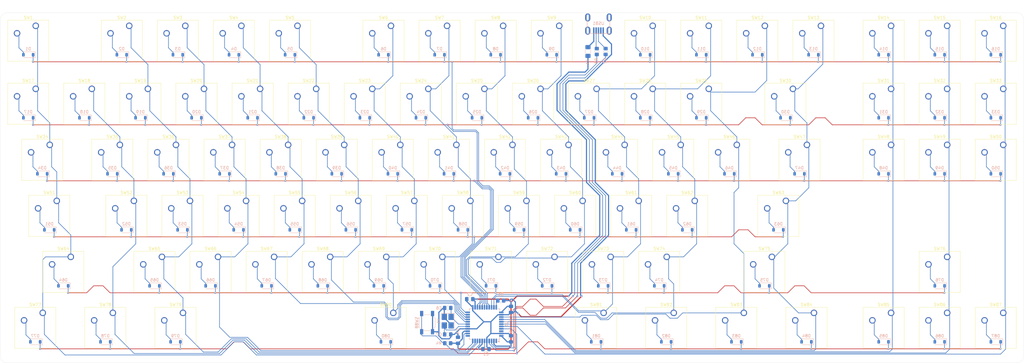
<source format=kicad_pcb>
(kicad_pcb (version 20240108) (generator "pcbnew") (generator_version "8.0")
  (layers (0 "F.Cu" signal) (31 "B.Cu" signal) (34 "B.Paste" user) (35 "F.Paste" user) (36 "B.SilkS" user "B.Silkscreen") (37 "F.SilkS" user "F.Silkscreen") (38 "B.Mask" user) (39 "F.Mask" user) (44 "Edge.Cuts" user))
  (net 0 "")
  (net 1 "Net-(U1-UCAP)")
  (net 2 "GND")
  (net 3 "+5V")
  (net 4 "Net-(U1-XTAL1)")
  (net 5 "Net-(U1-XTAL2)")
  (net 6 "ROW0")
  (net 7 "Net-(D1-A)")
  (net 8 "Net-(D2-A)")
  (net 9 "Net-(D3-A)")
  (net 10 "Net-(D4-A)")
  (net 11 "Net-(D5-A)")
  (net 12 "Net-(D6-A)")
  (net 13 "Net-(D7-A)")
  (net 14 "Net-(D8-A)")
  (net 15 "Net-(D9-A)")
  (net 16 "Net-(D10-A)")
  (net 17 "Net-(D11-A)")
  (net 18 "Net-(D12-A)")
  (net 19 "Net-(D13-A)")
  (net 20 "Net-(D14-A)")
  (net 21 "Net-(D15-A)")
  (net 22 "Net-(D16-A)")
  (net 23 "Net-(D17-A)")
  (net 24 "ROW1")
  (net 25 "Net-(D18-A)")
  (net 26 "Net-(D19-A)")
  (net 27 "Net-(D20-A)")
  (net 28 "Net-(D21-A)")
  (net 29 "Net-(D22-A)")
  (net 30 "Net-(D23-A)")
  (net 31 "Net-(D24-A)")
  (net 32 "Net-(D25-A)")
  (net 33 "Net-(D26-A)")
  (net 34 "Net-(D27-A)")
  (net 35 "Net-(D28-A)")
  (net 36 "Net-(D29-A)")
  (net 37 "Net-(D30-A)")
  (net 38 "Net-(D31-A)")
  (net 39 "Net-(D32-A)")
  (net 40 "Net-(D33-A)")
  (net 41 "ROW2")
  (net 42 "Net-(D34-A)")
  (net 43 "Net-(D35-A)")
  (net 44 "Net-(D36-A)")
  (net 45 "Net-(D37-A)")
  (net 46 "Net-(D38-A)")
  (net 47 "Net-(D39-A)")
  (net 48 "Net-(D40-A)")
  (net 49 "Net-(D41-A)")
  (net 50 "Net-(D42-A)")
  (net 51 "Net-(D43-A)")
  (net 52 "Net-(D44-A)")
  (net 53 "Net-(D45-A)")
  (net 54 "Net-(D46-A)")
  (net 55 "Net-(D47-A)")
  (net 56 "Net-(D48-A)")
  (net 57 "Net-(D49-A)")
  (net 58 "Net-(D50-A)")
  (net 59 "ROW3")
  (net 60 "Net-(D51-A)")
  (net 61 "Net-(D52-A)")
  (net 62 "Net-(D53-A)")
  (net 63 "Net-(D54-A)")
  (net 64 "Net-(D55-A)")
  (net 65 "Net-(D56-A)")
  (net 66 "Net-(D57-A)")
  (net 67 "Net-(D58-A)")
  (net 68 "Net-(D59-A)")
  (net 69 "Net-(D60-A)")
  (net 70 "Net-(D61-A)")
  (net 71 "Net-(D62-A)")
  (net 72 "Net-(D63-A)")
  (net 73 "ROW4")
  (net 74 "Net-(D64-A)")
  (net 75 "Net-(D65-A)")
  (net 76 "Net-(D66-A)")
  (net 77 "Net-(D67-A)")
  (net 78 "Net-(D68-A)")
  (net 79 "Net-(D69-A)")
  (net 80 "Net-(D70-A)")
  (net 81 "Net-(D71-A)")
  (net 82 "Net-(D72-A)")
  (net 83 "Net-(D73-A)")
  (net 84 "Net-(D74-A)")
  (net 85 "Net-(D75-A)")
  (net 86 "Net-(D76-A)")
  (net 87 "ROW5")
  (net 88 "Net-(D77-A)")
  (net 89 "Net-(D78-A)")
  (net 90 "Net-(D79-A)")
  (net 91 "Net-(D80-A)")
  (net 92 "Net-(D81-A)")
  (net 93 "Net-(D82-A)")
  (net 94 "Net-(D83-A)")
  (net 95 "Net-(D84-A)")
  (net 96 "Net-(D85-A)")
  (net 97 "Net-(D86-A)")
  (net 98 "Net-(D87-A)")
  (net 99 "VCC")
  (net 100 "Net-(U1-~{HWB}{slash}PE2)")
  (net 101 "D+")
  (net 102 "Net-(U1-D+)")
  (net 103 "D-")
  (net 104 "Net-(U1-D-)")
  (net 105 "Net-(U1-~{RESET})")
  (net 106 "COL0")
  (net 107 "COL2")
  (net 108 "COL3")
  (net 109 "COL4")
  (net 110 "COL5")
  (net 111 "COL6")
  (net 112 "COL7")
  (net 113 "COL8")
  (net 114 "COL9")
  (net 115 "COL10")
  (net 116 "COL11")
  (net 117 "COL12")
  (net 118 "COL13")
  (net 119 "COL14")
  (net 120 "COL15")
  (net 121 "COL16")
  (net 122 "COL1")
  (footprint "Button_Switch_Keyboard:SW_Cherry_MX_1.25u_PCB" (layer "F.Cu") (at 289.08375 190.1825)
    (property "Reference" "SW83")
    (property "Value" "MENU")
  )
  (footprint "Button_Switch_Keyboard:SW_Cherry_MX_1.00u_PCB" (layer "F.Cu") (at 277.1775 92.55125)
    (property "Reference" "SW11")
    (property "Value" "F10")
  )
  (footprint "Button_Switch_Keyboard:SW_Cherry_MX_1.75u_PCB" (layer "F.Cu") (at 55.72125 152.0825)
    (property "Reference" "SW51")
    (property "Value" "CAPSLK")
  )
  (footprint "Button_Switch_Keyboard:SW_Cherry_MX_1.00u_PCB" (layer "F.Cu") (at 358.14 92.55125)
    (property "Reference" "SW15")
    (property "Value" "SCRLLK")
  )
  (footprint "Button_Switch_Keyboard:SW_Cherry_MX_1.00u_PCB" (layer "F.Cu") (at 191.4525 133.0325)
    (property "Reference" "SW41")
    (property "Value" "U")
  )
  (footprint "Button_Switch_Keyboard:SW_Cherry_MX_1.00u_PCB" (layer "F.Cu") (at 139.065 152.0825)
    (property "Reference" "SW55")
    (property "Value" "F")
  )
  (footprint "Button_Switch_Keyboard:SW_Cherry_MX_1.00u_PCB" (layer "F.Cu") (at 243.84 171.1325)
    (property "Reference" "SW73")
    (property "Value" ".")
  )
  (footprint "Button_Switch_Keyboard:SW_Cherry_MX_1.25u_PCB" (layer "F.Cu") (at 98.58375 190.1825)
    (property "Reference" "SW79")
    (property "Value" "LALT")
  )
  (footprint "Button_Switch_Keyboard:SW_Cherry_MX_1.00u_PCB" (layer "F.Cu") (at 258.1275 113.9825)
    (property "Reference" "SW28")
    (property "Value" "-")
  )
  (footprint "Button_Switch_Keyboard:SW_Cherry_MX_1.00u_PCB" (layer "F.Cu") (at 205.74 171.1325)
    (property "Reference" "SW71")
    (property "Value" "M")
  )
  (footprint "Button_Switch_Keyboard:SW_Cherry_MX_1.00u_PCB" (layer "F.Cu") (at 377.19 113.9825)
    (property "Reference" "SW33")
    (property "Value" "PGUP")
  )
  (footprint "Button_Switch_Keyboard:SW_Cherry_MX_1.00u_PCB" (layer "F.Cu") (at 137.4775 92.55125)
    (property "Reference" "SW5")
    (property "Value" "F4")
  )
  (footprint "Button_Switch_Keyboard:SW_Cherry_MX_1.25u_PCB" (layer "F.Cu") (at 265.27125 190.1825)
    (property "Reference" "SW82")
    (property "Value" "RWIN")
  )
  (footprint "Button_Switch_Keyboard:SW_Cherry_MX_1.00u_PCB" (layer "F.Cu") (at 207.3275 92.55125)
    (property "Reference" "SW8")
    (property "Value" "F7")
  )
  (footprint "Button_Switch_Keyboard:SW_Cherry_MX_1.00u_PCB" (layer "F.Cu") (at 358.14 190.1825)
    (property "Reference" "SW86")
    (property "Value" "DOWN")
  )
  (footprint "Button_Switch_Keyboard:SW_Cherry_MX_1.00u_PCB" (layer "F.Cu") (at 339.09 113.9825)
    (property "Reference" "SW31")
    (property "Value" "INS")
  )
  (footprint "Button_Switch_Keyboard:SW_Cherry_MX_1.00u_PCB" (layer "F.Cu") (at 224.79 171.1325)
    (property "Reference" "SW72")
    (property "Value" ",")
  )
  (footprint "Button_Switch_Keyboard:SW_Cherry_MX_1.00u_PCB" (layer "F.Cu") (at 186.69 171.1325)
    (property "Reference" "SW70")
    (property "Value" "N")
  )
  (footprint "Button_Switch_Keyboard:SW_Cherry_MX_1.00u_PCB" (layer "F.Cu") (at 196.215 152.0825)
    (property "Reference" "SW58")
    (property "Value" "J")
  )
  (footprint "Button_Switch_Keyboard:SW_Cherry_MX_1.00u_PCB" (layer "F.Cu") (at 220.0275 113.9825)
    (property "Reference" "SW26")
    (property "Value" "#9")
  )
  (footprint "Button_Switch_Keyboard:SW_Cherry_MX_1.25u_PCB" (layer "F.Cu") (at 74.77125 190.1825)
    (property "Reference" "SW78")
    (property "Value" "LWIN")
  )
  (footprint "Button_Switch_Keyboard:SW_Cherry_MX_1.00u_PCB" (layer "F.Cu") (at 377.19 190.1825)
    (property "Reference" "SW87")
    (property "Value" "RIGHT")
  )
  (footprint "Button_Switch_Keyboard:SW_Cherry_MX_1.00u_PCB" (layer "F.Cu") (at 258.1275 92.55125)
    (property "Reference" "SW10")
    (property "Value" "F9")
  )
  (footprint "Button_Switch_Keyboard:SW_Cherry_MX_1.00u_PCB" (layer "F.Cu") (at 86.6775 113.9825)
    (property "Reference" "SW19")
    (property "Value" "#2")
  )
  (footprint "Button_Switch_Keyboard:SW_Cherry_MX_1.00u_PCB" (layer "F.Cu") (at 129.54 171.1325)
    (property "Reference" "SW67")
    (property "Value" "C")
  )
  (footprint "Button_Switch_Keyboard:SW_Cherry_MX_1.00u_PCB" (layer "F.Cu") (at 77.1525 133.0325)
    (property "Reference" "SW35")
    (property "Value" "Q")
  )
  (footprint "Button_Switch_Keyboard:SW_Cherry_MX_1.00u_PCB" (layer "F.Cu") (at 377.19 92.55125)
    (property "Reference" "SW16")
    (property "Value" "PBRK")
  )
  (footprint "Button_Switch_Keyboard:SW_Cherry_MX_1.00u_PCB" (layer "F.Cu") (at 96.2025 133.0325)
    (property "Reference" "SW36")
    (property "Value" "W")
  )
  (footprint "Button_Switch_Keyboard:SW_Cherry_MX_1.25u_PCB" (layer "F.Cu") (at 241.45875 190.1825)
    (property "Reference" "SW81")
    (property "Value" "RALT")
  )
  (footprint "Button_Switch_Keyboard:SW_Cherry_MX_1.00u_PCB" (layer "F.Cu") (at 296.2275 92.55125)
    (property "Reference" "SW12")
    (property "Value" "F11")
  )
  (footprint "Button_Switch_Keyboard:SW_Cherry_MX_1.00u_PCB" (layer "F.Cu") (at 339.09 92.55125)
    (property "Reference" "SW14")
    (property "Value" "PRNTSC")
  )
  (footprint "Button_Switch_Keyboard:SW_Cherry_MX_1.50u_PCB" (layer "F.Cu") (at 53.34 133.0325)
    (property "Reference" "SW34")
    (property "Value" "TAB")
  )
  (footprint "Button_Switch_Keyboard:SW_Cherry_MX_1.00u_PCB" (layer "F.Cu") (at 99.3775 92.55125)
    (property "Reference" "SW3")
    (property "Value" "F2")
  )
  (footprint "Button_Switch_Keyboard:SW_Cherry_MX_1.00u_PCB" (layer "F.Cu") (at 67.6275 113.9825)
    (property "Reference" "SW18")
    (property "Value" "#1")
  )
  (footprint "Button_Switch_Keyboard:SW_Cherry_MX_1.00u_PCB" (layer "F.Cu") (at 148.59 171.1325)
    (property "Reference" "SW68")
    (property "Value" "V")
  )
  (footprint "Button_Switch_Keyboard:SW_Cherry_MX_1.00u_PCB" (layer "F.Cu") (at 81.915 152.0825)
    (property "Reference" "SW52")
    (property "Value" "A")
  )
  (footprint "Button_Switch_Keyboard:SW_Cherry_MX_1.00u_PCB" (layer "F.Cu") (at 277.1775 113.9825)
    (property "Reference" "SW29")
    (property "Value" "=")
  )
  (footprint "Button_Switch_Keyboard:SW_Cherry_MX_1.00u_PCB" (layer "F.Cu") (at 120.015 152.0825)
    (property "Reference" "SW54")
    (property "Value" "D")
  )
  (footprint "Button_Switch_Keyboard:SW_Cherry_MX_1.00u_PCB" (layer "F.Cu") (at 229.5525 133.0325)
    (property "Reference" "SW43")
    (property "Value" "O")
  )
  (footprint "Button_Switch_Keyboard:SW_Cherry_MX_1.00u_PCB" (layer "F.Cu") (at 248.6025 133.0325)
    (property "Reference" "SW44")
    (property "Value" "P")
  )
  (footprint "Button_Switch_Keyboard:SW_Cherry_MX_1.25u_PCB" (layer "F.Cu") (at 312.89625 190.1825)
    (property "Reference" "SW84")
    (property "Value" "RCTRL")
  )
  (footprint "Button_Switch_Keyboard:SW_Cherry_MX_1.00u_PCB" (layer "F.Cu") (at 158.115 152.0825)
    (property "Reference" "SW56")
    (property "Value" "G")
  )
  (footprint "Button_Switch_Keyboard:SW_Cherry_MX_1.00u_PCB" (layer "F.Cu") (at 91.44 171.1325)
    (property "Reference" "SW65")
    (property "Value" "Z")
  )
  (footprint "Button_Switch_Keyboard:SW_Cherry_MX_1.00u_PCB" (layer "F.Cu") (at 234.315 152.0825)
    (property "Reference" "SW60")
    (property "Value" "L")
  )
  (footprint "Button_Switch_Keyboard:SW_Cherry_MX_1.00u_PCB" (layer "F.Cu") (at 215.265 152.0825)
    (property "Reference" "SW59")
    (property "Value" "K")
  )
  (footprint "Button_Switch_Keyboard:SW_Cherry_MX_6.25u_PCB" (layer "F.Cu") (at 170.02125 190.1825)
    (property "Reference" "SW80")
    (property "Value" "SPACE")
  )
  (footprint "Button_Switch_Keyboard:SW_Cherry_MX_1.00u_PCB" (layer "F.Cu") (at 239.0775 113.9825)
    (property "Reference" "SW27")
    (property "Value" "#0")
  )
  (footprint "Button_Switch_Keyboard:SW_Cherry_MX_1.00u_PCB" (layer "F.Cu") (at 172.4025 133.0325)
    (property "Reference" "SW40")
    (property "Value" "Y")
  )
  (footprint "Button_Switch_Keyboard:SW_Cherry_MX_1.00u_PCB" (layer "F.Cu") (at 200.9775 113.9825)
    (property "Reference" "SW25")
    (property "Value" "#8")
  )
  (footprint "Button_Switch_Keyboard:SW_Cherry_MX_1.00u_PCB" (layer "F.Cu") (at 124.7775 113.9825)
    (property "Reference" "SW21")
    (property "Value" "#4")
  )
  (footprint "Button_Switch_Keyboard:SW_Cherry_MX_1.00u_PCB" (layer "F.Cu") (at 188.2775 92.55125)
    (property "Reference" "SW7")
    (property "Value" "F6")
  )
  (footprint "Button_Switch_Keyboard:SW_Cherry_MX_1.00u_PCB" (layer "F.Cu") (at 286.7025 133.0325)
    (property "Reference" "SW46")
    (property "Value" "]")
  )
  (footprint "Button_Switch_Keyboard:SW_Cherry_MX_2.25u_PCB" (layer "F.Cu") (at 303.37125 152.0825)
    (property "Reference" "SW63")
    (property "Value" "ENTER")
  )
  (footprint "Button_Switch_Keyboard:SW_Cherry_MX_1.00u_PCB" (layer "F.Cu") (at 358.14 133.0325)
    (property "Reference" "SW49")
    (property "Value" "END")
  )
  (footprint "Button_Switch_Keyboard:SW_Cherry_MX_1.00u_PCB" (layer "F.Cu") (at 169.2275 92.55125)
    (property "Reference" "SW6")
    (property "Value" "F5")
  )
  (footprint "Button_Switch_Keyboard:SW_Cherry_MX_2.00u_PCB" (layer "F.Cu") (at 305.7525 113.9825)
    (property "Reference" "SW30")
    (property "Value" "BKSPC")
  )
  (footprint "Button_Switch_Keyboard:SW_Cherry_MX_1.00u_PCB" (layer "F.Cu") (at 377.19 133.0325)
    (property "Reference" "SW50")
    (property "Value" "PGDN")
  )
  (footprint "Button_Switch_Keyboard:SW_Cherry_MX_1.00u_PCB" (layer "F.Cu") (at 267.6525 133.0325)
    (property "Reference" "SW45")
    (property "Value" "[")
  )
  (footprint "Button_Switch_Keyboard:SW_Cherry_MX_1.00u_PCB" (layer "F.Cu") (at 105.7275 113.9825)
    (property "Reference" "SW20")
    (property "Value" "#3")
  )
  (footprint "Button_Switch_Keyboard:SW_Cherry_MX_1.00u_PCB" (layer "F.Cu") (at 253.365 152.0825)
    (property "Reference" "SW61")
    (property "Value" ";")
  )
  (footprint "Button_Switch_Keyboard:SW_Cherry_MX_2.75u_PCB" (layer "F.Cu") (at 298.60875 171.1325)
    (property "Reference" "SW75")
    (property "Value" "RSHIFT")
  )
  (footprint "Button_Switch_Keyboard:SW_Cherry_MX_1.00u_PCB" (layer "F.Cu") (at 210.5025 133.0325)
    (property "Reference" "SW42")
    (property "Value" "I")
  )
  (footprint "Button_Switch_Keyboard:SW_Cherry_MX_1.00u_PCB" (layer "F.Cu") (at 272.415 152.0825)
    (property "Reference" "SW62")
    (property "Value" "'")
  )
  (footprint "Button_Switch_Keyboard:SW_Cherry_MX_1.00u_PCB" (layer "F.Cu") (at 48.5775 113.9825)
    (property "Reference" "SW17")
    (property "Value" "`")
  )
  (footprint "Button_Switch_Keyboard:SW_Cherry_MX_1.50u_PCB" (layer "F.Cu") (at 310.515 133.0325)
    (property "Reference" "SW47")
    (property "Value" "\\")
  )
  (footprint "Button_Switch_Keyboard:SW_Cherry_MX_1.00u_PCB" (layer "F.Cu") (at 48.5775 92.55125)
    (property "Reference" "SW1")
    (property "Value" "ESC")
  )
  (footprint "Button_Switch_Keyboard:SW_Cherry_MX_1.00u_PCB" (layer "F.Cu") (at 115.2525 133.0325)
    (property "Reference" "SW37")
    (property "Value" "E")
  )
  (footprint "Button_Switch_Keyboard:SW_Cherry_MX_1.00u_PCB" (layer "F.Cu") (at 181.9275 113.9825)
    (property "Reference" "SW24")
    (property "Value" "#7")
  )
  (footprint "Button_Switch_Keyboard:SW_Cherry_MX_1.00u_PCB" (layer "F.Cu") (at 358.14 113.9825)
    (property "Reference" "SW32")
    (property "Value" "HOME")
  )
  (footprint "Button_Switch_Keyboard:SW_Cherry_MX_1.00u_PCB" (layer "F.Cu") (at 80.3275 92.55125)
    (property "Reference" "SW2")
    (property "Value" "F1")
  )
  (footprint "Button_Switch_Keyboard:SW_Cherry_MX_1.00u_PCB" (layer "F.Cu") (at 358.14 171.1325)
    (property "Reference" "SW76")
    (property "Value" "UP")
  )
  (footprint "Button_Switch_Keyboard:SW_Cherry_MX_1.00u_PCB" (layer "F.Cu") (at 167.64 171.1325)
    (property "Reference" "SW69")
    (property "Value" "B")
  )
  (footprint "Button_Switch_Keyboard:SW_Cherry_MX_1.00u_PCB" (layer "F.Cu") (at 153.3525 133.0325)
    (property "Reference" "SW39")
    (property "Value" "T")
  )
  (footprint "Button_Switch_Keyboard:SW_Cherry_MX_1.00u_PCB" (layer "F.Cu") (at 339.09 133.0325)
    (property "Reference" "SW48")
    (property "Value" "DEL")
  )
  (footprint "Button_Switch_Keyboard:SW_Cherry_MX_1.00u_PCB" (layer "F.Cu") (at 177.165 152.0825)
    (property "Reference" "SW57")
    (property "Value" "H")
  )
  (footprint "Button_Switch_Keyboard:SW_Cherry_MX_1.25u_PCB" (layer "F.Cu") (at 50.95875 190.1825)
    (property "Reference" "SW77")
    (property "Value" "LCTRL")
  )
  (footprint "Button_Switch_Keyboard:SW_Cherry_MX_1.00u_PCB" (layer "F.Cu") (at 134.3025 133.0325)
    (property "Reference" "SW38")
    (property "Value" "R")
  )
  (footprint "Button_Switch_Keyboard:SW_Cherry_MX_1.00u_PCB" (layer "F.Cu") (at 226.3775 92.55125)
    (property "Reference" "SW9")
    (property "Value" "F8")
  )
  (footprint "Button_Switch_Keyboard:SW_Cherry_MX_1.00u_PCB" (layer "F.Cu") (at 162.8775 113.9825)
    (property "Reference" "SW23")
    (property "Value" "#6")
  )
  (footprint "Button_Switch_Keyboard:SW_Cherry_MX_1.00u_PCB" (layer "F.Cu") (at 315.2775 92.55125)
    (property "Reference" "SW13")
    (property "Value" "F12")
  )
  (footprint "Button_Switch_Keyboard:SW_Cherry_MX_1.00u_PCB" (layer "F.Cu") (at 100.965 152.0825)
    (property "Reference" "SW53")
    (property "Value" "S")
  )
  (footprint "Button_Switch_Keyboard:SW_Cherry_MX_2.25u_PCB" (layer "F.Cu") (at 60.48375 171.1325)
    (property "Reference" "SW64")
    (property "Value" "LSHIFT")
  )
  (footprint "Button_Switch_Keyboard:SW_Cherry_MX_1.00u_PCB" (layer "F.Cu") (at 339.09 190.1825)
    (property "Reference" "SW85")
    (property "Value" "LEFT")
  )
  (footprint "Button_Switch_Keyboard:SW_Cherry_MX_1.00u_PCB" (layer "F.Cu") (at 143.8275 113.9825)
    (property "Reference" "SW22")
    (property "Value" "#5")
  )
  (footprint "Button_Switch_Keyboard:SW_Cherry_MX_1.00u_PCB" (layer "F.Cu") (at 110.49 171.1325)
    (property "Reference" "SW66")
    (property "Value" "X")
  )
  (footprint "Button_Switch_Keyboard:SW_Cherry_MX_1.00u_PCB" (layer "F.Cu") (at 118.4275 92.55125)
    (property "Reference" "SW4")
    (property "Value" "F3")
  )
  (footprint "Button_Switch_Keyboard:SW_Cherry_MX_1.00u_PCB" (layer "F.Cu") (at 262.89 171.1325)
    (property "Reference" "SW74")
    (property "Value" "/")
  )
  (footprint "Diode_SMD:D_SOD-123" (layer "B.Cu") (at 250.825 161.925 180)
    (property "Reference" "D61")
    (property "Value" "D_Small")
  )
  (footprint "Diode_SMD:D_SOD-123" (layer "B.Cu") (at 307.975 142.875 180)
    (property "Reference" "D47")
    (property "Value" "D_Small")
  )
  (footprint "Diode_SMD:D_SOD-123" (layer "B.Cu") (at 50.8 142.875 180)
    (property "Reference" "D34")
    (property "Value" "D_Small")
  )
  (footprint "Diode_SMD:D_SOD-123" (layer "B.Cu") (at 96.04375 200.025 180)
    (property "Reference" "D79")
    (property "Value" "D_Small")
  )
  (footprint "Diode_SMD:D_SOD-123" (layer "B.Cu") (at 238.91875 200.025 180)
    (property "Reference" "D81")
    (property "Value" "D_Small")
  )
  (footprint "Diode_SMD:D_SOD-123" (layer "B.Cu") (at 310.35625 200.025 180)
    (property "Reference" "D84")
    (property "Value" "D_Small")
  )
  (footprint "Diode_SMD:D_SOD-123" (layer "B.Cu") (at 167.48125 200.025 180)
    (property "Reference" "D80")
    (property "Value" "D_Small")
  )
  (footprint "Diode_SMD:D_SOD-123" (layer "B.Cu") (at 336.55 142.875 180)
    (property "Reference" "D48")
    (property "Value" "D_Small")
  )
  (footprint "Diode_SMD:D_SOD-123" (layer "B.Cu") (at 179.3875 123.825 180)
    (property "Reference" "D24")
    (property "Value" "D_Small")
  )
  (footprint "Capacitor_SMD:C_0805_2012Metric_Pad1.18x1.45mm_HandSolder" (layer "B.Cu") (at 196 185.5 180)
    (property "Reference" "C2")
    (property "Value" "0.1uF")
  )
  (footprint "Diode_SMD:D_SOD-123" (layer "B.Cu") (at 98.425 161.925 180)
    (property "Reference" "D53")
    (property "Value" "D_Small")
  )
  (footprint "Diode_SMD:D_SOD-123" (layer "B.Cu") (at 336.55 123.825 180)
    (property "Reference" "D31")
    (property "Value" "D_Small")
  )
  (footprint "Diode_SMD:D_SOD-123" (layer "B.Cu") (at 355.6 102.39375 180)
    (property "Reference" "D15")
    (property "Value" "D_Small")
  )
  (footprint "Diode_SMD:D_SOD-123" (layer "B.Cu") (at 300.83125 161.925 180)
    (property "Reference" "D63")
    (property "Value" "D_Small")
  )
  (footprint "Capacitor_SMD:C_0805_2012Metric_Pad1.18x1.45mm_HandSolder" (layer "B.Cu") (at 210 199 90)
    (property "Reference" "C5")
    (property "Value" "10uF")
  )
  (footprint "Diode_SMD:D_SOD-123" (layer "B.Cu") (at 57.94375 180.975 180)
    (property "Reference" "D64")
    (property "Value" "D_Small")
  )
  (footprint "Diode_SMD:D_SOD-123" (layer "B.Cu") (at 293.6875 102.39375 180)
    (property "Reference" "D12")
    (property "Value" "D_Small")
  )
  (footprint "Diode_SMD:D_SOD-123" (layer "B.Cu") (at 204.7875 102.39375 180)
    (property "Reference" "D8")
    (property "Value" "D_Small")
  )
  (footprint "Diode_SMD:D_SOD-123" (layer "B.Cu") (at 188.9125 142.875 180)
    (property "Reference" "D41")
    (property "Value" "D_Small")
  )
  (footprint "Diode_SMD:D_SOD-123" (layer "B.Cu") (at 141.2875 123.825 180)
    (property "Reference" "D22")
    (property "Value" "D_Small")
  )
  (footprint "Diode_SMD:D_SOD-123" (layer "B.Cu") (at 96.8375 102.39375 180)
    (property "Reference" "D3")
    (property "Value" "D_Small")
  )
  (footprint "Diode_SMD:D_SOD-123" (layer "B.Cu") (at 74.6125 142.875 180)
    (property "Reference" "D35")
    (property "Value" "D_Small")
  )
  (footprint "Diode_SMD:D_SOD-123" (layer "B.Cu") (at 122.2375 123.825 180)
    (property "Reference" "D21")
    (property "Value" "D_Small")
  )
  (footprint "Diode_SMD:D_SOD-123" (layer "B.Cu") (at 77.7875 102.39375 180)
    (property "Reference" "D2")
    (property "Value" "D_Small")
  )
  (footprint "Diode_SMD:D_SOD-123" (layer "B.Cu") (at 127 180.975 180)
    (property "Reference" "D67")
    (property "Value" "D_Small")
  )
  (footprint "Diode_SMD:D_SOD-123" (layer "B.Cu") (at 336.55 102.39375 180)
    (property "Reference" "D14")
    (property "Value" "D_Small")
  )
  (footprint "Diode_SMD:D_SOD-123" (layer "B.Cu") (at 169.8625 142.875 180)
    (property "Reference" "D40")
    (property "Value" "D_Small")
  )
  (footprint "Crystal:Crystal_SMD_3225-4Pin_3.2x2.5mm_HandSoldering" (layer "B.Cu") (at 188.5 193 -90)
    (property "Reference" "Y1")
    (property "Value" "16MHz")
  )
  (footprint "Capacitor_SMD:C_0805_2012Metric_Pad1.18x1.45mm_HandSolder" (layer "B.Cu") (at 192 199.5 90)
    (property "Reference" "C4")
    (property "Value" "0.1uF")
  )
  (footprint "Diode_SMD:D_SOD-123" (layer "B.Cu") (at 222.25 180.975 180)
    (property "Reference" "D72")
    (property "Value" "D_Small")
  )
  (footprint "Diode_SMD:D_SOD-123" (layer "B.Cu") (at 223.8375 102.39375 180)
    (property "Reference" "D9")
    (property "Value" "D_Small")
  )
  (footprint "Diode_SMD:D_SOD-123" (layer "B.Cu") (at 207.9625 142.875 180)
    (property "Reference" "D42")
    (property "Value" "D_Small")
  )
  (footprint "Diode_SMD:D_SOD-123" (layer "B.Cu") (at 198.4375 123.825 180)
    (property "Reference" "D25")
    (property "Value" "D_Small")
  )
  (footprint "Resistor_SMD:R_0805_2012Metric_Pad1.20x1.40mm_HandSolder" (layer "B.Cu") (at 206.5 186)
    (property "Reference" "R1")
    (property "Value" "10k")
  )
  (footprint "Diode_SMD:D_SOD-123" (layer "B.Cu") (at 265.1125 142.875 180)
    (property "Reference" "D45")
    (property "Value" "D_Small")
  )
  (footprint "Diode_SMD:D_SOD-123" (layer "B.Cu") (at 72.23125 200.025 180)
    (property "Reference" "D78")
    (property "Value" "D_Small")
  )
  (footprint "Package_QFP:TQFP-44_10x10mm_P0.8mm" (layer "B.Cu") (at 201 194 90)
    (property "Reference" "U1")
    (property "Value" "ATmega32U4-A")
  )
  (footprint "Diode_SMD:D_SOD-123" (layer "B.Cu") (at 150.8125 142.875 180)
    (property "Reference" "D39")
    (property "Value" "D_Small")
  )
  (footprint "Diode_SMD:D_SOD-123" (layer "B.Cu") (at 284.1625 142.875 180)
    (property "Reference" "D46")
    (property "Value" "D_Small")
  )
  (footprint "Diode_SMD:D_SOD-123" (layer "B.Cu") (at 269.875 161.925 180)
    (property "Reference" "D62")
    (property "Value" "D_Small")
  )
  (footprint "Capacitor_SMD:C_0805_2012Metric_Pad1.18x1.45mm_HandSolder" (layer "B.Cu") (at 210 189 -90)
    (property "Reference" "C3")
    (property "Value" "0.1uF")
  )
  (footprint "Diode_SMD:D_SOD-123" (layer "B.Cu") (at 203.2 180.975 180)
    (property "Reference" "D71")
    (property "Value" "D_Small")
  )
  (footprint "Diode_SMD:D_SOD-123" (layer "B.Cu") (at 236.5375 123.825 180)
    (property "Reference" "D27")
    (property "Value" "D_Small")
  )
  (footprint "Diode_SMD:D_SOD-123" (layer "B.Cu") (at 93.6625 142.875 180)
    (property "Reference" "D36")
    (property "Value" "D_Small")
  )
  (footprint "Diode_SMD:D_SOD-123" (layer "B.Cu") (at 274.6375 123.825 180)
    (property "Reference" "D29")
    (property "Value" "D_Small")
  )
  (footprint "Diode_SMD:D_SOD-123" (layer "B.Cu") (at 374.65 142.875 180)
    (property "Reference" "D50")
    (property "Value" "D_Small")
  )
  (footprint "Diode_SMD:D_SOD-123" (layer "B.Cu") (at 241.3 180.975 180)
    (property "Reference" "D73")
    (property "Value" "D_Small")
  )
  (footprint "Diode_SMD:D_SOD-123" (layer "B.Cu") (at 134.9375 102.39375 180)
    (property "Reference" "D5")
    (property "Value" "D_Small")
  )
  (footprint "Diode_SMD:D_SOD-123" (layer "B.Cu") (at 155.575 161.925 180)
    (property "Reference" "D56")
    (property "Value" "D_Small")
  )
  (footprint "Diode_SMD:D_SOD-123" (layer "B.Cu") (at 246.0625 142.875 180)
    (property "Reference" "D44")
    (property "Value" "D_Small")
  )
  (footprint "Diode_SMD:D_SOD-123" (layer "B.Cu") (at 260.35 180.975 180)
    (property "Reference" "D74")
    (property "Value" "D_Small")
  )
  (footprint "random-keyboard-parts:Molex-0548190589" (layer "B.Cu") (at 239.7125 89.69375 -90)
    (property "Reference" "USB1")
    (property "Value" "Molex-0548190589")
  )
  (footprint "Diode_SMD:D_SOD-123" (layer "B.Cu") (at 185.7375 102.39375 180)
    (property "Reference" "D7")
    (property "Value" "D_Small")
  )
  (footprint "Diode_SMD:D_SOD-123" (layer "B.Cu") (at 131.7625 142.875 180)
    (property "Reference" "D38")
    (property "Value" "D_Small")
  )
  (footprint "Diode_SMD:D_SOD-123" (layer "B.Cu") (at 303.2125 123.825 180)
    (property "Reference" "D30")
    (property "Value" "D_Small")
  )
  (footprint "Capacitor_SMD:C_0805_2012Metric_Pad1.18x1.45mm_HandSolder" (layer "B.Cu") (at 188.5 188.5)
    (property "Reference" "C6")
    (property "Value" "22pF")
  )
  (footprint "Diode_SMD:D_SOD-123" (layer "B.Cu") (at 146.05 180.975 180)
    (property "Reference" "D68")
    (property "Value" "D_Small")
  )
  (footprint "Diode_SMD:D_SOD-123" (layer "B.Cu") (at 255.5875 123.825 180)
    (property "Reference" "D28")
    (property "Value" "D_Small")
  )
  (footprint "Resistor_SMD:R_0805_2012Metric_Pad1.20x1.40mm_HandSolder" (layer "B.Cu") (at 242.1375 101.2875 -90)
    (property "Reference" "R2")
    (property "Value" "22")
  )
  (footprint "Diode_SMD:D_SOD-123" (layer "B.Cu") (at 355.6 200.025 180)
    (property "Reference" "D86")
    (property "Value" "D_Small")
  )
  (footprint "Diode_SMD:D_SOD-123" (layer "B.Cu") (at 184.15 180.975 180)
    (property "Reference" "D70")
    (property "Value" "D_Small")
  )
  (footprint "Diode_SMD:D_SOD-123" (layer "B.Cu") (at 355.6 180.975 180)
    (property "Reference" "D76")
    (property "Value" "D_Small")
  )
  (footprint "Diode_SMD:D_SOD-123" (layer "B.Cu") (at 355.6 142.875 180)
    (property "Reference" "D49")
    (property "Value" "D_Small")
  )
  (footprint "Diode_SMD:D_SOD-123" (layer "B.Cu") (at 65.0875 123.825 180)
    (property "Reference" "D18")
    (property "Value" "D_Small")
  )
  (footprint "Diode_SMD:D_SOD-123" (layer "B.Cu") (at 217.4875 123.825 180)
    (property "Reference" "D26")
    (property "Value" "D_Small")
  )
  (footprint "Resistor_SMD:R_0805_2012Metric_Pad1.20x1.40mm_HandSolder" (layer "B.Cu") (at 239.1375 101.2875 -90)
    (property "Reference" "R3")
    (property "Value" "22")
  )
  (footprint "Diode_SMD:D_SOD-123" (layer "B.Cu") (at 136.525 161.925 180)
    (property "Reference" "D55")
    (property "Value" "D_Small")
  )
  (footprint "Diode_SMD:D_SOD-123" (layer "B.Cu") (at 46.0375 102.39375 180)
    (property "Reference" "D1")
    (property "Value" "D_Small")
  )
  (footprint "Diode_SMD:D_SOD-123" (layer "B.Cu") (at 166.6875 102.39375 180)
    (property "Reference" "D6")
    (property "Value" "D_Small")
  )
  (footprint "Diode_SMD:D_SOD-123" (layer "B.Cu") (at 274.6375 102.39375 180)
    (property "Reference" "D11")
    (property "Value" "D_Small")
  )
  (footprint "Button_Switch_SMD:SW_SPST_SKQG_WithStem" (layer "B.Cu") (at 181.5 193.5 90)
    (property "Reference" "SW88")
    (property "Value" "SW_Push")
  )
  (footprint "Capacitor_SMD:C_0805_2012Metric_Pad1.18x1.45mm_HandSolder" (layer "B.Cu") (at 201.5 202.5)
    (property "Reference" "C1")
    (property "Value" "1uF")
  )
  (footprint "Diode_SMD:D_SOD-123" (layer "B.Cu") (at 103.1875 123.825 180)
    (property "Reference" "D20")
    (property "Value" "D_Small")
  )
  (footprint "Diode_SMD:D_SOD-123" (layer "B.Cu") (at 165.1 180.975 180)
    (property "Reference" "D69")
    (property "Value" "D_Small")
  )
  (footprint "Diode_SMD:D_SOD-123" (layer "B.Cu") (at 262.73125 200.025 180)
    (property "Reference" "D82")
    (property "Value" "D_Small")
  )
  (footprint "Diode_SMD:D_SOD-123" (layer "B.Cu") (at 53.18125 161.925 180)
    (property "Reference" "D51")
    (property "Value" "D_Small")
  )
  (footprint "Diode_SMD:D_SOD-123" (layer "B.Cu") (at 227.0125 142.875 180)
    (property "Reference" "D43")
    (property "Value" "D_Small")
  )
  (footprint "Diode_SMD:D_SOD-123" (layer "B.Cu") (at 374.65 200.025 180)
    (property "Reference" "D87")
    (property "Value" "D_Small")
  )
  (footprint "Diode_SMD:D_SOD-123" (layer "B.Cu") (at 48.41875 200.025 180)
    (property "Reference" "D77")
    (property "Value" "D_Small")
  )
  (footprint "Diode_SMD:D_SOD-123" (layer "B.Cu") (at 374.65 123.825 180)
    (property "Reference" "D33")
    (property "Value" "D_Small")
  )
  (footprint "Diode_SMD:D_SOD-123" (layer "B.Cu") (at 296.06875 180.975 180)
    (property "Reference" "D75")
    (property "Value" "D_Small")
  )
  (footprint "Diode_SMD:D_SOD-123" (layer "B.Cu") (at 355.6 123.825 180)
    (property "Reference" "D32")
    (property "Value" "D_Small")
  )
  (footprint "Diode_SMD:D_SOD-123" (layer "B.Cu") (at 160.3375 123.825 180)
    (property "Reference" "D23")
    (property "Value" "D_Small")
  )
  (footprint "Diode_SMD:D_SOD-123" (layer "B.Cu") (at 374.65 102.39375 180)
    (property "Reference" "D16")
    (property "Value" "D_Small")
  )
  (footprint "Diode_SMD:D_SOD-123" (layer "B.Cu") (at 174.625 161.925 180)
    (property "Reference" "D57")
    (property "Value" "D_Small")
  )
  (footprint "Resistor_SMD:R_0805_2012Metric_Pad1.20x1.40mm_HandSolder" (layer "B.Cu") (at 188.5 200.5 180)
    (property "Reference" "R4")
    (property "Value" "10k")
  )
  (footprint "Diode_SMD:D_SOD-123" (layer "B.Cu") (at 46.0375 123.825 180)
    (property "Reference" "D17")
    (property "Value" "D_Small")
  )
  (footprint "Diode_SMD:D_SOD-123" (layer "B.Cu") (at 115.8875 102.39375 180)
    (property "Reference" "D4")
    (property "Value" "D_Small")
  )
  (footprint "Fuse:Fuse_1206_3216Metric_Pad1.42x1.75mm_HandSolder" (layer "B.Cu") (at 236.1375 101.2875 90)
    (property "Reference" "F1")
    (property "Value" "500mA")
  )
  (footprint "Diode_SMD:D_SOD-123" (layer "B.Cu") (at 193.675 161.925 180)
    (property "Reference" "D58")
    (property "Value" "D_Small")
  )
  (footprint "Diode_SMD:D_SOD-123" (layer "B.Cu") (at 255.5875 102.39375 180)
    (property "Reference" "D10")
    (property "Value" "D_Small")
  )
  (footprint "Diode_SMD:D_SOD-123" (layer "B.Cu") (at 84.1375 123.825 180)
    (property "Reference" "D19")
    (property "Value" "D_Small")
  )
  (footprint "Diode_SMD:D_SOD-123" (layer "B.Cu") (at 212.725 161.925 180)
    (property "Reference" "D59")
    (property "Value" "D_Small")
  )
  (footprint "Diode_SMD:D_SOD-123" (layer "B.Cu") (at 88.9 180.975 180)
    (property "Reference" "D65")
    (property "Value" "D_Small")
  )
  (footprint "Diode_SMD:D_SOD-123" (layer "B.Cu") (at 112.7125 142.875 180)
    (property "Reference" "D37")
    (property "Value" "D_Small")
  )
  (footprint "Diode_SMD:D_SOD-123" (layer "B.Cu") (at 117.475 161.925 180)
    (property "Reference" "D54")
    (property "Value" "D_Small")
  )
  (footprint "Capacitor_SMD:C_0805_2012Metric_Pad1.18x1.45mm_HandSolder" (layer "B.Cu") (at 188.5 197.5 180)
    (property "Reference" "C7")
    (property "Value" "22pF")
  )
  (footprint "Diode_SMD:D_SOD-123" (layer "B.Cu") (at 231.775 161.925 180)
    (property "Reference" "D60")
    (property "Value" "D_Small")
  )
  (footprint "Diode_SMD:D_SOD-123" (layer "B.Cu") (at 286.54375 200.025 180)
    (property "Reference" "D83")
    (property "Value" "D_Small")
  )
  (footprint "Diode_SMD:D_SOD-123" (layer "B.Cu") (at 107.95 180.975 180)
    (property "Reference" "D66")
    (property "Value" "D_Small")
  )
  (footprint "Diode_SMD:D_SOD-123" (layer "B.Cu") (at 312.7375 102.39375 180)
    (property "Reference" "D13")
    (property "Value" "D_Small")
  )
  (footprint "Diode_SMD:D_SOD-123" (layer "B.Cu") (at 79.375 161.925 180)
    (property "Reference" "D52")
    (property "Value" "D_Small")
  )
  (footprint "Diode_SMD:D_SOD-123" (layer "B.Cu") (at 336.55 200.025 180)
    (property "Reference" "D85")
    (property "Value" "D_Small")
  )
  (gr_arc (start 38.89375 207.16875) (mid 37.209952 206.471298) (end 36.5125 204.7875) (stroke (width 0.05)) (layer "Edge.Cuts"))
  (gr_arc (start 36.5125 90.4875) (mid 37.209952 88.803702) (end 38.89375 88.10625) (stroke (width 0.05)) (layer "Edge.Cuts"))
  (gr_arc (start 381.79375 88.10625) (mid 383.477548 88.803702) (end 384.175 90.4875) (stroke (width 0.05)) (layer "Edge.Cuts"))
  (gr_line (start 384.175 90.4875) (end 384.175 204.7875) (stroke (width 0.05)) (layer "Edge.Cuts"))
  (gr_line (start 36.5125 204.7875) (end 36.5125 90.4875) (stroke (width 0.05)) (layer "Edge.Cuts"))
  (gr_line (start 38.89375 88.10625) (end 381.79375 88.10625) (stroke (width 0.05)) (layer "Edge.Cuts"))
  (gr_arc (start 384.175 204.7875) (mid 383.477548 206.471298) (end 381.79375 207.16875) (stroke (width 0.05)) (layer "Edge.Cuts"))
  (gr_line (start 381.79375 207.16875) (end 38.89375 207.16875) (stroke (width 0.05)) (layer "Edge.Cuts"))
  (segment (start 200.4625 202.5) (end 201 201.9625) (width 0.2) (layer "B.Cu") (net 1))
  (segment (start 201 201.9625) (end 201 199.7) (width 0.2) (layer "B.Cu") (net 1))
  (segment (start 234 184.5) (end 227 191.5) (width 0.381) (layer "F.Cu") (net 2))
  (segment (start 213.5 191.5) (end 212.5 190.5) (width 0.381) (layer "F.Cu") (net 2))
  (segment (start 227 191.5) (end 213.5 191.5) (width 0.381) (layer "F.Cu") (net 2))
  (via (at 212.5 190.5) (size 0.6) (drill 0.3) (layers "F.Cu" "B.Cu") (net 2))
  (via (at 234 184.5) (size 0.6) (drill 0.3) (layers "F.Cu" "B.Cu") (net 2))
  (segment (start 244.1375 98.7875) (end 241.3125 95.9625) (width 0.381) (layer "B.Cu") (net 2))
  (segment (start 198.369 195.6) (end 200.769 193.2) (width 0.381) (layer "B.Cu") (net 2))
  (segment (start 243.1375 163.7875) (end 243.1375 150.2875) (width 0.381) (layer "B.Cu") (net 2))
  (segment (start 194.9625 185.5) (end 194.9625 186.2625) (width 0.381) (layer "B.Cu") (net 2))
  (segment (start 235.1375 111.2875) (end 244.1375 102.2875) (width 0.381) (layer "B.Cu") (net 2))
  (segment (start 211.5 186.5) (end 210.5 185.5) (width 0.381) (layer "B.Cu") (net 2))
  (segment (start 244.1375 102.2875) (end 244.1375 98.7875) (width 0.381) (layer "B.Cu") (net 2))
  (segment (start 211.5 189.5) (end 211.5 186.5) (width 0.381) (layer "B.Cu") (net 2))
  (segment (start 189 199) (end 189.5375 198.4625) (width 0.381) (layer "B.Cu") (net 2))
  (segment (start 209.5 186) (end 207.5 186) (width 0.381) (layer "B.Cu") (net 2))
  (segment (start 189.65 194.15) (end 189.65 194.45) (width 0.381) (layer "B.Cu") (net 2))
  (segment (start 183.4 190.4) (end 183.5 190.5) (width 0.381) (layer "B.Cu") (net 2))
  (segment (start 187.35 191.55) (end 187.35 188.6125) (width 0.381) (layer "B.Cu") (net 2))
  (segment (start 187 188.5) (end 185.5 190) (width 0.381) (layer "B.Cu") (net 2))
  (segment (start 203.169 193.2) (end 205.569 190.8) (width 0.381) (layer "B.Cu") (net 2))
  (segment (start 234 184.5) (end 233.6375 184.1375) (width 0.381) (layer "B.Cu") (net 2))
  (segment (start 203.169 197.2) (end 206.7 197.2) (width 0.381) (layer "B.Cu") (net 2))
  (segment (start 189.5375 197.5) (end 190.769 197.5) (width 0.381) (layer "B.Cu") (net 2))
  (segment (start 201.8 198.569) (end 203.169 197.2) (width 0.381) (layer "B.Cu") (net 2))
  (segment (start 241.3125 95.9625) (end 241.3125 94.9875) (width 0.381) (layer "B.Cu") (net 2))
  (segment (start 183.35 196.6) (end 185.1 196.6) (width 0.381) (layer "B.Cu") (net 2))
  (segment (start 183.35 190.4) (end 183.35 196.6) (width 0.381) (layer "B.Cu") (net 2))
  (segment (start 212.5 190.5) (end 211.5 189.5) (width 0.381) (layer "B.Cu") (net 2))
  (segment (start 189.5375 198.4625) (end 189.5375 197.5) (width 0.381) (layer "B.Cu") (net 2))
  (segment (start 209.2375 197.2) (end 206.7 197.2) (width 0.381) (layer "B.Cu") (net 2))
  (segment (start 183.35 190.4) (end 183.4 190.4) (width 0.381) (layer "B.Cu") (net 2))
  (segment (start 185.5 198) (end 186.5 199) (width 0.381) (layer "B.Cu") (net 2))
  (segment (start 209.2375 190.8) (end 206.7 190.8) (width 0.381) (layer "B.Cu") (net 2))
  (segment (start 185.5 190) (end 185.5 197) (width 0.381) (layer "B.Cu") (net 2))
  (segment (start 202.5375 202.5) (end 201.8 201.7625) (width 0.381) (layer "B.Cu") (net 2))
  (segment (start 201.8 201.7625) (end 201.8 199.7) (width 0.381) (layer "B.Cu") (net 2))
  (segment (start 200.769 193.2) (end 197 189.431) (width 0.381) (layer "B.Cu") (net 2))
  (segment (start 192 197.5) (end 191.3845 196.8845) (width 0.381) (layer "B.Cu") (net 2))
  (segment (start 203.169 197.2) (end 203.169 193.2) (width 0.381) (layer "B.Cu") (net 2))
  (segment (start 233.6375 173.2875) (end 243.1375 163.7875) (width 0.381) (layer "B.Cu") (net 2))
  (segment (start 187.4625 188.5) (end 187 188.5) (width 0.381) (layer "B.Cu") (net 2))
  (segment (start 189.65 194.45) (end 190 194.1) (width 0.381) (layer "B.Cu") (net 2))
  (segment (start 197 189.431) (end 197 188.3) (width 0.381) (layer "B.Cu") (net 2))
  (segment (start 238.6375 145.7875) (end 238.6375 131.2875) (width 0.381) (layer "B.Cu") (net 2))
  (segment (start 185.1 196.6) (end 185.5 197) (width 0.381) (layer "B.Cu") (net 2))
  (segment (start 205.569 190.8) (end 206.7 190.8) (width 0.381) (layer "B.Cu") (net 2))
  (segment (start 192.669 195.6) (end 191.3845 196.8845) (width 0.381) (layer "B.Cu") (net 2))
  (segment (start 201.8 199.7) (end 201.8 198.569) (width 0.381) (layer "B.Cu") (net 2))
  (segment (start 228.6375 112.2875) (end 229.6375 111.2875) (width 0.381) (layer "B.Cu") (net 2))
  (segment (start 203.169 193.2) (end 200.769 193.2) (width 0.381) (layer "B.Cu") (net 2))
  (segment (start 210.9625 190.0375) (end 211.5 189.5) (width 0.381) (layer "B.Cu") (net 2))
  (segment (start 185.5 197) (end 185.5 198) (width 0.381) (layer "B.Cu") (net 2))
  (segment (start 210 197.9625) (end 209.2375 197.2) (width 0.381) (layer "B.Cu") (net 2))
  (segment (start 192 198.4625) (end 192 197.5) (width 0.381) (layer "B.Cu") (net 2))
  (segment (start 243.1375 150.2875) (end 238.6375 145.7875) (width 0.381) (layer "B.Cu") (net 2))
  (segment (start 210.5 185.5) (end 210 185.5) (width 0.381) (layer "B.Cu") (net 2))
  (segment (start 186.5 199) (end 189 199) (width 0.381) (layer "B.Cu") (net 2))
  (segment (start 229.6375 111.2875) (end 235.1375 111.2875) (width 0.381) (layer "B.Cu") (net 2))
  (segment (start 194.9625 186.2625) (end 197 188.3) (width 0.381) (layer "B.Cu") (net 2))
  (segment (start 210 190.0375) (end 210.9625 190.0375) (width 0.381) (layer "B.Cu") (net 2))
  (segment (start 187.35 188.6125) (end 187.4625 188.5) (width 0.381) (layer "B.Cu") (net 2))
  (segment (start 187.35 191.55) (end 187.35 191.85) (width 0.381) (layer "B.Cu") (net 2))
  (segment (start 190.769 197.5) (end 191.3845 196.8845) (width 0.381) (layer "B.Cu") (net 2))
  (segment (start 228.6375 121.2875) (end 228.6375 112.2875) (width 0.381) (layer "B.Cu") (net 2))
  (segment (start 210 190.0375) (end 209.2375 190.8) (width 0.381) (layer "B.Cu") (net 2))
  (segment (start 210 185.5) (end 209.5 186) (width 0.381) (layer "B.Cu") (net 2))
  (segment (start 187.35 191.85) (end 189.65 194.15) (width 0.381) (layer "B.Cu") (net 2))
  (segment (start 238.6375 131.2875) (end 228.6375 121.2875) (width 0.381) (layer "B.Cu") (net 2))
  (segment (start 195.3 195.6) (end 192.669 195.6) (width 0.381) (layer "B.Cu") (net 2))
  (segment (start 233.6375 184.1375) (end 233.6375 173.2875) (width 0.381) (layer "B.Cu") (net 2))
  (segment (start 195.3 195.6) (end 198.369 195.6) (width 0.381) (layer "B.Cu") (net 2))
  (segment (start 192.5 202.5) (end 192 202) (width 0.381) (layer "F.Cu") (net 3))
  (segment (start 198.5 185.5) (end 209 185.5) (width 0.381) (layer "F.Cu") (net 3))
  (segment (start 210 201.5) (end 209 202.5) (width 0.381) (layer "F.Cu") (net 3))
  (segment (start 229.5 184.5) (end 212 184.5) (width 0.381) (layer "F.Cu") (net 3))
  (segment (start 210 186.5) (end 210 201.5) (width 0.381) (layer "F.Cu") (net 3))
  (segment (start 209 202.5) (end 199 202.5) (width 0.381) (layer "F.Cu") (net 3))
  (segment (start 212 184.5) (end 210 186.5) (width 0.381) (layer "F.Cu") (net 3))
  (segment (start 209 185.5) (end 210 186.5) (width 0.381) (layer "F.Cu") (net 3))
  (segment (start 199 202.5) (end 192.5 202.5) (width 0.381) (layer "F.Cu") (net 3))
  (via (at 198.5 185.5) (size 0.6) (drill 0.3) (layers "F.Cu" "B.Cu") (net 3))
  (via (at 229.5 184.5) (size 0.6) (drill 0.3) (layers "F.Cu" "B.Cu") (net 3))
  (via (at 210 201.5) (size 0.6) (drill 0.3) (layers "F.Cu" "B.Cu") (net 3))
  (via (at 210 186.5) (size 0.6) (drill 0.3) (layers "F.Cu" "B.Cu") (net 3))
  (via (at 192 202) (size 0.6) (drill 0.3) (layers "F.Cu" "B.Cu") (net 3))
  (via (at 199 202.5) (size 0.6) (drill 0.3) (layers "F.Cu" "B.Cu") (net 3))
  (segment (start 192 200.5375) (end 192 202) (width 0.381) (layer "B.Cu") (net 3))
  (segment (start 235.6375 145.7875) (end 240.1375 150.2875) (width 0.381) (layer "B.Cu") (net 3))
  (segment (start 208.7375 200.0375) (end 206.7 198) (width 0.381) (layer "B.Cu") (net 3))
  (segment (start 191.9625 200.5) (end 192 200.5375) (width 0.381) (layer "B.Cu") (net 3))
  (segment (start 240.1375 150.2875) (end 240.1375 163.7875) (width 0.381) (layer "B.Cu") (net 3))
  (segment (start 210 200.0375) (end 210 201.5) (width 0.381) (layer "B.Cu") (net 3))
  (segment (start 189.5 200.5) (end 191.9625 200.5) (width 0.381) (layer "B.Cu") (net 3))
  (segment (start 204.869 201.5) (end 204.2 200.831) (width 0.381) (layer "B.Cu") (net 3))
  (segment (start 193 199.5) (end 193.5 199) (width 0.381) (layer "B.Cu") (net 3))
  (segment (start 225.6375 121.2875) (end 235.6375 131.2875) (width 0.381) (layer "B.Cu") (net 3))
  (segment (start 230.6375 183.3625) (end 229.5 184.5) (width 0.381) (layer "B.Cu") (net 3))
  (segment (start 193 199.5375) (end 193 199.5) (width 0.381) (layer "B.Cu") (net 3))
  (segment (start 199 202) (end 199 202.5) (width 0.381) (layer "B.Cu") (net 3))
  (segment (start 193.5 199) (end 193.5 197) (width 0.381) (layer "B.Cu") (net 3))
  (segment (start 240.1375 163.7875) (end 230.6375 173.2875) (width 0.381) (layer "B.Cu") (net 3))
  (segment (start 193.5 197) (end 194.1 196.4) (width 0.381) (layer "B.Cu") (net 3))
  (segment (start 204.2 200.831) (end 204.2 199.7) (width 0.381) (layer "B.Cu") (net 3))
  (segment (start 194.1 196.4) (end 195.3 196.4) (width 0.381) (layer "B.Cu") (net 3))
  (segment (start 210 187.9625) (end 208.7375 187.9625) (width 0.381) (layer "B.Cu") (net 3))
  (segment (start 229.6375 108.2875) (end 225.6375 112.2875) (width 0.381) (layer "B.Cu") (net 3))
  (segment (start 197.0375 185.5) (end 198.5 185.5) (width 0.381) (layer "B.Cu") (net 3))
  (segment (start 236.1375 102.775) (end 236.1375 107.2875) (width 0.381) (layer "B.Cu") (net 3))
  (segment (start 235.6375 131.2875) (end 235.6375 145.7875) (width 0.381) (layer "B.Cu") (net 3))
  (segment (start 210 200.0375) (end 208.7375 200.0375) (width 0.381) (layer "B.Cu") (net 3))
  (segment (start 235.1375 108.2875) (end 229.6375 108.2875) (width 0.381) (layer "B.Cu") (net 3))
  (segment (start 197.8 186.2625) (end 197.8 188.3) (width 0.381) (layer "B.Cu") (net 3))
  (segment (start 192 200.5375) (end 193 199.5375) (width 0.381) (layer "B.Cu") (net 3))
  (segment (start 197.0375 185.5) (end 197.8 186.2625) (width 0.381) (layer "B.Cu") (net 3))
  (segment (start 210 201.5) (end 204.869 201.5) (width 0.381) (layer "B.Cu") (net 3))
  (segment (start 236.1375 107.2875) (end 235.1375 108.2875) (width 0.381) (layer "B.Cu") (net 3))
  (segment (start 208.7375 187.9625) (end 206.7 190) (width 0.381) (layer "B.Cu") (net 3))
  (segment (start 200.2 200.8) (end 199 202) (width 0.381) (layer "B.Cu") (net 3))
  (segment (start 230.6375 183.2875) (end 230.6375 183.3625) (width 0.381) (layer "B.Cu") (net 3))
  (segment (start 200.2 199.7) (end 200.2 200.8) (width 0.381) (layer "B.Cu") (net 3))
  (segment (start 225.6375 112.2875) (end 225.6375 121.2875) (width 0.381) (layer "B.Cu") (net 3))
  (segment (start 230.6375 173.2875) (end 230.6375 183.2875) (width 0.381) (layer "B.Cu") (net 3))
  (segment (start 210 187.9625) (end 210 186.5) (width 0.381) (layer "B.Cu") (net 3))
  (segment (start 192.1 194) (end 195.3 194) (width 0.2) (layer "B.Cu") (net 4))
  (segment (start 189.65 188.6125) (end 189.5375 188.5) (width 0.2) (layer "B.Cu") (net 4))
  (segment (start 189.65 191.55) (end 192.1 194) (width 0.2) (layer "B.Cu") (net 4))
  (segment (start 189.65 191.55) (end 189.65 188.6125) (width 0.2) (layer "B.Cu") (net 4))
  (segment (start 191 196) (end 192.2 194.8) (width 0.2) (layer "B.Cu") (net 5))
  (segment (start 187.35 194.45) (end 187.35 197.3875) (width 0.2) (layer "B.Cu") (net 5))
  (segment (start 187.35 194.45) (end 187.35 195.35) (width 0.2) (layer "B.Cu") (net 5))
  (segment (start 192.2 194.8) (end 195.3 194.8) (width 0.2) (layer "B.Cu") (net 5))
  (segment (start 187.35 197.3875) (end 187.4625 197.5) (width 0.2) (layer "B.Cu") (net 5))
  (segment (start 188 196) (end 191 196) (width 0.2) (layer "B.Cu") (net 5))
  (segment (start 187.35 195.35) (end 188 196) (width 0.2) (layer "B.Cu") (net 5))
  (segment (start 190 104.775) (end 376.2375 104.775) (width 0.2) (layer "F.Cu") (net 6))
  (segment (start 47.625 104.775) (end 190 104.775) (width 0.2) (layer "F.Cu") (net 6))
  (via (at 117.475 104.775) (size 0.6) (drill 0.3) (layers "F.Cu" "B.Cu") (net 6))
  (via (at 187.325 104.775) (size 0.6) (drill 0.3) (layers "F.Cu" "B.Cu") (net 6))
  (via (at 225.425 104.775) (size 0.6) (drill 0.3) (layers "F.Cu" "B.Cu") (net 6))
  (via (at 190 104.775) (size 0.6) (drill 0.3) (layers "F.Cu" "B.Cu") (net 6))
  (via (at 314.325 104.775) (size 0.6) (drill 0.3) (layers "F.Cu" "B.Cu") (net 6))
  (via (at 376.2375 104.775) (size 0.6) (drill 0.3) (layers "F.Cu" "B.Cu") (net 6))
  (via (at 357.1875 104.775) (size 0.6) (drill 0.3) (layers "F.Cu" "B.Cu") (net 6))
  (via (at 168.275 104.775) (size 0.6) (drill 0.3) (layers "F.Cu" "B.Cu") (net 6))
  (via (at 295.275 104.775) (size 0.6) (drill 0.3) (layers "F.Cu" "B.Cu") (net 6))
  (via (at 206.375 104.775) (size 0.6) (drill 0.3) (layers "F.Cu" "B.Cu") (net 6))
  (via (at 98.425 104.775) (size 0.6) (drill 0.3) (layers "F.Cu" "B.Cu") (net 6))
  (via (at 338.1375 104.775) (size 0.6) (drill 0.3) (layers "F.Cu" "B.Cu") (net 6))
  (via (at 79.375 104.775) (size 0.6) (drill 0.3) (layers "F.Cu" "B.Cu") (net 6))
  (via (at 257.175 104.775) (size 0.6) (drill 0.3) (layers "F.Cu" "B.Cu") (net 6))
  (via (at 276.225 104.775) (size 0.6) (drill 0.3) (layers "F.Cu" "B.Cu") (net 6))
  (via (at 47.625 104.775) (size 0.6) (drill 0.3) (layers "F.Cu" "B.Cu") (net 6))
  (via (at 136.525 104.775) (size 0.6) (drill 0.3) (layers "F.Cu" "B.Cu") (net 6))
  (segment (start 98.4875 102.39375) (end 98.4875 104.7125) (width 0.2) (layer "B.Cu") (net 6))
  (segment (start 199 145.5) (end 199 128.934314) (width 0.2) (layer "B.Cu") (net 6))
  (segment (start 225.4875 102.39375) (end 225.4875 104.7125) (width 0.2) (layer "B.Cu") (net 6))
  (segment (start 117.5375 104.7125) (end 117.475 104.775) (width 0.2) (layer "B.Cu") (net 6))
  (segment (start 314.3875 104.7125) (end 314.325 104.775) (width 0.2) (layer "B.Cu") (net 6))
  (segment (start 295.3375 102.39375) (end 295.3375 104.7125) (width 0.2) (layer "B.Cu") (net 6))
  (segment (start 376.3 104.7125) (end 376.2375 104.775) (width 0.2) (layer "B.Cu") (net 6))
  (segment (start 202.631372 147) (end 200.5 147) (width 0.2) (layer "B.Cu") (net 6))
  (segment (start 257.2375 102.39375) (end 257.2375 104.7125) (width 0.2) (layer "B.Cu") (net 6))
  (segment (start 187.3875 104.7125) (end 187.325 104.775) (width 0.2) (layer "B.Cu") (net 6))
  (segment (start 295.3375 104.7125) (end 295.275 104.775) (width 0.2) (layer "B.Cu") (net 6))
  (segment (start 117.5375 102.39375) (end 117.5375 104.7125) (width 0.2) (layer "B.Cu") (net 6))
  (segment (start 187.3875 102.39375) (end 187.3875 104.7125) (width 0.2) (layer "B.Cu") (net 6))
  (segment (start 201 188.3) (end 201 184) (width 0.2) (layer "B.Cu") (net 6))
  (segment (start 98.4875 104.7125) (end 98.425 104.775) (width 0.2) (layer "B.Cu") (net 6))
  (segment (start 79.4375 104.7125) (end 79.375 104.775) (width 0.2) (layer "B.Cu") (net 6))
  (segment (start 338.2 102.39375) (end 338.2 104.7125) (width 0.2) (layer "B.Cu") (net 6))
  (segment (start 204 161.800244) (end 204 148.368628) (width 0.2) (layer "B.Cu") (net 6))
  (segment (start 314.3875 102.39375) (end 314.3875 104.7125) (width 0.2) (layer "B.Cu") (net 6))
  (segment (start 190 127.434314) (end 190 104.775) (width 0.2) (layer "B.Cu") (net 6))
  (segment (start 204 148.368628) (end 202.631372 147) (width 0.2) (layer "B.Cu") (net 6))
  (segment (start 168.3375 102.39375) (end 168.3375 104.7125) (width 0.2) (layer "B.Cu") (net 6))
  (segment (start 168.3375 104.7125) (end 168.275 104.775) (width 0.2) (layer "B.Cu") (net 6))
  (segment (start 206.4375 104.7125) (end 206.375 104.775) (width 0.2) (layer "B.Cu") (net 6))
  (segment (start 136.5875 102.39375) (end 136.5875 104.7125) (width 0.2) (layer "B.Cu") (net 6))
  (segment (start 276.2875 104.7125) (end 276.225 104.775) (width 0.2) (layer "B.Cu") (net 6))
  (segment (start 338.2 104.7125) (end 338.1375 104.775) (width 0.2) (layer "B.Cu") (net 6))
  (segment (start 194.5 171.300244) (end 204 161.800244) (width 0.2) (layer "B.Cu") (net 6))
  (segment (start 79.4375 102.39375) (end 79.4375 104.7125) (width 0.2) (layer "B.Cu") (net 6))
  (segment (start 47.6875 104.7125) (end 47.625 104.775) (width 0.2) (layer "B.Cu") (net 6))
  (segment (start 257.2375 104.7125) (end 257.175 104.775) (width 0.2) (layer "B.Cu") (net 6))
  (segment (start 194.5 177.5) (end 194.5 171.300244) (width 0.2) (layer "B.Cu") (net 6))
  (segment (start 357.25 104.7125) (end 357.1875 104.775) (width 0.2) (layer "B.Cu") (net 6))
  (segment (start 376.3 102.39375) (end 376.3 104.7125) (width 0.2) (layer "B.Cu") (net 6))
  (segment (start 276.2875 102.39375) (end 276.2875 104.7125) (width 0.2) (layer "B.Cu") (net 6))
  (segment (start 136.5875 104.7125) (end 136.525 104.775) (width 0.2) (layer "B.Cu") (net 6))
  (segment (start 200.5 147) (end 199 145.5) (width 0.2) (layer "B.Cu") (net 6))
  (segment (start 199 128.934314) (end 198.065686 128) (width 0.2) (layer "B.Cu") (net 6))
  (segment (start 357.25 102.39375) (end 357.25 104.7125) (width 0.2) (layer "B.Cu") (net 6))
  (segment (start 206.4375 102.39375) (end 206.4375 104.7125) (width 0.2) (layer "B.Cu") (net 6))
  (segment (start 225.4875 104.7125) (end 225.425 104.775) (width 0.2) (layer "B.Cu") (net 6))
  (segment (start 198.065686 128) (end 190.565686 128) (width 0.2) (layer "B.Cu") (net 6))
  (segment (start 47.6875 102.39375) (end 47.6875 104.7125) (width 0.2) (layer "B.Cu") (net 6))
  (segment (start 190.565686 128) (end 190 127.434314) (width 0.2) (layer "B.Cu") (net 6))
  (segment (start 201 184) (end 194.5 177.5) (width 0.2) (layer "B.Cu") (net 6))
  (segment (start 42.8625 95.72625) (end 42.2275 95.09125) (width 0.2) (layer "B.Cu") (net 7))
  (segment (start 44.3875 101.5375) (end 42.8625 100.0125) (width 0.2) (layer "B.Cu") (net 7))
  (segment (start 42.8625 100.0125) (end 42.8625 95.72625) (width 0.2) (layer "B.Cu") (net 7))
  (segment (start 44.3875 102.39375) (end 44.3875 101.5375) (width 0.2) (layer "B.Cu") (net 7))
  (segment (start 76.1375 102.39375) (end 76.1375 101.5375) (width 0.2) (layer "B.Cu") (net 8))
  (segment (start 74.6125 95.72625) (end 73.9775 95.09125) (width 0.2) (layer "B.Cu") (net 8))
  (segment (start 76.1375 101.5375) (end 74.6125 100.0125) (width 0.2) (layer "B.Cu") (net 8))
  (segment (start 74.6125 100.0125) (end 74.6125 95.72625) (width 0.2) (layer "B.Cu") (net 8))
  (segment (start 93.6625 95.72625) (end 93.0275 95.09125) (width 0.2) (layer "B.Cu") (net 9))
  (segment (start 95.1875 102.39375) (end 95.1875 101.5375) (width 0.2) (layer "B.Cu") (net 9))
  (segment (start 95.1875 101.5375) (end 93.6625 100.0125) (width 0.2) (layer "B.Cu") (net 9))
  (segment (start 93.6625 100.0125) (end 93.6625 95.72625) (width 0.2) (layer "B.Cu") (net 9))
  (segment (start 112.7125 95.72625) (end 112.0775 95.09125) (width 0.2) (layer "B.Cu") (net 10))
  (segment (start 114.2375 101.5375) (end 112.7125 100.0125) (width 0.2) (layer "B.Cu") (net 10))
  (segment (start 114.2375 102.39375) (end 114.2375 101.5375) (width 0.2) (layer "B.Cu") (net 10))
  (segment (start 112.7125 100.0125) (end 112.7125 95.72625) (width 0.2) (layer "B.Cu") (net 10))
  (segment (start 131.7625 95.72625) (end 131.1275 95.09125) (width 0.2) (layer "B.Cu") (net 11))
  (segment (start 131.7625 100.0125) (end 131.7625 95.72625) (width 0.2) (layer "B.Cu") (net 11))
  (segment (start 133.2875 102.39375) (end 133.2875 101.5375) (width 0.2) (layer "B.Cu") (net 11))
  (segment (start 133.2875 101.5375) (end 131.7625 100.0125) (width 0.2) (layer "B.Cu") (net 11))
  (segment (start 163.5125 95.72625) (end 162.8775 95.09125) (width 0.2) (layer "B.Cu") (net 12))
  (segment (start 165.0375 101.5375) (end 163.5125 100.0125) (width 0.2) (layer "B.Cu") (net 12))
  (segment (start 163.5125 100.0125) (end 163.5125 95.72625) (width 0.2) (layer "B.Cu") (net 12))
  (segment (start 165.0375 102.39375) (end 165.0375 101.5375) (width 0.2) (layer "B.Cu") (net 12))
  (segment (start 182.5625 100.0125) (end 182.5625 95.72625) (width 0.2) (layer "B.Cu") (net 13))
  (segment (start 184.0875 101.5375) (end 182.5625 100.0125) (width 0.2) (layer "B.Cu") (net 13))
  (segment (start 182.5625 95.72625) (end 181.9275 95.09125) (width 0.2) (layer "B.Cu") (net 13))
  (segment (start 184.0875 102.39375) (end 184.0875 101.5375) (width 0.2) (layer "B.Cu") (net 13))
  (segment (start 201.6125 95.72625) (end 200.9775 95.09125) (width 0.2) (layer "B.Cu") (net 14))
  (segment (start 203.1375 101.5375) (end 201.6125 100.0125) (width 0.2) (layer "B.Cu") (net 14))
  (segment (start 201.6125 100.0125) (end 201.6125 95.72625) (width 0.2) (layer "B.Cu") (net 14))
  (segment (start 203.1375 102.39375) (end 203.1375 101.5375) (width 0.2) (layer "B.Cu") (net 14))
  (segment (start 222.1875 102.39375) (end 222.1875 101.5375) (width 0.2) (layer "B.Cu") (net 15))
  (segment (start 220.6625 95.72625) (end 220.0275 95.09125) (width 0.2) (layer "B.Cu") (net 15))
  (segment (start 220.6625 100.0125) (end 220.6625 95.72625) (width 0.2) (layer "B.Cu") (net 15))
  (segment (start 222.1875 101.5375) (end 220.6625 100.0125) (width 0.2) (layer "B.Cu") (net 15))
  (segment (start 252.4125 100.0125) (end 252.4125 95.72625) (width 0.2) (layer "B.Cu") (net 16))
  (segment (start 253.9375 102.39375) (end 253.9375 101.5375) (width 0.2) (layer "B.Cu") (net 16))
  (segment (start 252.4125 95.72625) (end 251.7775 95.09125) (width 0.2) (layer "B.Cu") (net 16))
  (segment (start 253.9375 101.5375) (end 252.4125 100.0125) (width 0.2) (layer "B.Cu") (net 16))
  (segment (start 271.4625 95.72625) (end 270.8275 95.09125) (width 0.2) (layer "B.Cu") (net 17))
  (segment (start 272.9875 101.5375) (end 271.4625 100.0125) (width 0.2) (layer "B.Cu") (net 17))
  (segment (start 271.4625 100.0125) (end 271.4625 95.72625) (width 0.2) (layer "B.Cu") (net 17))
  (segment (start 272.9875 102.39375) (end 272.9875 101.5375) (width 0.2) (layer "B.Cu") (net 17))
  (segment (start 290.5125 100.0125) (end 290.5125 95.72625) (width 0.2) (layer "B.Cu") (net 18))
  (segment (start 290.5125 95.72625) (end 289.8775 95.09125) (width 0.2) (layer "B.Cu") (net 18))
  (segment (start 292.0375 101.5375) (end 290.5125 100.0125) (width 0.2) (layer "B.Cu") (net 18))
  (segment (start 292.0375 102.39375) (end 292.0375 101.5375) (width 0.2) (layer "B.Cu") (net 18))
  (segment (start 311.0875 102.39375) (end 311.0875 101.5375) (width 0.2) (layer "B.Cu") (net 19))
  (segment (start 309.5625 100.0125) (end 309.5625 95.72625) (width 0.2) (layer "B.Cu") (net 19))
  (segment (start 309.5625 95.72625) (end 308.9275 95.09125) (width 0.2) (layer "B.Cu") (net 19))
  (segment (start 311.0875 101.5375) (end 309.5625 100.0125) (width 0.2) (layer "B.Cu") (net 19))
  (segment (start 333.375 100.0125) (end 333.375 95.72625) (width 0.2) (layer "B.Cu") (net 20))
  (segment (start 334.9 101.5375) (end 333.375 100.0125) (width 0.2) (layer "B.Cu") (net 20))
  (segment (start 334.9 102.39375) (end 334.9 101.5375) (width 0.2) (layer "B.Cu") (net 20))
  (segment (start 333.375 95.72625) (end 332.74 95.09125) (width 0.2) (layer "B.Cu") (net 20))
  (segment (start 352.425 100.0125) (end 352.425 95.72625) (width 0.2) (layer "B.Cu") (net 21))
  (segment (start 352.425 95.72625) (end 351.79 95.09125) (width 0.2) (layer "B.Cu") (net 21))
  (segment (start 353.95 102.39375) (end 353.95 101.5375) (width 0.2) (layer "B.Cu") (net 21))
  (segment (start 353.95 101.5375) (end 352.425 100.0125) (width 0.2) (layer "B.Cu") (net 21))
  (segment (start 373 102.39375) (end 373 101.5375) (width 0.2) (layer "B.Cu") (net 22))
  (segment (start 371.475 100.0125) (end 371.475 95.72625) (width 0.2) (layer "B.Cu") (net 22))
  (segment (start 371.475 95.72625) (end 370.84 95.09125) (width 0.2) (layer "B.Cu") (net 22))
  (segment (start 373 101.5375) (end 371.475 100.0125) (width 0.2) (layer "B.Cu") (net 22))
  (segment (start 44.3875 123.825) (end 44.3875 122.96875) (width 0.2) (layer "B.Cu") (net 23))
  (segment (start 42.8625 121.44375) (end 42.8625 117.1575) (width 0.2) (layer "B.Cu") (net 23))
  (segment (start 42.8625 117.1575) (end 42.2275 116.5225) (width 0.2) (layer "B.Cu") (net 23))
  (segment (start 44.3875 122.96875) (end 42.8625 121.44375) (width 0.2) (layer "B.Cu") (net 23))
  (segment (start 47.625 126.20625) (end 188.5 126.20625) (width 0.2) (layer "F.Cu") (net 24))
  (segment (start 189 126.20625) (end 276.225 126.20625) (width 0.2) (layer "F.Cu") (net 24))
  (segment (start 316.70625 123.825) (end 319.0875 126.20625) (width 0.2) (layer "F.Cu") (net 24))
  (segment (start 289.71875 123.825) (end 292.89375 123.825) (width 0.2) (layer "F.Cu") (net 24))
  (segment (start 295.275 126.20625) (end 304.8 126.20625) (width 0.2) (layer "F.Cu") (net 24))
  (segment (start 313.53125 123.825) (end 316.70625 123.825) (width 0.2) (layer "F.Cu") (net 24))
  (segment (start 319.0875 126.20625) (end 338.1375 126.20625) (width 0.2) (layer "F.Cu") (net 24))
  (segment (start 311.15 126.20625) (end 313.53125 123.825) (width 0.2) (layer "F.Cu") (net 24))
  (segment (start 304.8 126.20625) (end 311.15 126.20625) (width 0.2) (layer "F.Cu") (net 24))
  (segment (start 276.225 126.20625) (end 287.3375 126.20625) (width 0.2) (layer "F.Cu") (net 24))
  (segment (start 188.5 126.20625) (end 189 126.20625) (width 0.2) (layer "F.Cu") (net 24))
  (segment (start 292.89375 123.825) (end 295.275 126.20625) (width 0.2) (layer "F.Cu") (net 24))
  (segment (start 338.1375 126.20625) (end 376.2375 126.20625) (width 0.2) (layer "F.Cu") (net 24))
  (segment (start 287.3375 126.20625) (end 289.71875 123.825) (width 0.2) (layer "F.Cu") (net 24))
  (via (at 85.725 126.20625) (size 0.6) (drill 0.3) (layers "F.Cu" "B.Cu") (net 24))
  (via (at 142.875 126.20625) (size 0.6) (drill 0.3) (layers "F.Cu" "B.Cu") (net 24))
  (via (at 123.825 126.20625) (size 0.6) (drill 0.3) (layers "F.Cu" "B.Cu") (net 24))
  (via (at 104.775 126.20625) (size 0.6) (drill 0.3) (layers "F.Cu" "B.Cu") (net 24))
  (via (at 47.625 126.20625) (size 0.6) (drill 0.3) (layers "F.Cu" "B.Cu") (net 24))
  (via (at 338.1375 126.20625) (size 0.6) (drill 0.3) (layers "F.Cu" "B.Cu") (net 24))
  (via (at 376.2375 126.20625) (size 0.6) (drill 0.3) (layers "F.Cu" "B.Cu") (net 24))
  (via (at 180.975 126.20625) (size 0.6) (drill 0.3) (layers "F.Cu" "B.Cu") (net 24))
  (via (at 188.5 126.20625) (size 0.6) (drill 0.3) (layers "F.Cu" "B.Cu") (net 24))
  (via (at 276.225 126.20625) (size 0.6) (drill 0.3) (layers "F.Cu" "B.Cu") (net 24))
  (via (at 66.675 126.20625) (size 0.6) (drill 0.3) (layers "F.Cu" "B.Cu") (net 24))
  (via (at 357.1875 126.20625) (size 0.6) (drill 0.3) (layers "F.Cu" "B.Cu") (net 24))
  (via (at 257.175 126.20625) (size 0.6) (drill 0.3) (layers "F.Cu" "B.Cu") (net 24))
  (via (at 161.925 126.20625) (size 0.6) (drill 0.3) (layers "F.Cu" "B.Cu") (net 24))
  (via (at 304.8 126.20625) (size 0.6) (drill 0.3) (layers "F.Cu" "B.Cu") (net 24))
  (via (at 238.125 126.20625) (size 0.6) (drill 0.3) (layers "F.Cu" "B.Cu") (net 24))
  (via (at 200.025 126.20625) (size 0.6) (drill 0.3) (layers "F.Cu" "B.Cu") (net 24))
  (via (at 219.075 126.20625) (size 0.6) (drill 0.3) (layers "F.Cu" "B.Cu") (net 24))
  (segment (start 238.1875 123.825) (end 238.1875 126.14375) (width 0.2) (layer "B.Cu") (net 24))
  (segment (start 276.2875 126.14375) (end 276.225 126.20625) (width 0.2) (layer "B.Cu") (net 24))
  (segment (start 200.3 184.168628) (end 200.299999 184.168628) (width 0.2) (layer "B.Cu") (net 24))
  (segment (start 188.5 126.5) (end 188.5 126.20625) (width 0.2) (layer "B.Cu") (net 24))
  (segment (start 276.2875 123.825) (end 276.2875 126.14375) (width 0.2) (layer "B.Cu") (net 24))
  (segment (start 200.309436 147.5) (end 198.5 145.690564) (width 0.2) (layer "B.Cu") (net 24))
  (segment (start 200.299999 184.168628) (end 194.065685 177.934314) (width 0.2) (layer "B.Cu") (net 24))
  (segment (start 47.6875 126.14375) (end 47.625 126.20625) (width 0.2) (layer "B.Cu") (net 24))
  (segment (start 257.2375 126.14375) (end 257.175 126.20625) (width 0.2) (layer "B.Cu") (net 24))
  (segment (start 198.5 145.690564) (end 198.5 129) (width 0.2) (layer "B.Cu") (net 24))
  (segment (start 104.8375 126.14375) (end 104.775 126.20625) (width 0.2) (layer "B.Cu") (net 24))
  (segment (start 376.3 126.14375) (end 376.2375 126.20625) (width 0.2) (layer "B.Cu") (net 24))
  (segment (start 219.1375 123.825) (end 219.1375 126.14375) (width 0.2) (layer "B.Cu") (net 24))
  (segment (start 123.8875 126.14375) (end 123.825 126.20625) (width 0.2) (layer "B.Cu") (net 24))
  (segment (start 198 128.5) (end 190.5 128.5) (width 0.2) (layer "B.Cu") (net 24))
  (segment (start 181.0375 126.14375) (end 180.975 126.20625) (width 0.2) (layer "B.Cu") (net 24))
  (segment (start 194.065685 171.168873) (end 203.5 161.734558) (width 0.2) (layer "B.Cu") (net 24))
  (segment (start 304.8625 123.825) (end 304.8625 126.14375) (width 0.2) (layer "B.Cu") (net 24))
  (segment (start 200.2 187.35) (end 200.5 187.05) (width 0.2) (layer "B.Cu") (net 24))
  (segment (start 142.9375 126.14375) (end 142.875 126.20625) (width 0.2) (layer "B.Cu") (net 24))
  (segment (start 200.5 184.368629) (end 200.3 184.168628) (width 0.2) (layer "B.Cu") (net 24))
  (segment (start 123.8875 123.825) (end 123.8875 126.14375) (width 0.2) (layer "B.Cu") (net 24))
  (segment (start 200.0875 123.825) (end 200.0875 126.14375) (width 0.2) (layer "B.Cu") (net 24))
  (segment (start 194.065685 177.934314) (end 194.065685 171.168873) (width 0.2) (layer "B.Cu") (net 24))
  (segment (start 66.7375 123.825) (end 66.7375 126.14375) (width 0.2) (layer "B.Cu") (net 24))
  (segment (start 104.8375 123.825) (end 104.8375 126.14375) (width 0.2) (layer "B.Cu") (net 24))
  (segment (start 376.3 123.825) (end 376.3 126.14375) (width 0.2) (layer "B.Cu") (net 24))
  (segment (start 200.5 187.05) (end 200.5 184.368629) (width 0.2) (layer "B.Cu") (net 24))
  (segment (start 200.2 188.3) (end 200.2 187.35) (width 0.2) (layer "B.Cu") (net 24))
  (segment (start 47.6875 123.825) (end 47.6875 126.14375) (width 0.2) (layer "B.Cu") (net 24))
  (segment (start 357.25 126.14375) (end 357.1875 126.20625) (width 0.2) (layer "B.Cu") (net 24))
  (segment (start 338.2 126.14375) (end 338.1375 126.20625) (width 0.2) (layer "B.Cu") (net 24))
  (segment (start 219.1375 126.14375) (end 219.075 126.20625) (width 0.2) (layer "B.Cu") (net 24))
  (segment (start 202.565686 147.5) (end 200.309436 147.5) (width 0.2) (layer "B.Cu") (net 24))
  (segment (start 238.1875 126.14375) (end 238.125 126.20625) (width 0.2) (layer "B.Cu") (net 24))
  (segment (start 198.5 129) (end 198 128.5) (width 0.2) (layer "B.Cu") (net 24))
  (segment (start 85.7875 123.825) (end 85.7875 126.14375) (width 0.2) (layer "B.Cu") (net 24))
  (segment (start 181.0375 123.825) (end 181.0375 126.14375) (width 0.2) (layer "B.Cu") (net 24))
  (segment (start 338.2 123.825) (end 338.2 126.14375) (width 0.2) (layer "B.Cu") (net 24))
  (segment (start 203.5 161.734558) (end 203.5 148.434314) (width 0.2) (layer "B.Cu") (net 24))
  (segment (start 142.9375 123.825) (end 142.9375 126.14375) (width 0.2) (layer "B.Cu") (net 24))
  (segment (start 357.25 123.825) (end 357.25 126.14375) (width 0.2) (layer "B.Cu") (net 24))
  (segment (start 161.9875 126.14375) (end 161.925 126.20625) (width 0.2) (layer "B.Cu") (net 24))
  (segment (start 66.7375 126.14375) (end 66.675 126.20625) (width 0.2) (layer "B.Cu") (net 24))
  (segment (start 203.5 148.434314) (end 202.565686 147.5) (width 0.2) (layer "B.Cu") (net 24))
  (segment (start 85.7875 126.14375) (end 85.725 126.20625) (width 0.2) (layer "B.Cu") (net 24))
  (segment (start 190.5 128.5) (end 188.5 126.5) (width 0.2) (layer "B.Cu") (net 24))
  (segment (start 257.2375 123.825) (end 257.2375 126.14375) (width 0.2) (layer "B.Cu") (net 24))
  (segment (start 161.9875 123.825) (end 161.9875 126.14375) (width 0.2) (layer "B.Cu") (net 24))
  (segment (start 200.0875 126.14375) (end 200.025 126.20625) (width 0.2) (layer "B.Cu") (net 24))
  (segment (start 304.8625 126.14375) (end 304.8 126.20625) (width 0.2) (layer "B.Cu") (net 24))
  (segment (start 63.4375 123.825) (end 63.4375 122.96875) (width 0.2) (layer "B.Cu") (net 25))
  (segment (start 61.9125 121.44375) (end 61.9125 117.1575) (width 0.2) (layer "B.Cu") (net 25))
  (segment (start 63.4375 122.96875) (end 61.9125 121.44375) (width 0.2) (layer "B.Cu") (net 25))
  (segment (start 61.9125 117.1575) (end 61.2775 116.5225) (width 0.2) (layer "B.Cu") (net 25))
  (segment (start 82.4875 123.825) (end 82.4875 122.96875) (width 0.2) (layer "B.Cu") (net 26))
  (segment (start 80.9625 117.1575) (end 80.3275 116.5225) (width 0.2) (layer "B.Cu") (net 26))
  (segment (start 80.9625 121.44375) (end 80.9625 117.1575) (width 0.2) (layer "B.Cu") (net 26))
  (segment (start 82.4875 122.96875) (end 80.9625 121.44375) (width 0.2) (layer "B.Cu") (net 26))
  (segment (start 101.5375 123.825) (end 101.5375 122.96875) (width 0.2) (layer "B.Cu") (net 27))
  (segment (start 100.0125 117.1575) (end 99.3775 116.5225) (width 0.2) (layer "B.Cu") (net 27))
  (segment (start 100.0125 121.44375) (end 100.0125 117.1575) (width 0.2) (layer "B.Cu") (net 27))
  (segment (start 101.5375 122.96875) (end 100.0125 121.44375) (width 0.2) (layer "B.Cu") (net 27))
  (segment (start 120.5875 123.825) (end 120.5875 122.96875) (width 0.2) (layer "B.Cu") (net 28))
  (segment (start 119.0625 121.44375) (end 119.0625 117.1575) (width 0.2) (layer "B.Cu") (net 28))
  (segment (start 119.0625 117.1575) (end 118.4275 116.5225) (width 0.2) (layer "B.Cu") (net 28))
  (segment (start 120.5875 122.96875) (end 119.0625 121.44375) (width 0.2) (layer "B.Cu") (net 28))
  (segment (start 138.1125 117.1575) (end 137.4775 116.5225) (width 0.2) (layer "B.Cu") (net 29))
  (segment (start 139.6375 122.96875) (end 138.1125 121.44375) (width 0.2) (layer "B.Cu") (net 29))
  (segment (start 138.1125 121.44375) (end 138.1125 117.1575) (width 0.2) (layer "B.Cu") (net 29))
  (segment (start 139.6375 123.825) (end 139.6375 122.96875) (width 0.2) (layer "B.Cu") (net 29))
  (segment (start 157.1625 117.1575) (end 156.5275 116.5225) (width 0.2) (layer "B.Cu") (net 30))
  (segment (start 157.1625 121.44375) (end 157.1625 117.1575) (width 0.2) (layer "B.Cu") (net 30))
  (segment (start 158.6875 122.96875) (end 157.1625 121.44375) (width 0.2) (layer "B.Cu") (net 30))
  (segment (start 158.6875 123.825) (end 158.6875 122.96875) (width 0.2) (layer "B.Cu") (net 30))
  (segment (start 177.7375 122.96875) (end 176.2125 121.44375) (width 0.2) (layer "B.Cu") (net 31))
  (segment (start 176.2125 117.1575) (end 175.5775 116.5225) (width 0.2) (layer "B.Cu") (net 31))
  (segment (start 177.7375 123.825) (end 177.7375 122.96875) (width 0.2) (layer "B.Cu") (net 31))
  (segment (start 176.2125 121.44375) (end 176.2125 117.1575) (width 0.2) (layer "B.Cu") (net 31))
  (segment (start 196.7875 122.96875) (end 195.2625 121.44375) (width 0.2) (layer "B.Cu") (net 32))
  (segment (start 196.7875 123.825) (end 196.7875 122.96875) (width 0.2) (layer "B.Cu") (net 32))
  (segment (start 195.2625 121.44375) (end 195.2625 117.1575) (width 0.2) (layer "B.Cu") (net 32))
  (segment (start 195.2625 117.1575) (end 194.6275 116.5225) (width 0.2) (layer "B.Cu") (net 32))
  (segment (start 214.3125 121.44375) (end 214.3125 117.1575) (width 0.2) (layer "B.Cu") (net 33))
  (segment (start 215.8375 122.96875) (end 214.3125 121.44375) (width 0.2) (layer "B.Cu") (net 33))
  (segment (start 215.8375 123.825) (end 215.8375 122.96875) (width 0.2) (layer "B.Cu") (net 33))
  (segment (start 214.3125 117.1575) (end 213.6775 116.5225) (width 0.2) (layer "B.Cu") (net 33))
  (segment (start 233.3625 121.44375) (end 233.3625 117.1575) (width 0.2) (layer "B.Cu") (net 34))
  (segment (start 234.8875 122.96875) (end 233.3625 121.44375) (width 0.2) (layer "B.Cu") (net 34))
  (segment (start 234.8875 123.825) (end 234.8875 122.96875) (width 0.2) (layer "B.Cu") (net 34))
  (segment (start 233.3625 117.1575) (end 232.7275 116.5225) (width 0.2) (layer "B.Cu") (net 34))
  (segment (start 252.4125 117.1575) (end 251.7775 116.5225) (width 0.2) (layer "B.Cu") (net 35))
  (segment (start 252.4125 121.44375) (end 252.4125 117.1575) (width 0.2) (layer "B.Cu") (net 35))
  (segment (start 253.9375 123.825) (end 253.9375 122.96875) (width 0.2) (layer "B.Cu") (net 35))
  (segment (start 253.9375 122.96875) (end 252.4125 121.44375) (width 0.2) (layer "B.Cu") (net 35))
  (segment (start 272.9875 123.825) (end 272.9875 122.96875) (width 0.2) (layer "B.Cu") (net 36))
  (segment (start 272.9875 122.96875) (end 271.4625 121.44375) (width 0.2) (layer "B.Cu") (net 36))
  (segment (start 271.4625 121.44375) (end 271.4625 117.1575) (width 0.2) (layer "B.Cu") (net 36))
  (segment (start 271.4625 117.1575) (end 270.8275 116.5225) (width 0.2) (layer "B.Cu") (net 36))
  (segment (start 301.5625 123.825) (end 301.5625 122.96875) (width 0.2) (layer "B.Cu") (net 37))
  (segment (start 301.5625 122.96875) (end 300.0375 121.44375) (width 0.2) (layer "B.Cu") (net 37))
  (segment (start 300.0375 117.1575) (end 299.4025 116.5225) (width 0.2) (layer "B.Cu") (net 37))
  (segment (start 300.0375 121.44375) (end 300.0375 117.1575) (width 0.2) (layer "B.Cu") (net 37))
  (segment (start 333.375 117.1575) (end 332.74 116.5225) (width 0.2) (layer "B.Cu") (net 38))
  (segment (start 334.9 123.825) (end 334.9 122.96875) (width 0.2) (layer "B.Cu") (net 38))
  (segment (start 334.9 122.96875) (end 333.375 121.44375) (width 0.2) (layer "B.Cu") (net 38))
  (segment (start 333.375 121.44375) (end 333.375 117.1575) (width 0.2) (layer "B.Cu") (net 38))
  (segment (start 352.425 117.1575) (end 351.79 116.5225) (width 0.2) (layer "B.Cu") (net 39))
  (segment (start 353.95 122.96875) (end 352.425 121.44375) (width 0.2) (layer "B.Cu") (net 39))
  (segment (start 352.425 121.44375) (end 352.425 117.1575) (width 0.2) (layer "B.Cu") (net 39))
  (segment (start 353.95 123.825) (end 353.95 122.96875) (width 0.2) (layer "B.Cu") (net 39))
  (segment (start 373 123.825) (end 373 122.96875) (width 0.2) (layer "B.Cu") (net 40))
  (segment (start 371.475 121.44375) (end 371.475 117.1575) (width 0.2) (layer "B.Cu") (net 40))
  (segment (start 371.475 117.1575) (end 370.84 116.5225) (width 0.2) (layer "B.Cu") (net 40))
  (segment (start 373 122.96875) (end 371.475 121.44375) (width 0.2) (layer "B.Cu") (net 40))
  (segment (start 52.3875 145.25625) (end 197.5 145.25625) (width 0.2) (layer "F.Cu") (net 41))
  (segment (start 197.5 145.25625) (end 376.2375 145.25625) (width 0.2) (layer "F.Cu") (net 41))
  (via (at 52.3875 145.25625) (size 0.6) (drill 0.3) (layers "F.Cu" "B.Cu") (net 41))
  (via (at 171.45 145.25625) (size 0.6) (drill 0.3) (layers "F.Cu" "B.Cu") (net 41))
  (via (at 152.4 145.25625) (size 0.6) (drill 0.3) (layers "F.Cu" "B.Cu") (net 41))
  (via (at 76.2 145.25625) (size 0.6) (drill 0.3) (layers "F.Cu" "B.Cu") (net 41))
  (via (at 376.2375 145.25625) (size 0.6) (drill 0.3) (layers "F.Cu" "B.Cu") (net 41))
  (via (at 114.3 145.25625) (size 0.6) (drill 0.3) (layers "F.Cu" "B.Cu") (net 41))
  (via (at 285.75 145.25625) (size 0.6) (drill 0.3) (layers "F.Cu" "B.Cu") (net 41))
  (via (at 266.7 145.25625) (size 0.6) (drill 0.3) (layers "F.Cu" "B.Cu") (net 41))
  (via (at 247.65 145.25625) (size 0.6) (drill 0.3) (layers "F.Cu" "B.Cu") (net 41))
  (via (at 95.25 145.25625) (size 0.6) (drill 0.3) (layers "F.Cu" "B.Cu") (net 41))
  (via (at 197.5 145.25625) (size 0.6) (drill 0.3) (layers "F.Cu" "B.Cu") (net 41))
  (via (at 338.1375 145.25625) (size 0.6) (drill 0.3) (layers "F.Cu" "B.Cu") (net 41))
  (via (at 309.5625 145.25625) (size 0.6) (drill 0.3) (layers "F.Cu" "B.Cu") (net 41))
  (via (at 357.1875 145.25625) (size 0.6) (drill 0.3) (layers "F.Cu" "B.Cu") (net 41))
  (via (at 228.6 145.25625) (size 0.6) (drill 0.3) (layers "F.Cu" "B.Cu") (net 41))
  (via (at 209.55 145.25625) (size 0.6) (drill 0.3) (layers "F.Cu" "B.Cu") (net 41))
  (via (at 190.5 145.25625) (size 0.6) (drill 0.3) (layers "F.Cu" "B.Cu") (net 41))
  (via (at 133.35 145.25625) (size 0.6) (drill 0.3) (layers "F.Cu" "B.Cu") (net 41))
  (segment (start 200 184.434315) (end 199.9 184.334315) (width 0.2) (layer "B.Cu") (net 41))
  (segment (start 285.8125 142.875) (end 285.8125 145.19375) (width 0.2) (layer "B.Cu") (net 41))
  (segment (start 228.6625 142.875) (end 228.6625 145.19375) (width 0.2) (layer "B.Cu") (net 41))
  (segment (start 76.2625 145.19375) (end 76.2 145.25625) (width 0.2) (layer "B.Cu") (net 41))
  (segment (start 76.2625 142.875) (end 76.2625 145.19375) (width 0.2) (layer "B.Cu") (net 41))
  (segment (start 338.2 145.19375) (end 338.1375 145.25625) (width 0.2) (layer "B.Cu") (net 41))
  (segment (start 203 161.668872) (end 203 148.5) (width 0.2) (layer "B.Cu") (net 41))
  (segment (start 357.25 142.875) (end 357.25 145.19375) (width 0.2) (layer "B.Cu") (net 41))
  (segment (start 190.5625 145.19375) (end 190.5 145.25625) (width 0.2) (layer "B.Cu") (net 41))
  (segment (start 203 148.5) (end 202.5 148) (width 0.2) (layer "B.Cu") (net 41))
  (segment (start 247.7125 142.875) (end 247.7125 145.19375) (width 0.2) (layer "B.Cu") (net 41))
  (segment (start 247.7125 145.19375) (end 247.65 145.25625) (width 0.2) (layer "B.Cu") (net 41))
  (segment (start 338.2 142.875) (end 338.2 145.19375) (width 0.2) (layer "B.Cu") (net 41))
  (segment (start 114.3625 142.875) (end 114.3625 145.19375) (width 0.2) (layer "B.Cu") (net 41))
  (segment (start 95.3125 142.875) (end 95.3125 145.19375) (width 0.2) (layer "B.Cu") (net 41))
  (segment (start 114.3625 145.19375) (end 114.3 145.25625) (width 0.2) (layer "B.Cu") (net 41))
  (segment (start 133.4125 145.19375) (end 133.35 145.25625) (width 0.2) (layer "B.Cu") (net 41))
  (segment (start 199.9 184.334315) (end 199.9 184.334314) (width 0.2) (layer "B.Cu") (net 41))
  (segment (start 228.6625 145.19375) (end 228.6 145.25625) (width 0.2) (layer "B.Cu") (net 41))
  (segment (start 95.3125 145.19375) (end 95.25 145.25625) (width 0.2) (layer "B.Cu") (net 41))
  (segment (start 376.3 145.19375) (end 376.2375 145.25625) (width 0.2) (layer "B.Cu") (net 41))
  (segment (start 266.7625 142.875) (end 266.7625 145.19375) (width 0.2) (layer "B.Cu") (net 41))
  (segment (start 357.25 145.19375) (end 357.1875 145.25625) (width 0.2) (layer "B.Cu") (net 41))
  (segment (start 309.625 145.19375) (end 309.5625 145.25625) (width 0.2) (layer "B.Cu") (net 41))
  (segment (start 209.6125 145.19375) (end 209.55 145.25625) (width 0.2) (layer "B.Cu") (net 41))
  (segment (start 193.5 171.168872) (end 203 161.668872) (width 0.2) (layer "B.Cu") (net 41))
  (segment (start 133.4125 142.875) (end 133.4125 145.19375) (width 0.2) (layer "B.Cu") (net 41))
  (segment (start 193.5 177.934315) (end 193.5 171.168872) (width 0.2) (layer "B.Cu") (net 41))
  (segment (start 266.7625 145.19375) (end 266.7 145.25625) (width 0.2) (layer "B.Cu") (net 41))
  (segment (start 52.45 145.19375) (end 52.3875 145.25625) (width 0.2) (layer "B.Cu") (net 41))
  (segment (start 200 186.565686) (end 200 184.434315) (width 0.2) (layer "B.Cu") (net 41))
  (segment (start 285.8125 145.19375) (end 285.75 145.25625) (width 0.2) (layer "B.Cu") (net 41))
  (segment (start 199.9 184.334314) (end 193.565685 178) (width 0.2) (layer "B.Cu") (net 41))
  (segment (start 171.5125 142.875) (end 171.5125 145.19375) (width 0.2) (layer "B.Cu") (net 41))
  (segment (start 209.6125 142.875) (end 209.6125 145.19375) (width 0.2) (layer "B.Cu") (net 41))
  (segment (start 190.5625 142.875) (end 190.5625 145.19375) (width 0.2) (layer "B.Cu") (net 41))
  (segment (start 200.24375 148) (end 197.5 145.25625) (width 0.2) (layer "B.Cu") (net 41))
  (segment (start 202.5 148) (end 200.24375 148) (width 0.2) (layer "B.Cu") (net 41))
  (segment (start 171.5125 145.19375) (end 171.45 145.25625) (width 0.2) (layer "B.Cu") (net 41))
  (segment (start 376.3 142.875) (end 376.3 145.19375) (width 0.2) (layer "B.Cu") (net 41))
  (segment (start 152.4625 142.875) (end 152.4625 145.19375) (width 0.2) (layer "B.Cu") (net 41))
  (segment (start 199.4 187.165686) (end 200 186.565686) (width 0.2) (layer "B.Cu") (net 41))
  (segment (start 309.625 142.875) (end 309.625 145.19375) (width 0.2) (layer "B.Cu") (net 41))
  (segment (start 193.565685 178) (end 193.5 177.934315) (width 0.2) (layer "B.Cu") (net 41))
  (segment (start 52.45 142.875) (end 52.45 145.19375) (width 0.2) (layer "B.Cu") (net 41))
  (segment (start 152.4625 145.19375) (end 152.4 145.25625) (width 0.2) (layer "B.Cu") (net 41))
  (segment (start 199.4 188.3) (end 199.4 187.165686) (width 0.2) (layer "B.Cu") (net 41))
  (segment (start 47.625 140.49375) (end 47.625 136.2075) (width 0.2) (layer "B.Cu") (net 42))
  (segment (start 47.625 136.2075) (end 46.99 135.5725) (width 0.2) (layer "B.Cu") (net 42))
  (segment (start 49.15 142.875) (end 49.15 142.01875) (width 0.2) (layer "B.Cu") (net 42))
  (segment (start 49.15 142.01875) (end 47.625 140.49375) (width 0.2) (layer "B.Cu") (net 42))
  (segment (start 71.4375 136.2075) (end 70.8025 135.5725) (width 0.2) (layer "B.Cu") (net 43))
  (segment (start 71.4375 140.49375) (end 71.4375 136.2075) (width 0.2) (layer "B.Cu") (net 43))
  (segment (start 72.9625 142.875) (end 72.9625 142.01875) (width 0.2) (layer "B.Cu") (net 43))
  (segment (start 72.9625 142.01875) (end 71.4375 140.49375) (width 0.2) (layer "B.Cu") (net 43))
  (segment (start 92.0125 142.01875) (end 90.4875 140.49375) (width 0.2) (layer "B.Cu") (net 44))
  (segment (start 90.4875 136.2075) (end 89.8525 135.5725) (width 0.2) (layer "B.Cu") (net 44))
  (segment (start 92.0125 142.875) (end 92.0125 142.01875) (width 0.2) (layer "B.Cu") (net 44))
  (segment (start 90.4875 140.49375) (end 90.4875 136.2075) (width 0.2) (layer "B.Cu") (net 44))
  (segment (start 111.0625 142.875) (end 111.0625 142.01875) (width 0.2) (layer "B.Cu") (net 45))
  (segment (start 111.0625 142.01875) (end 109.5375 140.49375) (width 0.2) (layer "B.Cu") (net 45))
  (segment (start 109.5375 140.49375) (end 109.5375 136.2075) (width 0.2) (layer "B.Cu") (net 45))
  (segment (start 109.5375 136.2075) (end 108.9025 135.5725) (width 0.2) (layer "B.Cu") (net 45))
  (segment (start 128.5875 140.49375) (end 128.5875 136.2075) (width 0.2) (layer "B.Cu") (net 46))
  (segment (start 128.5875 136.2075) (end 127.9525 135.5725) (width 0.2) (layer "B.Cu") (net 46))
  (segment (start 130.1125 142.875) (end 130.1125 142.01875) (width 0.2) (layer "B.Cu") (net 46))
  (segment (start 130.1125 142.01875) (end 128.5875 140.49375) (width 0.2) (layer "B.Cu") (net 46))
  (segment (start 149.1625 142.01875) (end 147.6375 140.49375) (width 0.2) (layer "B.Cu") (net 47))
  (segment (start 147.6375 140.49375) (end 147.6375 136.2075) (width 0.2) (layer "B.Cu") (net 47))
  (segment (start 149.1625 142.875) (end 149.1625 142.01875) (width 0.2) (layer "B.Cu") (net 47))
  (segment (start 147.6375 136.2075) (end 147.0025 135.5725) (width 0.2) (layer "B.Cu") (net 47))
  (segment (start 168.2125 142.01875) (end 166.6875 140.49375) (width 0.2) (layer "B.Cu") (net 48))
  (segment (start 168.2125 142.875) (end 168.2125 142.01875) (width 0.2) (layer "B.Cu") (net 48))
  (segment (start 166.6875 136.2075) (end 166.0525 135.5725) (width 0.2) (layer "B.Cu") (net 48))
  (segment (start 166.6875 140.49375) (end 166.6875 136.2075) (width 0.2) (layer "B.Cu") (net 48))
  (segment (start 185.7375 136.2075) (end 185.1025 135.5725) (width 0.2) (layer "B.Cu") (net 49))
  (segment (start 187.2625 142.875) (end 187.2625 142.01875) (width 0.2) (layer "B.Cu") (net 49))
  (segment (start 187.2625 142.01875) (end 185.7375 140.49375) (width 0.2) (layer "B.Cu") (net 49))
  (segment (start 185.7375 140.49375) (end 185.7375 136.2075) (width 0.2) (layer "B.Cu") (net 49))
  (segment (start 204.7875 140.49375) (end 204.7875 136.2075) (width 0.2) (layer "B.Cu") (net 50))
  (segment (start 204.7875 136.2075) (end 204.1525 135.5725) (width 0.2) (layer "B.Cu") (net 50))
  (segment (start 206.3125 142.875) (end 206.3125 142.01875) (width 0.2) (layer "B.Cu") (net 50))
  (segment (start 206.3125 142.01875) (end 204.7875 140.49375) (width 0.2) (layer "B.Cu") (net 50))
  (segment (start 223.8375 136.2075) (end 223.2025 135.5725) (width 0.2) (layer "B.Cu") (net 51))
  (segment (start 225.3625 142.01875) (end 223.8375 140.49375) (width 0.2) (layer "B.Cu") (net 51))
  (segment (start 225.3625 142.875) (end 225.3625 142.01875) (width 0.2) (layer "B.Cu") (net 51))
  (segment (start 223.8375 140.49375) (end 223.8375 136.2075) (width 0.2) (layer "B.Cu") (net 51))
  (segment (start 244.4125 142.01875) (end 242.8875 140.49375) (width 0.2) (layer "B.Cu") (net 52))
  (segment (start 244.4125 142.875) (end 244.4125 142.01875) (width 0.2) (layer "B.Cu") (net 52))
  (segment (start 242.8875 136.2075) (end 242.2525 135.5725) (width 0.2) (layer "B.Cu") (net 52))
  (segment (start 242.8875 140.49375) (end 242.8875 136.2075) (width 0.2) (layer "B.Cu") (net 52))
  (segment (start 261.9375 136.2075) (end 261.3025 135.5725) (width 0.2) (layer "B.Cu") (net 53))
  (segment (start 263.4625 142.875) (end 263.4625 142.01875) (width 0.2) (layer "B.Cu") (net 53))
  (segment (start 263.4625 142.01875) (end 261.9375 140.49375) (width 0.2) (layer "B.Cu") (net 53))
  (segment (start 261.9375 140.49375) (end 261.9375 136.2075) (width 0.2) (layer "B.Cu") (net 53))
  (segment (start 282.5125 142.875) (end 282.5125 142.01875) (width 0.2) (layer "B.Cu") (net 54))
  (segment (start 280.9875 136.2075) (end 280.3525 135.5725) (width 0.2) (layer "B.Cu") (net 54))
  (segment (start 280.9875 140.49375) (end 280.9875 136.2075) (width 0.2) (layer "B.Cu") (net 54))
  (segment (start 282.5125 142.01875) (end 280.9875 140.49375) (width 0.2) (layer "B.Cu") (net 54))
  (segment (start 304.8 140.49375) (end 304.8 136.2075) (width 0.2) (layer "B.Cu") (net 55))
  (segment (start 306.325 142.01875) (end 304.8 140.49375) (width 0.2) (layer "B.Cu") (net 55))
  (segment (start 304.8 136.2075) (end 304.165 135.5725) (width 0.2) (layer "B.Cu") (net 55))
  (segment (start 306.325 142.875) (end 306.325 142.01875) (width 0.2) (layer "B.Cu") (net 55))
  (segment (start 333.375 140.49375) (end 333.375 136.2075) (width 0.2) (layer "B.Cu") (net 56))
  (segment (start 334.9 142.01875) (end 333.375 140.49375) (width 0.2) (layer "B.Cu") (net 56))
  (segment (start 334.9 142.875) (end 334.9 142.01875) (width 0.2) (layer "B.Cu") (net 56))
  (segment (start 333.375 136.2075) (end 332.74 135.5725) (width 0.2) (layer "B.Cu") (net 56))
  (segment (start 353.95 142.01875) (end 352.425 140.49375) (width 0.2) (layer "B.Cu") (net 57))
  (segment (start 352.425 140.49375) (end 352.425 136.2075) (width 0.2) (layer "B.Cu") (net 57))
  (segment (start 353.95 142.875) (end 353.95 142.01875) (width 0.2) (layer "B.Cu") (net 57))
  (segment (start 352.425 136.2075) (end 351.79 135.5725) (width 0.2) (layer "B.Cu") (net 57))
  (segment (start 371.475 136.2075) (end 370.84 135.5725) (width 0.2) (layer "B.Cu") (net 58))
  (segment (start 373 142.01875) (end 371.475 140.49375) (width 0.2) (layer "B.Cu") (net 58))
  (segment (start 373 142.875) (end 373 142.01875) (width 0.2) (layer "B.Cu") (net 58))
  (segment (start 371.475 140.49375) (end 371.475 136.2075) (width 0.2) (layer "B.Cu") (net 58))
  (segment (start 292.89375 164.30625) (end 302.41875 164.30625) (width 0.2) (layer "F.Cu") (net 59))
  (segment (start 271.4625 164.30625) (end 284.95625 164.30625) (width 0.2) (layer "F.Cu") (net 59))
  (segment (start 284.95625 164.30625) (end 287.3375 161.925) (width 0.2) (layer "F.Cu") (net 59))
  (segment (start 54.76875 164.30625) (end 197.5 164.30625) (width 0.2) (layer "F.Cu") (net 59))
  (segment (start 290.5125 161.925) (end 292.89375 164.30625) (width 0.2) (layer "F.Cu") (net 59))
  (segment (start 287.3375 161.925) (end 290.5125 161.925) (width 0.2) (layer "F.Cu") (net 59))
  (segment (start 197.5 164.30625) (end 271.4625 164.30625) (width 0.2) (layer "F.Cu") (net 59))
  (via (at 119.0625 164.30625) (size 0.6) (drill 0.3) (layers "F.Cu" "B.Cu") (net 59))
  (via (at 54.76875 164.30625) (size 0.6) (drill 0.3) (layers "F.Cu" "B.Cu") (net 59))
  (via (at 252.4125 164.30625) (size 0.6) (drill 0.3) (layers "F.Cu" "B.Cu") (net 59))
  (via (at 271.4625 164.30625) (size 0.6) (drill 0.3) (layers "F.Cu" "B.Cu") (net 59))
  (via (at 80.9625 164.30625) (size 0.6) (drill 0.3) (layers "F.Cu" "B.Cu") (net 59))
  (via (at 233.3625 164.30625) (size 0.6) (drill 0.3) (layers "F.Cu" "B.Cu") (net 59))
  (via (at 214.3125 164.30625) (size 0.6) (drill 0.3) (layers "F.Cu" "B.Cu") (net 59))
  (via (at 100.0125 164.30625) (size 0.6) (drill 0.3) (layers "F.Cu" "B.Cu") (net 59))
  (via (at 138.1125 164.30625) (size 0.6) (drill 0.3) (layers "F.Cu" "B.Cu") (net 59))
  (via (at 176.2125 164.30625) (size 0.6) (drill 0.3) (layers "F.Cu" "B.Cu") (net 59))
  (via (at 197.5 164.30625) (size 0.6) (drill 0.3) (layers "F.Cu" "B.Cu") (net 59))
  (via (at 302.41875 164.30625) (size 0.6) (drill 0.3) (layers "F.Cu" "B.Cu") (net 59))
  (via (at 157.1625 164.30625) (size 0.6) (drill 0.3) (layers "F.Cu" "B.Cu") (net 59))
  (via (at 195.2625 164.30625) (size 0.6) (drill 0.3) (layers "F.Cu" "B.Cu") (net 59))
  (segment (start 271.525 164.24375) (end 271.4625 164.30625) (width 0.2) (layer "B.Cu") (net 59))
  (segment (start 138.175 164.24375) (end 138.1125 164.30625) (width 0.2) (layer "B.Cu") (net 59))
  (segment (start 302.48125 161.925) (end 302.48125 164.24375) (width 0.2) (layer "B.Cu") (net 59))
  (segment (start 199.5 186.5) (end 199.5 184.5) (width 0.2) (layer "B.Cu") (net 59))
  (segment (start 100.075 164.24375) (end 100.0125 164.30625) (width 0.2) (layer "B.Cu") (net 59))
  (segment (start 198.6 187.4) (end 199.5 186.5) (width 0.2) (layer "B.Cu") (net 59))
  (segment (start 157.225 161.925) (end 157.225 164.24375) (width 0.2) (layer "B.Cu") (net 59))
  (segment (start 81.025 164.24375) (end 80.9625 164.30625) (width 0.2) (layer "B.Cu") (net 59))
  (segment (start 138.175 161.925) (end 138.175 164.24375) (width 0.2) (layer "B.Cu") (net 59))
  (segment (start 81.025 161.925) (end 81.025 164.24375) (width 0.2) (layer "B.Cu") (net 59))
  (segment (start 214.375 164.24375) (end 214.3125 164.30625) (width 0.2) (layer "B.Cu") (net 59))
  (segment (start 233.425 161.925) (end 233.425 164.24375) (width 0.2) (layer "B.Cu") (net 59))
  (segment (start 199.5 184.5) (end 193 178) (width 0.2) (layer "B.Cu") (net 59))
  (segment (start 197.5 166.603186) (end 197.5 164.30625) (width 0.2) (layer "B.Cu") (net 59))
  (segment (start 193 171.103186) (end 197.5 166.603186) (width 0.2) (layer "B.Cu") (net 59))
  (segment (start 252.475 161.925) (end 252.475 164.24375) (width 0.2) (layer "B.Cu") (net 59))
  (segment (start 271.525 161.925) (end 271.525 164.24375) (width 0.2) (layer "B.Cu") (net 59))
  (segment (start 157.225 164.24375) (end 157.1625 164.30625) (width 0.2) (layer "B.Cu") (net 59))
  (segment (start 119.125 161.925) (end 119.125 164.24375) (width 0.2) (layer "B.Cu") (net 59))
  (segment (start 198.6 188.3) (end 198.6 187.4) (width 0.2) (layer "B.Cu") (net 59))
  (segment (start 302.48125 164.24375) (end 302.41875 164.30625) (width 0.2) (layer "B.Cu") (net 59))
  (segment (start 195.325 164.24375) (end 195.2625 164.30625) (width 0.2) (layer "B.Cu") (net 59))
  (segment (start 252.475 164.24375) (end 252.4125 164.30625) (width 0.2) (layer "B.Cu") (net 59))
  (segment (start 233.425 164.24375) (end 233.3625 164.30625) (width 0.2) (layer "B.Cu") (net 59))
  (segment (start 176.275 164.24375) (end 176.2125 164.30625) (width 0.2) (layer "B.Cu") (net 59))
  (segment (start 100.075 161.925) (end 100.075 164.24375) (width 0.2) (layer "B.Cu") (net 59))
  (segment (start 176.275 161.925) (end 176.275 164.24375) (width 0.2) (layer "B.Cu") (net 59))
  (segment (start 54.83125 161.925) (end 54.83125 164.24375) (width 0.2) (layer "B.Cu") (net 59))
  (segment (start 214.375 161.925) (end 214.375 164.24375) (width 0.2) (layer "B.Cu") (net 59))
  (segment (start 195.325 161.925) (end 195.325 164.24375) (width 0.2) (layer "B.Cu") (net 59))
  (segment (start 54.83125 164.24375) (end 54.76875 164.30625) (width 0.2) (layer "B.Cu") (net 59))
  (segment (start 119.125 164.24375) (end 119.0625 164.30625) (width 0.2) (layer "B.Cu") (net 59))
  (segment (start 193 178) (end 193 171.103186) (width 0.2) (layer "B.Cu") (net 59))
  (segment (start 50.00625 159.54375) (end 50.00625 155.2575) (width 0.2) (layer "B.Cu") (net 60))
  (segment (start 51.53125 161.06875) (end 50.00625 159.54375) (width 0.2) (layer "B.Cu") (net 60))
  (segment (start 50.00625 155.2575) (end 49.37125 154.6225) (width 0.2) (layer "B.Cu") (net 60))
  (segment (start 51.53125 161.925) (end 51.53125 161.06875) (width 0.2) (layer "B.Cu") (net 60))
  (segment (start 76.2 159.54375) (end 76.2 155.2575) (width 0.2) (layer "B.Cu") (net 61))
  (segment (start 77.725 161.06875) (end 76.2 159.54375) (width 0.2) (layer "B.Cu") (net 61))
  (segment (start 77.725 161.925) (end 77.725 161.06875) (width 0.2) (layer "B.Cu") (net 61))
  (segment (start 76.2 155.2575) (end 75.565 154.6225) (width 0.2) (layer "B.Cu") (net 61))
  (segment (start 95.25 159.54375) (end 95.25 155.2575) (width 0.2) (layer "B.Cu") (net 62))
  (segment (start 95.25 155.2575) (end 94.615 154.6225) (width 0.2) (layer "B.Cu") (net 62))
  (segment (start 96.775 161.06875) (end 95.25 159.54375) (width 0.2) (layer "B.Cu") (net 62))
  (segment (start 96.775 161.925) (end 96.775 161.06875) (width 0.2) (layer "B.Cu") (net 62))
  (segment (start 114.3 155.2575) (end 113.665 154.6225) (width 0.2) (layer "B.Cu") (net 63))
  (segment (start 115.825 161.925) (end 115.825 161.06875) (width 0.2) (layer "B.Cu") (net 63))
  (segment (start 114.3 159.54375) (end 114.3 155.2575) (width 0.2) (layer "B.Cu") (net 63))
  (segment (start 115.825 161.06875) (end 114.3 159.54375) (width 0.2) (layer "B.Cu") (net 63))
  (segment (start 133.35 155.2575) (end 132.715 154.6225) (width 0.2) (layer "B.Cu") (net 64))
  (segment (start 134.875 161.06875) (end 133.35 159.54375) (width 0.2) (layer "B.Cu") (net 64))
  (segment (start 133.35 159.54375) (end 133.35 155.2575) (width 0.2) (layer "B.Cu") (net 64))
  (segment (start 134.875 161.925) (end 134.875 161.06875) (width 0.2) (layer "B.Cu") (net 64))
  (segment (start 153.925 161.06875) (end 152.4 159.54375) (width 0.2) (layer "B.Cu") (net 65))
  (segment (start 152.4 155.2575) (end 151.765 154.6225) (width 0.2) (layer "B.Cu") (net 65))
  (segment (start 153.925 161.925) (end 153.925 161.06875) (width 0.2) (layer "B.Cu") (net 65))
  (segment (start 152.4 159.54375) (end 152.4 155.2575) (width 0.2) (layer "B.Cu") (net 65))
  (segment (start 172.975 161.06875) (end 171.45 159.54375) (width 0.2) (layer "B.Cu") (net 66))
  (segment (start 171.45 159.54375) (end 171.45 155.2575) (width 0.2) (layer "B.Cu") (net 66))
  (segment (start 171.45 155.2575) (end 170.815 154.6225) (width 0.2) (layer "B.Cu") (net 66))
  (segment (start 172.975 161.925) (end 172.975 161.06875) (width 0.2) (layer "B.Cu") (net 66))
  (segment (start 192.025 161.925) (end 192.025 161.06875) (width 0.2) (layer "B.Cu") (net 67))
  (segment (start 190.5 159.54375) (end 190.5 155.2575) (width 0.2) (layer "B.Cu") (net 67))
  (segment (start 190.5 155.2575) (end 189.865 154.6225) (width 0.2) (layer "B.Cu") (net 67))
  (segment (start 192.025 161.06875) (end 190.5 159.54375) (width 0.2) (layer "B.Cu") (net 67))
  (segment (start 209.55 159.54375) (end 209.55 155.2575) (width 0.2) (layer "B.Cu") (net 68))
  (segment (start 211.075 161.06875) (end 209.55 159.54375) (width 0.2) (layer "B.Cu") (net 68))
  (segment (start 209.55 155.2575) (end 208.915 154.6225) (width 0.2) (layer "B.Cu") (net 68))
  (segment (start 211.075 161.925) (end 211.075 161.06875) (width 0.2) (layer "B.Cu") (net 68))
  (segment (start 228.6 159.54375) (end 228.6 155.2575) (width 0.2) (layer "B.Cu") (net 69))
  (segment (start 230.125 161.925) (end 230.125 161.06875) (width 0.2) (layer "B.Cu") (net 69))
  (segment (start 230.125 161.06875) (end 228.6 159.54375) (width 0.2) (layer "B.Cu") (net 69))
  (segment (start 228.6 155.2575) (end 227.965 154.6225) (width 0.2) (layer "B.Cu") (net 69))
  (segment (start 249.175 161.925) (end 249.175 161.06875) (width 0.2) (layer "B.Cu") (net 70))
  (segment (start 249.175 161.06875) (end 247.65 159.54375) (width 0.2) (layer "B.Cu") (net 70))
  (segment (start 247.65 155.2575) (end 247.015 154.6225) (width 0.2) (layer "B.Cu") (net 70))
  (segment (start 247.65 159.54375) (end 247.65 155.2575) (width 0.2) (layer "B.Cu") (net 70))
  (segment (start 266.7 159.54375) (end 266.7 155.2575) (width 0.2) (layer "B.Cu") (net 71))
  (segment (start 266.7 155.2575) (end 266.065 154.6225) (width 0.2) (layer "B.Cu") (net 71))
  (segment (start 268.225 161.925) (end 268.225 161.06875) (width 0.2) (layer "B.Cu") (net 71))
  (segment (start 268.225 161.06875) (end 266.7 159.54375) (width 0.2) (layer "B.Cu") (net 71))
  (segment (start 299.18125 161.06875) (end 297.65625 159.54375) (width 0.2) (layer "B.Cu") (net 72))
  (segment (start 297.65625 159.54375) (end 297.65625 155.2575) (width 0.2) (layer "B.Cu") (net 72))
  (segment (start 299.18125 161.925) (end 299.18125 161.06875) (width 0.2) (layer "B.Cu") (net 72))
  (segment (start 297.65625 155.2575) (end 297.02125 154.6225) (width 0.2) (layer "B.Cu") (net 72))
  (segment (start 261.9375 183.35625) (end 280.19375 183.35625) (width 0.2) (layer "F.Cu") (net 73))
  (segment (start 306.3875 180.975) (end 309.5625 180.975) (width 0.2) (layer "F.Cu") (net 73))
  (segment (start 285.75 180.975) (end 288.13125 183.35625) (width 0.2) (layer "F.Cu") (net 73))
  (segment (start 90.4875 183.35625) (end 193 183.35625) (width 0.2) (layer "F.Cu") (net 73))
  (segment (start 309.5625 180.975) (end 311.94375 183.35625) (width 0.2) (layer "F.Cu") (net 73))
  (segment (start 68.2625 180.975) (end 71.4375 180.975) (width 0.2) (layer "F.Cu") (net 73))
  (segment (start 280.19375 183.35625) (end 282.575 180.975) (width 0.2) (layer "F.Cu") (net 73))
  (segment (start 304.00625 183.35625) (end 306.3875 180.975) (width 0.2) (layer "F.Cu") (net 73))
  (segment (start 193 183.35625) (end 261.9375 183.35625) (width 0.2) (layer "F.Cu") (net 73))
  (segment (start 288.13125 183.35625) (end 297.65625 183.35625) (width 0.2) (layer "F.Cu") (net 73))
  (segment (start 59.53125 183.35625) (end 65.88125 183.35625) (width 0.2) (layer "F.Cu") (net 73))
  (segment (start 71.4375 180.975) (end 73.81875 183.35625) (width 0.2) (layer "F.Cu") (net 73))
  (segment (start 297.65625 183.35625) (end 304.00625 183.35625) (width 0.2) (layer "F.Cu") (net 73))
  (segment (start 73.81875 183.35625) (end 90.4875 183.35625) (width 0.2) (layer "F.Cu") (net 73))
  (segment (start 65.88125 183.35625) (end 68.2625 180.975) (width 0.2) (layer "F.Cu") (net 73))
  (segment (start 282.575 180.975) (end 285.75 180.975) (width 0.2) (layer "F.Cu") (net 73))
  (segment (start 311.94375 183.35625) (end 357.1875 183.35625) (width 0.2) (layer "F.Cu") (net 73))
  (via (at 128.5875 183.35625) (size 0.6) (drill 0.3) (layers "F.Cu" "B.Cu") (net 73))
  (via (at 59.53125 183.35625) (size 0.6) (drill 0.3) (layers "F.Cu" "B.Cu") (net 73))
  (via (at 223.8375 183.35625) (size 0.6) (drill 0.3) (layers "F.Cu" "B.Cu") (net 73))
  (via (at 147.6375 183.35625) (size 0.6) (drill 0.3) (layers "F.Cu" "B.Cu") (net 73))
  (via (at 261.9375 183.35625) (size 0.6) (drill 0.3) (layers "F.Cu" "B.Cu") (net 73))
  (via (at 204.7875 183.35625) (size 0.6) (drill 0.3) (layers "F.Cu" "B.Cu") (net 73))
  (via (at 109.5375 183.35625) (size 0.6) (drill 0.3) (layers "F.Cu" "B.Cu") (net 73))
  (via (at 297.65625 183.35625) (size 0.6) (drill 0.3) (layers "F.Cu" "B.Cu") (net 73))
  (via (at 166.6875 183.35625) (size 0.6) (drill 0.3) (layers "F.Cu" "B.Cu") (net 73))
  (via (at 90.4875 183.35625) (size 0.6) (drill 0.3) (layers "F.Cu" "B.Cu") (net 73))
  (via (at 185.7375 183.35625) (size 0.6) (drill 0.3) (layers "F.Cu" "B.Cu") (net 73))
  (via (at 357.1875 183.35625) (size 0.6) (drill 0.3) (layers "F.Cu" "B.Cu") (net 73))
  (via (at 242.8875 183.35625) (size 0.6) (drill 0.3) (layers "F.Cu" "B.Cu") (net 73))
  (via (at 193 183.35625) (size 0.6) (drill 0.3) (layers "F.Cu" "B.Cu") (net 73))
  (segment (start 357.25 180.975) (end 357.25 183.29375) (width 0.2) (layer "B.Cu") (net 73))
  (segment (start 185.8 183.29375) (end 185.7375 183.35625) (width 0.2) (layer "B.Cu") (net 73))
  (segment (start 147.7 180.975) (end 147.7 183.29375) (width 0.2) (layer "B.Cu") (net 73))
  (segment (start 90.55 180.975) (end 90.55 183.29375) (width 0.2) (layer "B.Cu") (net 73))
  (segment (start 204.85 183.29375) (end 204.7875 183.35625) (width 0.2) (layer "B.Cu") (net 73))
  (segment (start 204.85 180.975) (end 204.85 183.29375) (width 0.2) (layer "B.Cu") (net 73))
  (segment (start 109.6 180.975) (end 109.6 183.29375) (width 0.2) (layer "B.Cu") (net 73))
  (segment (start 357.25 183.29375) (end 357.1875 183.35625) (width 0.2) (layer "B.Cu") (net 73))
  (segment (start 195.3 190) (end 194.5 190) (width 0.2) (layer "B.Cu") (net 73))
  (segment (start 297.71875 180.975) (end 297.71875 183.29375) (width 0.2) (layer "B.Cu") (net 73))
  (segment (start 147.7 183.29375) (end 147.6375 183.35625) (width 0.2) (layer "B.Cu") (net 73))
  (segment (start 59.59375 183.29375) (end 59.53125 183.35625) (width 0.2) (layer "B.Cu") (net 73))
  (segment (start 262 183.29375) (end 261.9375 183.35625) (width 0.2) (layer "B.Cu") (net 73))
  (segment (start 128.65 180.975) (end 128.65 183.29375) (width 0.2) (layer "B.Cu") (net 73))
  (segment (start 128.65 183.29375) (end 128.5875 183.35625) (width 0.2) (layer "B.Cu") (net 73))
  (segment (start 297.71875 183.29375) (end 297.65625 183.35625) (width 0.2) (layer "B.Cu") (net 73))
  (segment (start 223.9 180.975) (end 223.9 183.29375) (width 0.2) (layer "B.Cu") (net 73))
  (segment (start 193 188.5) (end 193 183.35625) (width 0.2) (layer "B.Cu") (net 73))
  (segment (start 109.6 183.29375) (end 109.5375 183.35625) (width 0.2) (layer "B.Cu") (net 73))
  (segment (start 59.59375 180.975) (end 59.59375 183.29375) (width 0.2) (layer "B.Cu") (net 73))
  (segment (start 185.8 180.975) (end 185.8 183.29375) (width 0.2) (layer "B.Cu") (net 73))
  (segment (start 262 180.975) (end 262 183.29375) (width 0.2) (layer "B.Cu") (net 73))
  (segment (start 242.95 180.975) (end 242.95 183.29375) (width 0.2) (layer "B.Cu") (net 73))
  (segment (start 223.9 183.29375) (end 223.8375 183.35625) (width 0.2) (layer "B.Cu") (net 73))
  (segment (start 166.75 180.975) (end 166.75 183.29375) (width 0.2) (layer "B.Cu") (net 73))
  (segment (start 166.75 183.29375) (end 166.6875 183.35625) (width 0.2) (layer "B.Cu") (net 73))
  (segment (start 90.55 183.29375) (end 90.4875 183.35625) (width 0.2) (layer "B.Cu") (net 73))
  (segment (start 194.5 190) (end 193 188.5) (width 0.2) (layer "B.Cu") (net 73))
  (segment (start 242.95 183.29375) (end 242.8875 183.35625) (width 0.2) (layer "B.Cu") (net 73))
  (segment (start 54.76875 178.59375) (end 54.76875 174.3075) (width 0.2) (layer "B.Cu") (net 74))
  (segment (start 54.76875 174.3075) (end 54.13375 173.6725) (width 0.2) (layer "B.Cu") (net 74))
  (segment (start 56.29375 180.11875) (end 54.76875 178.59375) (width 0.2) (layer "B.Cu") (net 74))
  (segment (start 56.29375 180.975) (end 56.29375 180.11875) (width 0.2) (layer "B.Cu") (net 74))
  (segment (start 87.25 180.11875) (end 85.725 178.59375) (width 0.2) (layer "B.Cu") (net 75))
  (segment (start 85.725 178.59375) (end 85.725 174.3075) (width 0.2) (layer "B.Cu") (net 75))
  (segment (start 85.725 174.3075) (end 85.09 173.6725) (width 0.2) (layer "B.Cu") (net 75))
  (segment (start 87.25 180.975) (end 87.25 180.11875) (width 0.2) (layer "B.Cu") (net 75))
  (segment (start 106.3 180.11875) (end 104.775 178.59375) (width 0.2) (layer "B.Cu") (net 76))
  (segment (start 104.775 174.3075) (end 104.14 173.6725) (width 0.2) (layer "B.Cu") (net 76))
  (segment (start 104.775 178.59375) (end 104.775 174.3075) (width 0.2) (layer "B.Cu") (net 76))
  (segment (start 106.3 180.975) (end 106.3 180.11875) (width 0.2) (layer "B.Cu") (net 76))
  (segment (start 123.825 174.3075) (end 123.19 173.6725) (width 0.2) (layer "B.Cu") (net 77))
  (segment (start 125.35 180.11875) (end 123.825 178.59375) (width 0.2) (layer "B.Cu") (net 77))
  (segment (start 123.825 178.59375) (end 123.825 174.3075) (width 0.2) (layer "B.Cu") (net 77))
  (segment (start 125.35 180.975) (end 125.35 180.11875) (width 0.2) (layer "B.Cu") (net 77))
  (segment (start 142.875 178.59375) (end 142.875 174.3075) (width 0.2) (layer "B.Cu") (net 78))
  (segment (start 142.875 174.3075) (end 142.24 173.6725) (width 0.2) (layer "B.Cu") (net 78))
  (segment (start 144.4 180.11875) (end 142.875 178.59375) (width 0.2) (layer "B.Cu") (net 78))
  (segment (start 144.4 180.975) (end 144.4 180.11875) (width 0.2) (layer "B.Cu") (net 78))
  (segment (start 163.45 180.975) (end 163.45 180.11875) (width 0.2) (layer "B.Cu") (net 79))
  (segment (start 163.45 180.11875) (end 161.925 178.59375) (width 0.2) (layer "B.Cu") (net 79))
  (segment (start 161.925 178.59375) (end 161.925 174.3075) (width 0.2) (layer "B.Cu") (net 79))
  (segment (start 161.925 174.3075) (end 161.29 173.6725) (width 0.2) (layer "B.Cu") (net 79))
  (segment (start 180.975 178.59375) (end 180.975 174.3075) (width 0.2) (layer "B.Cu") (net 80))
  (segment (start 182.5 180.975) (end 182.5 180.11875) (width 0.2) (layer "B.Cu") (net 80))
  (segment (start 182.5 180.11875) (end 180.975 178.59375) (width 0.2) (layer "B.Cu") (net 80))
  (segment (start 180.975 174.3075) (end 180.34 173.6725) (width 0.2) (layer "B.Cu") (net 80))
  (segment (start 200.025 174.3075) (end 199.39 173.6725) (width 0.2) (layer "B.Cu") (net 81))
  (segment (start 200.025 178.59375) (end 200.025 174.3075) (width 0.2) (layer "B.Cu") (net 81))
  (segment (start 201.55 180.975) (end 201.55 180.11875) (width 0.2) (layer "B.Cu") (net 81))
  (segment (start 201.55 180.11875) (end 200.025 178.59375) (width 0.2) (layer "B.Cu") (net 81))
  (segment (start 219.075 178.59375) (end 219.075 174.3075) (width 0.2) (layer "B.Cu") (net 82))
  (segment (start 220.6 180.11875) (end 219.075 178.59375) (width 0.2) (layer "B.Cu") (net 82))
  (segment (start 219.075 174.3075) (end 218.44 173.6725) (width 0.2) (layer "B.Cu") (net 82))
  (segment (start 220.6 180.975) (end 220.6 180.11875) (width 0.2) (layer "B.Cu") (net 82))
  (segment (start 238.125 178.59375) (end 238.125 174.3075) (width 0.2) (layer "B.Cu") (net 83))
  (segment (start 238.125 174.3075) (end 237.49 173.6725) (width 0.2) (layer "B.Cu") (net 83))
  (segment (start 239.65 180.975) (end 239.65 180.11875) (width 0.2) (layer "B.Cu") (net 83))
  (segment (start 239.65 180.11875) (end 238.125 178.59375) (width 0.2) (layer "B.Cu") (net 83))
  (segment (start 258.7 180.11875) (end 257.175 178.59375) (width 0.2) (layer "B.Cu") (net 84))
  (segment (start 257.175 174.3075) (end 256.54 173.6725) (width 0.2) (layer "B.Cu") (net 84))
  (segment (start 257.175 178.59375) (end 257.175 174.3075) (width 0.2) (layer "B.Cu") (net 84))
  (segment (start 258.7 180.975) (end 258.7 180.11875) (width 0.2) (layer "B.Cu") (net 84))
  (segment (start 294.41875 180.11875) (end 292.89375 178.59375) (width 0.2) (layer "B.Cu") (net 85))
  (segment (start 292.89375 174.3075) (end 292.25875 173.6725) (width 0.2) (layer "B.Cu") (net 85))
  (segment (start 292.89375 178.59375) (end 292.89375 174.3075) (width 0.2) (layer "B.Cu") (net 85))
  (segment (start 294.41875 180.975) (end 294.41875 180.11875) (width 0.2) (layer "B.Cu") (net 85))
  (segment (start 352.425 174.3075) (end 351.79 173.6725) (width 0.2) (layer "B.Cu") (net 86))
  (segment (start 353.95 180.11875) (end 352.425 178.59375) (width 0.2) (layer "B.Cu") (net 86))
  (segment (start 353.95 180.975) (end 353.95 180.11875) (width 0.2) (layer "B.Cu") (net 86))
  (segment (start 352.425 178.59375) (end 352.425 174.3075) (width 0.2) (layer "B.Cu") (net 86))
  (segment (start 115.8875 200.025) (end 119.0625 200.025) (width 0.2) (layer "F.Cu") (net 87))
  (segment (start 97.63125 202.40625) (end 113.50625 202.40625) (width 0.2) (layer "F.Cu") (net 87))
  (segment (start 221.45625 202.40625) (end 240.50625 202.40625) (width 0.2) (layer "F.Cu") (net 87))
  (segment (start 50.00625 202.40625) (end 97.63125 202.40625) (width 0.2) (layer "F.Cu") (net 87))
  (segment (start 211.9625 203.9625) (end 215.9 200.025) (width 0.2) (layer "F.Cu") (net 87))
  (segment (start 169.06875 202.40625) (end 190.5 202.40625) (width 0.2) (layer "F.Cu") (net 87))
  (segment (start 190.5 202.40625) (end 192.0875 203.99375) (width 0.2) (layer "F.Cu") (net 87))
  (segment (start 219.075 200.025) (end 221.45625 202.40625) (width 0.2) (layer "F.Cu") (net 87))
  (segment (start 192.0875 203.99375) (end 211.93125 203.99375) (width 0.2) (layer "F.Cu") (net 87))
  (segment (start 240.50625 202.40625) (end 376.2375 202.40625) (width 0.2) (layer "F.Cu") (net 87))
  (segment (start 215.9 200.025) (end 219.075 200.025) (width 0.2) (layer "F.Cu") (net 87))
  (segment (start 119.0625 200.025) (end 121.44375 202.40625) (width 0.2) (layer "F.Cu") (net 87))
  (segment (start 121.44375 202.40625) (end 169.06875 202.40625) (width 0.2) (layer "F.Cu") (net 87))
  (segment (start 113.50625 202.40625) (end 115.8875 200.025) (width 0.2) (layer "F.Cu") (net 87))
  (segment (start 211.93125 203.99375) (end 211.9625 203.9625) (width 0.2) (layer "F.Cu") (net 87))
  (via (at 211.9625 203.9625) (size 0.6) (drill 0.3) (layers "F.Cu" "B.Cu") (net 87))
  (via (at 288.13125 202.40625) (size 0.6) (drill 0.3) (layers "F.Cu" "B.Cu") (net 87))
  (via (at 357.1875 202.40625) (size 0.6) (drill 0.3) (layers "F.Cu" "B.Cu") (net 87))
  (via (at 311.94375 202.40625) (size 0.6) (drill 0.3) (layers "F.Cu" "B.Cu") (net 87))
  (via (at 240.50625 202.40625) (size 0.6) (drill 0.3) (layers "F.Cu" "B.Cu") (net 87))
  (via (at 264.31875 202.40625) (size 0.6) (drill 0.3) (layers "F.Cu" "B.Cu") (net 87))
  (via (at 50.00625 202.40625) (size 0.6) (drill 0.3) (layers "F.Cu" "B.Cu") (net 87))
  (via (at 97.63125 202.40625) (size 0.6) (drill 0.3) (layers "F.Cu" "B.Cu") (net 87))
  (via (at 338.1375 202.40625) (size 0.6) (drill 0.3) (layers "F.Cu" "B.Cu") (net 87))
  (via (at 376.2375 202.40625) (size 0.6) (drill 0.3) (layers "F.Cu" "B.Cu") (net 87))
  (via (at 169.06875 202.40625) (size 0.6) (drill 0.3) (layers "F.Cu" "B.Cu") (net 87))
  (via (at 73.81875 202.40625) (size 0.6) (drill 0.3) (layers "F.Cu" "B.Cu") (net 87))
  (segment (start 240.56875 202.34375) (end 240.50625 202.40625) (width 0.2) (layer "B.Cu") (net 87))
  (segment (start 357.25 202.34375) (end 357.1875 202.40625) (width 0.2) (layer "B.Cu") (net 87))
  (segment (start 357.25 200.025) (end 357.25 202.34375) (width 0.2) (layer "B.Cu") (net 87))
  (segment (start 264.38125 200.025) (end 264.38125 202.34375) (width 0.2) (layer "B.Cu") (net 87))
  (segment (start 264.38125 202.34375) (end 264.31875 202.40625) (width 0.2) (layer "B.Cu") (net 87))
  (segment (start 206.7 195.6) (end 210.1 195.6) (width 0.2) (layer "B.Cu") (net 87))
  (segment (start 210.1 195.6) (end 211.9625 197.4625) (width 0.2) (layer "B.Cu") (net 87))
  (segment (start 50.06875 200.025) (end 50.06875 202.34375) (width 0.2) (layer "B.Cu") (net 87))
  (segment (start 338.2 200.025) (end 338.2 202.34375) (width 0.2) (layer "B.Cu") (net 87))
  (segment (start 97.69375 200.025) (end 97.69375 202.34375) (width 0.2) (layer "B.Cu") (net 87))
  (segment (start 288.19375 200.025) (end 288.19375 202.34375) (width 0.2) (layer "B.Cu") (net 87))
  (segment (start 312.00625 202.34375) (end 311.94375 202.40625) (width 0.2) (layer "B.Cu") (net 87))
  (segment (start 338.2 202.34375) (end 338.1375 202.40625) (width 0.2) (layer "B.Cu") (net 87))
  (segment (start 73.88125 202.34375) (end 73.81875 202.40625) (width 0.2) (layer "B.Cu") (net 87))
  (segment (start 240.56875 200.025) (end 240.56875 202.34375) (width 0.2) (layer "B.Cu") (net 87))
  (segment (start 376.3 202.34375) (end 376.2375 202.40625) (width 0.2) (layer "B.Cu") (net 87))
  (segment (start 73.88125 200.025) (end 73.88125 202.34375) (width 0.2) (layer "B.Cu") (net 87))
  (segment (start 211.9625 197.4625) (end 211.9625 203.9625) (width 0.2) (layer "B.Cu") (net 87))
  (segment (start 50.06875 202.34375) (end 50.00625 202.40625) (width 0.2) (layer "B.Cu") (net 87))
  (segment (start 312.00625 200.025) (end 312.00625 202.34375) (width 0.2) (layer "B.Cu") (net 87))
  (segment (start 169.13125 202.34375) (end 169.06875 202.40625) (width 0.2) (layer "B.Cu") (net 87))
  (segment (start 376.3 200.025) (end 376.3 202.34375) (width 0.2) (layer "B.Cu") (net 87))
  (segment (start 288.19375 202.34375) (end 288.13125 202.40625) (width 0.2) (layer "B.Cu") (net 87))
  (segment (start 169.13125 200.025) (end 169.13125 202.34375) (width 0.2) (layer "B.Cu") (net 87))
  (segment (start 97.69375 202.34375) (end 97.63125 202.40625) (width 0.2) (layer "B.Cu") (net 87))
  (segment (start 46.76875 200.025) (end 46.76875 199.16875) (width 0.2) (layer "B.Cu") (net 88))
  (segment (start 45.24375 193.3575) (end 44.60875 192.7225) (width 0.2) (layer "B.Cu") (net 88))
  (segment (start 45.24375 197.64375) (end 45.24375 193.3575) (width 0.2) (layer "B.Cu") (net 88))
  (segment (start 46.76875 199.16875) (end 45.24375 197.64375) (width 0.2) (layer "B.Cu") (net 88))
  (segment (start 70.58125 199.16875) (end 69.05625 197.64375) (width 0.2) (layer "B.Cu") (net 89))
  (segment (start 70.58125 200.025) (end 70.58125 199.16875) (width 0.2) (layer "B.Cu") (net 89))
  (segment (start 69.05625 197.64375) (end 69.05625 193.3575) (width 0.2) (layer "B.Cu") (net 89))
  (segment (start 69.05625 193.3575) (end 68.42125 192.7225) (width 0.2) (layer "B.Cu") (net 89))
  (segment (start 94.39375 199.16875) (end 92.86875 197.64375) (width 0.2) (layer "B.Cu") (net 90))
  (segment (start 92.86875 193.3575) (end 92.23375 192.7225) (width 0.2) (layer "B.Cu") (net 90))
  (segment (start 94.39375 200.025) (end 94.39375 199.16875) (width 0.2) (layer "B.Cu") (net 90))
  (segment (start 92.86875 197.64375) (end 92.86875 193.3575) (width 0.2) (layer "B.Cu") (net 90))
  (segment (start 164.30625 193.3575) (end 163.67125 192.7225) (width 0.2) (layer "B.Cu") (net 91))
  (segment (start 165.83125 199.16875) (end 164.30625 197.64375) (width 0.2) (layer "B.Cu") (net 91))
  (segment (start 165.83125 200.025) (end 165.83125 199.16875) (width 0.2) (layer "B.Cu") (net 91))
  (segment (start 164.30625 197.64375) (end 164.30625 193.3575) (width 0.2) (layer "B.Cu") (net 91))
  (segment (start 237.26875 199.16875) (end 235.74375 197.64375) (width 0.2) (layer "B.Cu") (net 92))
  (segment (start 235.74375 197.64375) (end 235.74375 193.3575) (width 0.2) (layer "B.Cu") (net 92))
  (segment (start 235.74375 193.3575) (end 235.10875 192.7225) (width 0.2) (layer "B.Cu") (net 92))
  (segment (start 237.26875 200.025) (end 237.26875 199.16875) (width 0.2) (layer "B.Cu") (net 92))
  (segment (start 259.55625 197.64375) (end 259.55625 193.3575) (width 0.2) (layer "B.Cu") (net 93))
  (segment (start 259.55625 193.3575) (end 258.92125 192.7225) (width 0.2) (layer "B.Cu") (net 93))
  (segment (start 261.08125 200.025) (end 261.08125 199.16875) (width 0.2) (layer "B.Cu") (net 93))
  (segment (start 261.08125 199.16875) (end 259.55625 197.64375) (width 0.2) (layer "B.Cu") (net 93))
  (segment (start 284.89375 200.025) (end 284.89375 199.16875) (width 0.2) (layer "B.Cu") (net 94))
  (segment (start 283.36875 193.3575) (end 282.73375 192.7225) (width 0.2) (layer "B.Cu") (net 94))
  (segment (start 284.89375 199.16875) (end 283.36875 197.64375) (width 0.2) (layer "B.Cu") (net 94))
  (segment (start 283.36875 197.64375) (end 283.36875 193.3575) (width 0.2) (layer "B.Cu") (net 94))
  (segment (start 307.18125 197.64375) (end 307.18125 193.3575) (width 0.2) (layer "B.Cu") (net 95))
  (segment (start 307.18125 193.3575) (end 306.54625 192.7225) (width 0.2) (layer "B.Cu") (net 95))
  (segment (start 308.70625 200.025) (end 308.70625 199.16875) (width 0.2) (layer "B.Cu") (net 95))
  (segment (start 308.70625 199.16875) (end 307.18125 197.64375) (width 0.2) (layer "B.Cu") (net 95))
  (segment (start 333.375 197.64375) (end 333.375 193.3575) (width 0.2) (layer "B.Cu") (net 96))
  (segment (start 334.9 199.16875) (end 333.375 197.64375) (width 0.2) (layer "B.Cu") (net 96))
  (segment (start 333.375 193.3575) (end 332.74 192.7225) (width 0.2) (layer "B.Cu") (net 96))
  (segment (start 334.9 200.025) (end 334.9 199.16875) (width 0.2) (layer "B.Cu") (net 96))
  (segment (start 352.425 197.64375) (end 352.425 193.3575) (width 0.2) (layer "B.Cu") (net 97))
  (segment (start 353.95 199.16875) (end 352.425 197.64375) (width 0.2) (layer "B.Cu") (net 97))
  (segment (start 353.95 200.025) (end 353.95 199.16875) (width 0.2) (layer "B.Cu") (net 97))
  (segment (start 352.425 193.3575) (end 351.79 192.7225) (width 0.2) (layer "B.Cu") (net 97))
  (segment (start 371.475 193.3575) (end 370.84 192.7225) (width 0.2) (layer "B.Cu") (net 98))
  (segment (start 373 200.025) (end 373 199.16875) (width 0.2) (layer "B.Cu") (net 98))
  (segment (start 371.475 197.64375) (end 371.475 193.3575) (width 0.2) (layer "B.Cu") (net 98))
  (segment (start 373 199.16875) (end 371.475 197.64375) (width 0.2) (layer "B.Cu") (net 98))
  (segment (start 238.1125 97.825) (end 238.1125 94.9875) (width 0.381) (layer "B.Cu") (net 99))
  (segment (start 238.1125 97.825) (end 236.1375 99.8) (width 0.381) (layer "B.Cu") (net 99))
  (segment (start 205.5 185.5) (end 205.5 186) (width 0.2) (layer "B.Cu") (net 100))
  (segment (start 205 186.5) (end 205.5 186) (width 0.2) (layer "B.Cu") (net 100))
  (segment (start 205 188.3) (end 205 186.5) (width 0.2) (layer "B.Cu") (net 100))
  (segment (start 239.7125 97.8625) (end 242.1375 100.2875) (width 0.2) (layer "B.Cu") (net 101))
  (segment (start 239.7125 97.8625) (end 239.7125 94.9875) (width 0.2) (layer "B.Cu") (net 101))
  (segment (start 214 188.5) (end 212.065686 188.5) (width 0.2) (layer "F.Cu") (net 102))
  (segment (start 221 188.5) (end 218.5 191) (width 0.2) (layer "F.Cu") (net 102))
  (segment (start 228.5 188.5) (end 221 188.5) (width 0.2) (layer "F.Cu") (net 102))
  (segment (start 232.5 184.5) (end 228.5 188.5) (width 0.2) (layer "F.Cu") (net 102))
  (segment (start 216.5 191) (end 214 188.5) (width 0.2) (layer "F.Cu") (net 102))
  (segment (start 211.6 188.965686) (end 211.6 202.4) (width 0.2) (layer "F.Cu") (net 102))
  (segment (start 211.6 202.4) (end 211 203) (width 0.2) (layer "F.Cu") (net 102))
  (segment (start 218.5 191) (end 216.5 191) (width 0.2) (layer "F.Cu") (net 102))
  (segment (start 212.065686 188.5) (end 211.6 188.965686) (width 0.2) (layer "F.Cu") (net 102))
  (via (at 211 203) (size 0.6) (drill 0.3) (layers "F.Cu" "B.Cu") (net 102))
  (via (at 232.5 184.5) (size 0.6) (drill 0.3) (layers "F.Cu" "B.Cu") (net 102))
  (segment (start 232.6375 184.3625) (end 232.5 184.5) (width 0.2) (layer "B.Cu") (net 102))
  (segment (start 242.1375 103.2875) (end 235.1375 110.2875) (width 0.2) (layer "B.Cu") (net 102))
  (segment (start 237.6375 131.2875) (end 237.6375 145.7875) (width 0.2) (layer "B.Cu") (net 102))
  (segment (start 202.6 200.65) (end 204.95 203) (width 0.2) (layer "B.Cu") (net 102))
  (segment (start 232.6375 183.2875) (end 232.6375 184.3625) (width 0.2) (layer "B.Cu") (net 102))
  (segment (start 232.6375 173.2875) (end 232.6375 183.2875) (width 0.2) (layer "B.Cu") (net 102))
  (segment (start 237.6375 145.7875) (end 242.1375 150.2875) (width 0.2) (layer "B.Cu") (net 102))
  (segment (start 227.6375 112.2875) (end 227.6375 121.2875) (width 0.2) (layer "B.Cu") (net 102))
  (segment (start 204.95 203) (end 211 203) (width 0.2) (layer "B.Cu") (net 102))
  (segment (start 202.6 199.7) (end 202.6 200.65) (width 0.2) (layer "B.Cu") (net 102))
  (segment (start 227.6375 121.2875) (end 237.6375 131.2875) (width 0.2) (layer "B.Cu") (net 102))
  (segment (start 235.1375 110.2875) (end 229.6375 110.2875) (width 0.2) (layer "B.Cu") (net 102))
  (segment (start 242.1375 102.2875) (end 242.1375 103.2875) (width 0.2) (layer "B.Cu") (net 102))
  (segment (start 229.6375 110.2875) (end 227.6375 112.2875) (width 0.2) (layer "B.Cu") (net 102))
  (segment (start 242.1375 163.7875) (end 232.6375 173.2875) (width 0.2) (layer "B.Cu") (net 102))
  (segment (start 242.1375 150.2875) (end 242.1375 163.7875) (width 0.2) (layer "B.Cu") (net 102))
  (segment (start 239.1375 100.2875) (end 238.9125 100.0625) (width 0.2) (layer "B.Cu") (net 103))
  (segment (start 238.9125 100.0625) (end 238.9125 94.9875) (width 0.2) (layer "B.Cu") (net 103))
  (segment (start 212 188) (end 211 189) (width 0.2) (layer "F.Cu") (net 104))
  (segment (start 221 188) (end 218.5 185.5) (width 0.2) (layer "F.Cu") (net 104))
  (segment (start 216.5 185.5) (end 214 188) (width 0.2) (layer "F.Cu") (net 104))
  (segment (start 214 188) (end 212 188) (width 0.2) (layer "F.Cu") (net 104))
  (segment (start 211 189) (end 211 202) (width 0.2) (layer "F.Cu") (net 104))
  (segment (start 231 184.5) (end 227.5 188) (width 0.2) (layer "F.Cu") (net 104))
  (segment (start 218.5 185.5) (end 216.5 185.5) (width 0.2) (layer "F.Cu") (net 104))
  (segment (start 227.5 188) (end 221 188) (width 0.2) (layer "F.Cu") (net 104))
  (via (at 231 184.5) (size 0.6) (drill 0.3) (layers "F.Cu" "B.Cu") (net 104))
  (via (at 211 202) (size 0.6) (drill 0.3) (layers "F.Cu" "B.Cu") (net 104))
  (segment (start 236.6375 131.2875) (end 236.6375 145.7875) (width 0.2) (layer "B.Cu") (net 104))
  (segment (start 226.6375 121.2875) (end 236.6375 131.2875) (width 0.2) (layer "B.Cu") (net 104))
  (segment (start 210.9 202.1) (end 211 202) (width 0.2) (layer "B.Cu") (net 104))
  (segment (start 241.1375 163.7875) (end 231.6375 173.2875) (width 0.2) (layer "B.Cu") (net 104))
  (segment (start 226.6375 112.2875) (end 226.6375 121.2875) (width 0.2) (layer "B.Cu") (net 104))
  (segment (start 204.775328 202.1) (end 210.9 202.1) (width 0.2) (layer "B.Cu") (net 104))
  (segment (start 231.6375 183.8625) (end 231 184.5) (width 0.2) (layer "B.Cu") (net 104))
  (segment (start 241.1375 150.2875) (end 241.1375 163.7875) (width 0.2) (layer "B.Cu") (net 104))
  (segment (start 231.6375 183.2875) (end 231.6375 183.8625) (width 0.2) (layer "B.Cu") (net 104))
  (segment (start 239.1375 102.2875) (end 239.1375 105.2875) (width 0.2) (layer "B.Cu") (net 104))
  (segment (start 203.4 200.724672) (end 204.775328 202.1) (width 0.2) (layer "B.Cu") (net 104))
  (segment (start 236.6375 145.7875) (end 241.1375 150.2875) (width 0.2) (layer "B.Cu") (net 104))
  (segment (start 235.1375 109.2875) (end 229.6375 109.2875) (width 0.2) (layer "B.Cu") (net 104))
  (segment (start 231.6375 173.2875) (end 231.6375 183.2875) (width 0.2) (layer "B.Cu") (net 104))
  (segment (start 203.4 199.7) (end 203.4 200.724672) (width 0.2) (layer "B.Cu") (net 104))
  (segment (start 229.6375 109.2875) (end 226.6375 112.2875) (width 0.2) (layer "B.Cu") (net 104))
  (segment (start 239.1375 105.2875) (end 235.1375 109.2875) (width 0.2) (layer "B.Cu") (net 104))
  (segment (start 192.4 202.6) (end 194 201) (width 0.2) (layer "B.Cu") (net 105))
  (segment (start 179.65 197.7) (end 179.65 196.6) (width 0.2) (layer "B.Cu") (net 105))
  (segment (start 194 197.55) (end 194.35 197.2) (width 0.2) (layer "B.Cu") (net 105))
  (segment (start 187.5 200.5) (end 187 200.5) (width 0.2) (layer "B.Cu") (net 105))
  (segment (start 179.95 198) (end 179.65 197.7) (width 0.2) (layer "B.Cu") (net 105))
  (segment (start 194 201) (end 194 197.55) (width 0.2) (layer "B.Cu") (net 105))
  (segment (start 184.5 198) (end 179.95 198) (width 0.2) (layer "B.Cu") (net 105))
  (segment (start 194.35 197.2) (end 195.3 197.2) (width 0.2) (layer "B.Cu") (net 105))
  (segment (start 187 200.5) (end 184.5 198) (width 0.2) (layer "B.Cu") (net 105))
  (segment (start 187.5 200.5) (end 189.6 202.6) (width 0.2) (layer "B.Cu") (net 105))
  (segment (start 189.6 202.6) (end 192.4 202.6) (width 0.2) (layer "B.Cu") (net 105))
  (segment (start 179.65 190.4) (end 179.65 196.6) (width 0.2) (layer "B.Cu") (net 105))
  (segment (start 60.48375 163.67125) (end 60.48375 171.1325) (width 0.2) (layer "B.Cu") (net 106))
  (segment (start 199.4 199.7) (end 199.4 200.906328) (width 0.2) (layer "B.Cu") (net 106))
  (segment (start 60.48375 171.1325) (end 51.91125 171.1325) (width 0.2) (layer "B.Cu") (net 106))
  (segment (start 51.5 197.5) (end 51.5 190.72375) (width 0.2) (layer "B.Cu") (net 106))
  (segment (start 49.2125 93.6625) (end 49.2125 113.3475) (width 0.2) (layer "B.Cu") (net 106))
  (segment (start 50.95875 172.085) (end 50.95875 190.1825) (width 0.2) (layer "B.Cu") (net 106))
  (segment (start 111.5 204.5) (end 58.5 204.5) (width 0.2) (layer "B.Cu") (net 106))
  (segment (start 56.35625 159.54375) (end 60.48375 163.67125) (width 0.2) (layer "B.Cu") (net 106))
  (segment (start 199.4 200.906328) (end 195.806328 204.5) (width 0.2) (layer "B.Cu") (net 106))
  (segment (start 53.34 133.0325) (end 53.34 133.50875) (width 0.2) (layer "B.Cu") (net 106))
  (segment (start 58.5 204.5) (end 51.5 197.5) (width 0.2) (layer "B.Cu") (net 106))
  (segment (start 49.2125 115.09375) (end 49.2125 121.44375) (width 0.2) (layer "B.Cu") (net 106))
  (segment (start 48.5775 114.45875) (end 49.2125 115.09375) (width 0.2) (layer "B.Cu") (net 106))
  (segment (start 48.5775 113.9825) (end 48.5775 114.45875) (width 0.2) (layer "B.Cu") (net 106))
  (segment (start 123.5 204.5) (end 119 200) (width 0.2) (layer "B.Cu") (net 106))
  (segment (start 55.72125 142.24) (end 55.72125 152.0825) (width 0.2) (layer "B.Cu") (net 106))
  (segment (start 49.2125 113.3475) (end 48.5775 113.9825) (width 0.2) (layer "B.Cu") (net 106))
  (segment (start 51.91125 171.1325) (end 50.95875 172.085) (width 0.2) (layer "B.Cu") (net 106))
  (segment (start 55.72125 152.55875) (end 56.35625 153.19375) (width 0.2) (layer "B.Cu") (net 106))
  (segment (start 195.806328 204.5) (end 123.5 204.5) (width 0.2) (layer "B.Cu") (net 106))
  (segment (start 53.975 134.14375) (end 53.975 140.49375) (width 0.2) (layer "B.Cu") (net 106))
  (segment (start 55.72125 152.0825) (end 55.72125 152.55875) (width 0.2) (layer "B.Cu") (net 106))
  (segment (start 49.2125 121.44375) (end 53.34 125.57125) (width 0.2) (layer "B.Cu") (net 106))
  (segment (start 53.34 133.50875) (end 53.975 134.14375) (width 0.2) (layer "B.Cu") (net 106))
  (segment (start 56.35625 153.19375) (end 56.35625 159.54375) (width 0.2) (layer "B.Cu") (net 106))
  (segment (start 48.5775 92.55125) (end 48.5775 93.0275) (width 0.2) (layer "B.Cu") (net 106))
  (segment (start 51.5 190.72375) (end 50.95875 190.1825) (width 0.2) (layer "B.Cu") (net 106))
  (segment (start 119 200) (end 116 200) (width 0.2) (layer "B.Cu") (net 106))
  (segment (start 48.5775 93.0275) (end 49.2125 93.6625) (width 0.2) (layer "B.Cu") (net 106))
  (segment (start 116 200) (end 111.5 204.5) (width 0.2) (layer "B.Cu") (net 106))
  (segment (start 53.34 125.57125) (end 53.34 133.0325) (width 0.2) (layer "B.Cu") (net 106))
  (segment (start 53.975 140.49375) (end 55.72125 142.24) (width 0.2) (layer "B.Cu") (net 106))
  (segment (start 97.155 171.1325) (end 91.44 171.1325) (width 0.2) (layer "B.Cu") (net 107))
  (segment (start 91.44 171.60875) (end 92.075 172.24375) (width 0.2) (layer "B.Cu") (net 107))
  (segment (start 92.075 178.59375) (end 98.58375 185.1025) (width 0.2) (layer "B.Cu") (net 107))
  (segment (start 99.5 197.5) (end 99.5 191.09875) (width 0.2) (layer "B.Cu") (net 107))
  (segment (start 100.965 152.55875) (end 101.6 153.19375) (width 0.2) (layer "B.Cu") (net 107))
  (segment (start 101.6 166.6875) (end 97.155 171.1325) (width 0.2) (layer "B.Cu") (net 107))
  (segment (start 87.3125 121.44375) (end 96.2025 130.33375) (width 0.2) (layer "B.Cu") (net 107))
  (segment (start 197.8 199.7) (end 197.8 200.65) (width 0.2) (layer "B.Cu") (net 107))
  (segment (start 115 199) (end 110.5 203.5) (width 0.2) (layer "B.Cu") (net 107))
  (segment (start 80.3275 92.55125) (end 80.3275 93.0275) (width 0.2) (layer "B.Cu") (net 107))
  (segment (start 86.6775 113.9825) (end 86.6775 114.45875) (width 0.2) (layer "B.Cu") (net 107))
  (segment (start 120 199) (end 115 199) (width 0.2) (layer "B.Cu") (net 107))
  (segment (start 80.9625 93.6625) (end 80.9625 100.0125) (width 0.2) (layer "B.Cu") (net 107))
  (segment (start 86.6775 114.45875) (end 87.3125 115.09375) (width 0.2) (layer "B.Cu") (net 107))
  (segment (start 197.8 200.65) (end 194.95 203.5) (width 0.2) (layer "B.Cu") (net 107))
  (segment (start 96.2025 133.0325) (end 96.2025 133.50875) (width 0.2) (layer "B.Cu") (net 107))
  (segment (start 110.5 203.5) (end 105.5 203.5) (width 0.2) (layer "B.Cu") (net 107))
  (segment (start 92.075 172.24375) (end 92.075 178.59375) (width 0.2) (layer "B.Cu") (net 107))
  (segment (start 99.5 191.09875) (end 98.58375 190.1825) (width 0.2) (layer "B.Cu") (net 107))
  (segment (start 96.2025 133.50875) (end 96.8375 134.14375) (width 0.2) (layer "B.Cu") (net 107))
  (segment (start 96.2025 130.33375) (end 96.2025 133.0325) (width 0.2) (layer "B.Cu") (net 107))
  (segment (start 101.6 153.19375) (end 101.6 166.6875) (width 0.2) (layer "B.Cu") (net 107))
  (segment (start 86.6775 105.7275) (end 86.6775 113.9825) (width 0.2) (layer "B.Cu") (net 107))
  (segment (start 124.5 203.5) (end 120 199) (width 0.2) (layer "B.Cu") (net 107))
  (segment (start 87.3125 115.09375) (end 87.3125 121.44375) (width 0.2) (layer "B.Cu") (net 107))
  (segment (start 96.8375 134.14375) (end 96.8375 140.49375) (width 0.2) (layer "B.Cu") (net 107))
  (segment (start 100.965 144.62125) (end 100.965 152.0825) (width 0.2) (layer "B.Cu") (net 107))
  (segment (start 105.5 203.5) (end 99.5 197.5) (width 0.2) (layer "B.Cu") (net 107))
  (segment (start 91.44 171.1325) (end 91.44 171.60875) (width 0.2) (layer "B.Cu") (net 107))
  (segment (start 194.95 203.5) (end 124.5 203.5) (width 0.2) (layer "B.Cu") (net 107))
  (segment (start 80.9625 100.0125) (end 86.6775 105.7275) (width 0.2) (layer "B.Cu") (net 107))
  (segment (start 98.58375 185.1025) (end 98.58375 190.1825) (width 0.2) (layer "B.Cu") (net 107))
  (segment (start 96.8375 140.49375) (end 100.965 144.62125) (width 0.2) (layer "B.Cu") (net 107))
  (segment (start 100.965 152.0825) (end 100.965 152.55875) (width 0.2) (layer "B.Cu") (net 107))
  (segment (start 80.3275 93.0275) (end 80.9625 93.6625) (width 0.2) (layer "B.Cu") (net 107))
  (segment (start 125.00625 203.00625) (end 120.5 198.5) (width 0.2) (layer "B.Cu") (net 108))
  (segment (start 111 171.6425) (end 110.49 171.1325) (width 0.2) (layer "B.Cu") (net 108))
  (segment (start 115.2525 133.0325) (end 115.2525 133.50875) (width 0.2) (layer "B.Cu") (net 108))
  (segment (start 116.205 171.1325) (end 110.49 171.1325) (width 0.2) (layer "B.Cu") (net 108))
  (segment (start 120.5 198.5) (end 114.5 198.5) (width 0.2) (layer "B.Cu") (net 108))
  (segment (start 106.3625 121.44375) (end 115.2525 130.33375) (width 0.2) (layer "B.Cu") (net 108))
  (segment (start 100.0125 93.6625) (end 100.0125 100.0125) (width 0.2) (layer "B.Cu") (net 108))
  (segment (start 106.3625 115.09375) (end 106.3625 121.44375) (width 0.2) (layer "B.Cu") (net 108))
  (segment (start 105.7275 105.7275) (end 105.7275 113.9825) (width 0.2) (layer "B.Cu") (net 108))
  (segment (start 115.8875 140.49375) (end 120.015 144.62125) (width 0.2) (layer "B.Cu") (net 108))
  (segment (start 114.5 198.5) (end 111 195) (width 0.2) (layer "B.Cu") (net 108))
  (segment (start 197 199.7) (end 197 200.5) (width 0.2) (layer "B.Cu") (net 108))
  (segment (start 99.3775 92.55125) (end 99.3775 93.0275) (width 0.2) (layer "B.Cu") (net 108))
  (segment (start 120.015 144.62125) (end 120.015 152.0825) (width 0.2) (layer "B.Cu") (net 108))
  (segment (start 105.7275 113.9825) (end 105.7275 114.45875) (width 0.2) (layer "B.Cu") (net 108))
  (segment (start 115.8875 134.14375) (end 115.8875 140.49375) (width 0.2) (layer "B.Cu") (net 108))
  (segment (start 115.2525 130.33375) (end 115.2525 133.0325) (width 0.2) (layer "B.Cu") (net 108))
  (segment (start 100.0125 100.0125) (end 105.7275 105.7275) (width 0.2) (layer "B.Cu") (net 108))
  (segment (start 120.65 153.19375) (end 120.65 166.6875) (width 0.2) (layer "B.Cu") (net 108))
  (segment (start 194.5 203) (end 192.5 203) (width 0.2) (layer "B.Cu") (net 108))
  (segment (start 192.49375 203.00625) (end 125.00625 203.00625) (width 0.2) (layer "B.Cu") (net 108))
  (segment (start 120.015 152.0825) (end 120.015 152.55875) (width 0.2) (layer "B.Cu") (net 108))
  (segment (start 99.3775 93.0275) (end 100.0125 93.6625) (width 0.2) (layer "B.Cu") (net 108))
  (segment (start 105.7275 114.45875) (end 106.3625 115.09375) (width 0.2) (layer "B.Cu") (net 108))
  (segment (start 192.5 203) (end 192.49375 203.00625) (width 0.2) (layer "B.Cu") (net 108))
  (segment (start 197 200.5) (end 194.5 203) (width 0.2) (layer "B.Cu") (net 108))
  (segment (start 120.65 166.6875) (end 116.205 171.1325) (width 0.2) (layer "B.Cu") (net 108))
  (segment (start 115.2525 133.50875) (end 115.8875 134.14375) (width 0.2) (layer "B.Cu") (net 108))
  (segment (start 111 195) (end 111 171.6425) (width 0.2) (layer "B.Cu") (net 108))
  (segment (start 120.015 152.55875) (end 120.65 153.19375) (width 0.2) (layer "B.Cu") (net 108))
  (segment (start 173.065686 187) (end 172.5 187.565686) (width 0.2) (layer "B.Cu") (net 109))
  (segment (start 118.4275 92.55125) (end 118.4275 93.0275) (width 0.2) (layer "B.Cu") (net 109))
  (segment (start 134.9375 134.14375) (end 134.9375 140.49375) (width 0.2) (layer "B.Cu") (net 109))
  (segment (start 191 187.5) (end 190.5 187) (width 0.2) (layer "B.Cu") (net 109))
  (segment (start 124.7775 105.7275) (end 124.7775 113.9825) (width 0.2) (layer "B.Cu") (net 109))
  (segment (start 167.5 191.565686) (end 167.5 187.565686) (width 0.2) (layer "B.Cu") (net 109))
  (segment (start 190.5 187) (end 173.065686 187) (width 0.2) (layer "B.Cu") (net 109))
  (segment (start 130 178.5) (end 130 171.5925) (width 0.2) (layer "B.Cu") (net 109))
  (segment (start 119.0625 93.6625) (end 119.0625 100.0125) (width 0.2) (layer "B.Cu") (net 109))
  (segment (start 194.35 193.2) (end 191 189.85) (width 0.2) (layer "B.Cu") (net 109))
  (segment (start 134.3025 133.50875) (end 134.9375 134.14375) (width 0.2) (layer "B.Cu") (net 109))
  (segment (start 139.065 152.0825) (end 139.065 152.55875) (width 0.2) (layer "B.Cu") (net 109))
  (segment (start 135.255 171.1325) (end 129.54 171.1325) (width 0.2) (layer "B.Cu") (net 109))
  (segment (start 166.934314 187) (end 138.5 187) (width 0.2) (layer "B.Cu") (net 109))
  (segment (start 191 189.85) (end 191 187.5) (width 0.2) (layer "B.Cu") (net 109))
  (segment (start 124.7775 113.9825) (end 124.7775 114.45875) (width 0.2) (layer "B.Cu") (net 109))
  (segment (start 125.4125 121.44375) (end 134.3025 130.33375) (width 0.2) (layer "B.Cu") (net 109))
  (segment (start 167.5 187.565686) (end 166.934314 187) (width 0.2) (layer "B.Cu") (net 109))
  (segment (start 139.065 152.55875) (end 139.7 153.19375) (width 0.2) (layer "B.Cu") (net 109))
  (segment (start 124.7775 114.45875) (end 125.4125 115.09375) (width 0.2) (layer "B.Cu") (net 109))
  (segment (start 134.3025 133.0325) (end 134.3025 133.50875) (width 0.2) (layer "B.Cu") (net 109))
  (segment (start 172.5 191.565686) (end 171.565686 192.5) (width 0.2) (layer "B.Cu") (net 109))
  (segment (start 139.065 144.62125) (end 139.065 152.0825) (width 0.2) (layer "B.Cu") (net 109))
  (segment (start 195.3 193.2) (end 194.35 193.2) (width 0.2) (layer "B.Cu") (net 109))
  (segment (start 139.7 166.6875) (end 135.255 171.1325) (width 0.2) (layer "B.Cu") (net 109))
  (segment (start 138.5 187) (end 130 178.5) (width 0.2) (layer "B.Cu") (net 109))
  (segment (start 130 171.5925) (end 129.54 171.1325) (width 0.2) (layer "B.Cu") (net 109))
  (segment (start 125.4125 115.09375) (end 125.4125 121.44375) (width 0.2) (layer "B.Cu") (net 109))
  (segment (start 172.5 187.565686) (end 172.5 191.565686) (width 0.2) (layer "B.Cu") (net 109))
  (segment (start 171.565686 192.5) (end 168.434314 192.5) (width 0.2) (layer "B.Cu") (net 109))
  (segment (start 134.9375 140.49375) (end 139.065 144.62125) (width 0.2) (layer "B.Cu") (net 109))
  (segment (start 168.434314 192.5) (end 167.5 191.565686) (width 0.2) (layer "B.Cu") (net 109))
  (segment (start 139.7 153.19375) (end 139.7 166.6875) (width 0.2) (layer "B.Cu") (net 109))
  (segment (start 118.4275 93.0275) (end 119.0625 93.6625) (width 0.2) (layer "B.Cu") (net 109))
  (segment (start 134.3025 130.33375) (end 134.3025 133.0325) (width 0.2) (layer "B.Cu") (net 109))
  (segment (start 119.0625 100.0125) (end 124.7775 105.7275) (width 0.2) (layer "B.Cu") (net 109))
  (segment (start 158.115 152.55875) (end 158.75 153.19375) (width 0.2) (layer "B.Cu") (net 110))
  (segment (start 153.3525 133.50875) (end 153.9875 134.14375) (width 0.2) (layer "B.Cu") (net 110))
  (segment (start 158.115 152.0825) (end 158.115 152.55875) (width 0.2) (layer "B.Cu") (net 110))
  (segment (start 173 186.5) (end 172 187.5) (width 0.2) (layer "B.Cu") (net 110))
  (segment (start 156.5 186.5) (end 149 179) (width 0.2) (layer "B.Cu") (net 110))
  (segment (start 143.8275 114.45875) (end 144.4625 115.09375) (width 0.2) (layer "B.Cu") (net 110))
  (segment (start 149 179) (end 149 171.5425) (width 0.2) (layer "B.Cu") (net 110))
  (segment (start 153.9875 140.49375) (end 158.115 144.62125) (width 0.2) (layer "B.Cu") (net 110))
  (segment (start 137.4775 93.0275) (end 138.1125 93.6625) (width 0.2) (layer "B.Cu") (net 110))
  (segment (start 144.4625 115.09375) (end 144.4625 121.44375) (width 0.2) (layer "B.Cu") (net 110))
  (segment (start 172 187.5) (end 172 191.5) (width 0.2) (layer "B.Cu") (net 110))
  (segment (start 195.3 192.4) (end 194.35 192.4) (width 0.2) (layer "B.Cu") (net 110))
  (segment (start 168 191.5) (end 168 187.5) (width 0.2) (layer "B.Cu") (net 110))
  (segment (start 194.35 192.4) (end 191.5 189.55) (width 0.2) (layer "B.Cu") (net 110))
  (segment (start 149 171.5425) (end 148.59 171.1325) (width 0.2) (layer "B.Cu") (net 110))
  (segment (start 172 191.5) (end 171.5 192) (width 0.2) (layer "B.Cu") (net 110))
  (segment (start 143.8275 113.9825) (end 143.8275 114.45875) (width 0.2) (layer "B.Cu") (net 110))
  (segment (start 191.5 189.55) (end 191.5 187.434314) (width 0.2) (layer "B.Cu") (net 110))
  (segment (start 138.1125 100.0125) (end 143.8275 105.7275) (width 0.2) (layer "B.Cu") (net 110))
  (segment (start 154.305 171.1325) (end 148.59 171.1325) (width 0.2) (layer "B.Cu") (net 110))
  (segment (start 153.3525 130.33375) (end 153.3525 133.0325) (width 0.2) (layer "B.Cu") (net 110))
  (segment (start 168.5 192) (end 168 191.5) (width 0.2) (layer "B.Cu") (net 110))
  (segment (start 138.1125 93.6625) (end 138.1125 100.0125) (width 0.2) (layer "B.Cu") (net 110))
  (segment (start 191.5 187.434314) (end 190.565686 186.5) (width 0.2) (layer "B.Cu") (net 110))
  (segment (start 158.75 153.19375) (end 158.75 166.6875) (width 0.2) (layer "B.Cu") (net 110))
  (segment (start 143.8275 105.7275) (end 143.8275 113.9825) (width 0.2) (layer "B.Cu") (net 110))
  (segment (start 167 186.5) (end 156.5 186.5) (width 0.2) (layer "B.Cu") (net 110))
  (segment (start 144.4625 121.44375) (end 153.3525 130.33375) (width 0.2) (layer "B.Cu") (net 110))
  (segment (start 158.75 166.6875) (end 154.305 171.1325) (width 0.2) (layer "B.Cu") (net 110))
  (segment (start 137.4775 92.55125) (end 137.4775 93.0275) (width 0.2) (layer "B.Cu") (net 110))
  (segment (start 171.5 192) (end 168.5 192) (width 0.2) (layer "B.Cu") (net 110))
  (segment (start 168 187.5) (end 167 186.5) (width 0.2) (layer "B.Cu") (net 110))
  (segment (start 190.565686 186.5) (end 173 186.5) (width 0.2) (layer "B.Cu") (net 110))
  (segment (start 153.3525 133.0325) (end 153.3525 133.50875) (width 0.2) (layer "B.Cu") (net 110))
  (segment (start 158.115 144.62125) (end 158.115 152.0825) (width 0.2) (layer "B.Cu") (net 110))
  (segment (start 153.9875 134.14375) (end 153.9875 140.49375) (width 0.2) (layer "B.Cu") (net 110))
  (segment (start 173.355 171.1325) (end 167.64 171.1325) (width 0.2) (layer "B.Cu") (net 111))
  (segment (start 177.8 153.19375) (end 177.8 166.6875) (width 0.2) (layer "B.Cu") (net 111))
  (segment (start 190.631372 186) (end 172.934314 186) (width 0.2) (layer "B.Cu") (net 111))
  (segment (start 192 187.368628) (end 190.631372 186) (width 0.2) (layer "B.Cu") (net 111))
  (segment (start 168.275 178.59375) (end 170.02125 180.34) (width 0.2) (layer "B.Cu") (net 111))
  (segment (start 169.2275 93.0275) (end 169.8625 93.6625) (width 0.2) (layer "B.Cu") (net 111))
  (segment (start 195.3 191.6) (end 194.35 191.6) (width 0.2) (layer "B.Cu") (net 111))
  (segment (start 172.934314 186) (end 171.5 187.434314) (width 0.2) (layer "B.Cu") (net 111))
  (segment (start 177.165 152.0825) (end 177.165 152.55875) (width 0.2) (layer "B.Cu") (net 111))
  (segment (start 192 189.25) (end 192 187.368628) (width 0.2) (layer "B.Cu") (net 111))
  (segment (start 177.165 152.55875) (end 177.8 153.19375) (width 0.2) (layer "B.Cu") (net 111))
  (segment (start 163.5125 121.44375) (end 172.4025 130.33375) (width 0.2) (layer "B.Cu") (net 111))
  (segment (start 171.5 187.434314) (end 171.5 188.70375) (width 0.2) (layer "B.Cu") (net 111))
  (segment (start 163.5125 115.09375) (end 163.5125 121.44375) (width 0.2) (layer "B.Cu") (net 111))
  (segment (start 177.8 166.6875) (end 173.355 171.1325) (width 0.2) (layer "B.Cu") (net 111))
  (segment (start 167.64 171.1325) (end 167.64 171.60875) (width 0.2) (layer "B.Cu") (net 111))
  (segment (start 177.165 144.62125) (end 177.165 152.0825) (width 0.2) (layer "B.Cu") (net 111))
  (segment (start 162.8775 114.45875) (end 163.5125 115.09375) (width 0.2) (layer "B.Cu") (net 111))
  (segment (start 171.5 188.70375) (end 170.02125 190.1825) (width 0.2) (layer "B.Cu") (net 111))
  (segment (start 172.4025 130.33375) (end 172.4025 133.0325) (width 0.2) (layer "B.Cu") (net 111))
  (segment (start 162.8775 113.9825) (end 162.8775 114.45875) (width 0.2) (layer "B.Cu") (net 111))
  (segment (start 194.35 191.6) (end 192 189.25) (width 0.2) (layer "B.Cu") (net 111))
  (segment (start 169.2275 92.55125) (end 169.2275 93.0275) (width 0.2) (layer "B.Cu") (net 111))
  (segment (start 170.02125 180.34) (end 170.02125 190.1825) (width 0.2) (layer "B.Cu") (net 111))
  (segment (start 167.64 171.60875) (end 168.275 172.24375) (width 0.2) (layer "B.Cu") (net 111))
  (segment (start 169.8625 109.5375) (end 165.4175 113.9825) (width 0.2) (layer "B.Cu") (net 111))
  (segment (start 172.4025 133.0325) (end 172.4025 133.50875) (width 0.2) (layer "B.Cu") (net 111))
  (segment (start 168.275 172.24375) (end 168.275 178.59375) (width 0.2) (layer "B.Cu") (net 111))
  (segment (start 173.0375 140.49375) (end 177.165 144.62125) (width 0.2) (layer "B.Cu") (net 111))
  (segment (start 165.4175 113.9825) (end 162.8775 113.9825) (width 0.2) (layer "B.Cu") (net 111))
  (segment (start 173.0375 134.14375) (end 173.0375 140.49375) (width 0.2) (layer "B.Cu") (net 111))
  (segment (start 169.8625 93.6625) (end 169.8625 109.5375) (width 0.2) (layer "B.Cu") (net 111))
  (segment (start 172.4025 133.50875) (end 173.0375 134.14375) (width 0.2) (layer "B.Cu") (net 111))
  (segment (start 187.5 171.9425) (end 186.69 171.1325) (width 0.2) (layer "B.Cu") (net 112))
  (segment (start 187.5 182.302942) (end 187.5 171.9425) (width 0.2) (layer "B.Cu") (net 112))
  (segment (start 182.5625 121.44375) (end 191.4525 130.33375) (width 0.2) (layer "B.Cu") (net 112))
  (segment (start 191.4525 133.0325) (end 191.4525 133.50875) (width 0.2) (layer "B.Cu") (net 112))
  (segment (start 196.215 152.0825) (end 196.215 152.55875) (width 0.2) (layer "B.Cu") (net 112))
  (segment (start 191.4525 130.33375) (end 191.4525 133.0325) (width 0.2) (layer "B.Cu") (net 112))
  (segment (start 196.85 153.19375) (end 196.85 166.6875) (width 0.2) (layer "B.Cu") (net 112))
  (segment (start 188.9125 93.6625) (end 188.9125 109.5375) (width 0.2) (layer "B.Cu") (net 112))
  (segment (start 195.3 190.8) (end 194.35 190.8) (width 0.2) (layer "B.Cu") (net 112))
  (segment (start 192.0875 140.49375) (end 196.215 144.62125) (width 0.2) (layer "B.Cu") (net 112))
  (segment (start 184.4675 113.9825) (end 181.9275 113.9825) (width 0.2) (layer "B.Cu") (net 112))
  (segment (start 192.405 171.1325) (end 186.69 171.1325) (width 0.2) (layer "B.Cu") (net 112))
  (segment (start 192.0875 134.14375) (end 192.0875 140.49375) (width 0.2) (layer "B.Cu") (net 112))
  (segment (start 181.9275 113.9825) (end 181.9275 114.45875) (width 0.2) (layer "B.Cu") (net 112))
  (segment (start 192.5 187.302942) (end 187.5 182.302942) (width 0.2) (layer "B.Cu") (net 112))
  (segment (start 182.5625 115.09375) (end 182.5625 121.44375) (width 0.2) (layer "B.Cu") (net 112))
  (segment (start 188.9125 109.5375) (end 184.4675 113.9825) (width 0.2) (layer "B.Cu") (net 112))
  (segment (start 194.35 190.8) (end 192.5 188.95) (width 0.2) (layer "B.Cu") (net 112))
  (segment (start 196.215 152.55875) (end 196.85 153.19375) (width 0.2) (layer "B.Cu") (net 112))
  (segment (start 191.4525 133.50875) (end 192.0875 134.14375) (width 0.2) (layer "B.Cu") (net 112))
  (segment (start 181.9275 114.45875) (end 182.5625 115.09375) (width 0.2) (layer "B.Cu") (net 112))
  (segment (start 196.85 166.6875) (end 192.405 171.1325) (width 0.2) (layer "B.Cu") (net 112))
  (segment (start 188.2775 92.55125) (end 188.2775 93.0275) (width 0.2) (layer "B.Cu") (net 112))
  (segment (start 192.5 188.95) (end 192.5 187.302942) (width 0.2) (layer "B.Cu") (net 112))
  (segment (start 188.2775 93.0275) (end 188.9125 93.6625) (width 0.2) (layer "B.Cu") (net 112))
  (segment (start 196.215 144.62125) (end 196.215 152.0825) (width 0.2) (layer "B.Cu") (net 112))
  (segment (start 201.6125 115.09375) (end 201.6125 121.44375) (width 0.2) (layer "B.Cu") (net 113))
  (segment (start 195.8675 171.1325) (end 205.74 171.1325) (width 0.2) (layer "B.Cu") (net 113))
  (segment (start 215.9 153.19375) (end 215.9 166.6875) (width 0.2) (layer "B.Cu") (net 113))
  (segment (start 207.9625 109.5375) (end 203.5175 113.9825) (width 0.2) (layer "B.Cu") (net 113))
  (segment (start 207.3275 93.0275) (end 207.9625 93.6625) (width 0.2) (layer "B.Cu") (net 113))
  (segment (start 207.3275 92.55125) (end 207.3275 93.0275) (width 0.2) (layer "B.Cu") (net 113))
  (segment (start 194.9 177.334315) (end 194.9 172.1) (width 0.2) (layer "B.Cu") (net 113))
  (segment (start 215.265 145.415) (end 215.265 152.0825) (width 0.2) (layer "B.Cu") (net 113))
  (segment (start 201.8 187.3) (end 201.5 187) (width 0.2) (layer "B.Cu") (net 113))
  (segment (start 203.5175 113.9825) (end 200.9775 113.9825) (width 0.2) (layer "B.Cu") (net 113))
  (segment (start 194.9 172.1) (end 195.8675 171.1325) (width 0.2) (layer "B.Cu") (net 113))
  (segment (start 210.5025 130.33375) (end 210.5025 133.0325) (width 0.2) (layer "B.Cu") (net 113))
  (segment (start 215.265 152.0825) (end 215.265 152.55875) (width 0.2) (layer "B.Cu") (net 113))
  (segment (start 195.065685 177.5) (end 194.9 177.334315) (width 0.2) (layer "B.Cu") (net 113))
  (segment (start 210.5025 133.0325) (end 210.5025 133.50875) (width 0.2) (layer "B.Cu") (net 113))
  (segment (start 201.6125 121.44375) (end 210.5025 130.33375) (width 0.2) (layer "B.Cu") (net 113))
  (segment (start 207.9625 93.6625) (end 207.9625 109.5375) (width 0.2) (layer "B.Cu") (net 113))
  (segment (start 211.455 171.1325) (end 205.74 171.1325) (width 0.2) (layer "B.Cu") (net 113))
  (segment (start 215.9 166.6875) (end 211.455 171.1325) (width 0.2) (layer "B.Cu") (net 113))
  (segment (start 211.1375 134.14375) (end 211.1375 141.2875) (width 0.2) (layer "B.Cu") (net 113))
  (segment (start 201.8 188.3) (end 201.8 187.3) (width 0.2) (layer "B.Cu") (net 113))
  (segment (start 210.5025 133.50875) (end 211.1375 134.14375) (width 0.2) (layer "B.Cu") (net 113))
  (segment (start 215.265 152.55875) (end 215.9 153.19375) (width 0.2) (layer "B.Cu") (net 113))
  (segment (start 200.9775 114.45875) (end 201.6125 115.09375) (width 0.2) (layer "B.Cu") (net 113))
  (segment (start 201.4 183.834315) (end 201.4 183.834314) (width 0.2) (layer "B.Cu") (net 113))
  (segment (start 200.9775 113.9825) (end 200.9775 114.45875) (width 0.2) (layer "B.Cu") (net 113))
  (segment (start 201.4 183.834314) (end 195.065685 177.5) (width 0.2) (layer "B.Cu") (net 113))
  (segment (start 211.1375 141.2875) (end 215.265 145.415) (width 0.2) (layer "B.Cu") (net 113))
  (segment (start 201.5 183.934315) (end 201.4 183.834315) (width 0.2) (layer "B.Cu") (net 113))
  (segment (start 201.5 187) (end 201.5 183.934315) (width 0.2) (layer "B.Cu") (net 113))
  (segment (start 220.6625 121.44375) (end 229.5525 130.33375) (width 0.2) (layer "B.Cu") (net 114))
  (segment (start 220.6625 115.09375) (end 220.6625 121.44375) (width 0.2) (layer "B.Cu") (net 114))
  (segment (start 202.6 188.3) (end 202.6 187.534314) (width 0.2) (layer "B.Cu") (net 114))
  (segment (start 229.5525 133.50875) (end 230.1875 134.14375) (width 0.2) (layer "B.Cu") (net 114))
  (segment (start 205 173) (end 206.5 173) (width 0.2) (layer "B.Cu") (net 114))
  (segment (start 195.5 172.065686) (end 196.033186 171.5325) (width 0.2) (layer "B.Cu") (net 114))
  (segment (start 234.315 152.55875) (end 234.95 153.19375) (width 0.2) (layer "B.Cu") (net 114))
  (segment (start 229.5525 130.33375) (end 229.5525 133.0325) (width 0.2) (layer "B.Cu") (net 114))
  (segment (start 234.95 153.19375) (end 234.95 166.6875) (width 0.2) (layer "B.Cu") (net 114))
  (segment (start 224.39 171.5325) (end 224.79 171.1325) (width 0.2) (layer "B.Cu") (net 114))
  (segment (start 220.0275 114.45875) (end 220.6625 115.09375) (width 0.2) (layer "B.Cu") (net 114))
  (segment (start 196.033186 171.5325) (end 203.5325 171.5325) (width 0.2) (layer "B.Cu") (net 114))
  (segment (start 227.0125 93.6625) (end 227.0125 109.5375) (width 0.2) (layer "B.Cu") (net 114))
  (segment (start 195.5 177) (end 195.5 172.065686) (width 0.2) (layer "B.Cu") (net 114))
  (segment (start 226.3775 92.55125) (end 226.3775 93.0275) (width 0.2) (layer "B.Cu") (net 114))
  (segment (start 202.6 187.534314) (end 202 186.934314) (width 0.2) (layer "B.Cu") (net 114))
  (segment (start 203.5325 171.5325) (end 205 173) (width 0.2) (layer "B.Cu") (net 114))
  (segment (start 230.505 171.1325) (end 224.79 171.1325) (width 0.2) (layer "B.Cu") (net 114))
  (segment (start 229.5525 133.0325) (end 229.5525 133.50875) (width 0.2) (layer "B.Cu") (net 114))
  (segment (start 202 186.934314) (end 202 183.5) (width 0.2) (layer "B.Cu") (net 114))
  (segment (start 230.1875 140.49375) (end 234.315 144.62125) (width 0.2) (layer "B.Cu") (net 114))
  (segment (start 220.0275 113.9825) (end 220.0275 114.45875) (width 0.2) (layer "B.Cu") (net 114))
  (segment (start 202 183.5) (end 195.5 177) (width 0.2) (layer "B.Cu") (net 114))
  (segment (start 226.3775 93.0275) (end 227.0125 93.6625) (width 0.2) (layer "B.Cu") (net 114))
  (segment (start 230.1875 134.14375) (end 230.1875 140.49375) (width 0.2) (layer "B.Cu") (net 114))
  (segment (start 206.5 173) (end 207.9675 171.5325) (width 0.2) (layer "B.Cu") (net 114))
  (segment (start 207.9675 171.5325) (end 224.39 171.5325) (width 0.2) (layer "B.Cu") (net 114))
  (segment (start 227.0125 109.5375) (end 222.5675 113.9825) (width 0.2) (layer "B.Cu") (net 114))
  (segment (start 234.95 166.6875) (end 230.505 171.1325) (width 0.2) (layer "B.Cu") (net 114))
  (segment (start 222.5675 113.9825) (end 220.0275 113.9825) (width 0.2) (layer "B.Cu") (net 114))
  (segment (start 234.315 144.62125) (end 234.315 152.0825) (width 0.2) (layer "B.Cu") (net 114))
  (segment (start 234.315 152.0825) (end 234.315 152.55875) (width 0.2) (layer "B.Cu") (net 114))
  (segment (start 254 166.6875) (end 249.555 171.1325) (width 0.2) (layer "B.Cu") (net 115))
  (segment (start 239.7125 115.09375) (end 239.7125 121.44375) (width 0.2) (layer "B.Cu") (net 115))
  (segment (start 233 189.5) (end 240.77625 189.5) (width 0.2) (layer "B.Cu") (net 115))
  (segment (start 249.2375 134.14375) (end 249.2375 140.49375) (width 0.2) (layer "B.Cu") (net 115))
  (segment (start 239.7125 121.44375) (end 248.6025 130.33375) (width 0.2) (layer "B.Cu") (net 115))
  (segment (start 254.3175 113.9825) (end 239.0775 113.9825) (width 0.2) (layer "B.Cu") (net 115))
  (segment (start 258.7625 93.6625) (end 258.7625 109.5375) (width 0.2) (layer "B.Cu") (net 115))
  (segment (start 258.1275 93.0275) (end 258.7625 93.6625) (width 0.2) (layer "B.Cu") (net 115))
  (segment (start 203.4 188.3) (end 203.4 185.6) (width 0.2) (layer "B.Cu") (net 115))
  (segment (start 203.4 185.6) (end 205 184) (width 0.2) (layer "B.Cu") (net 115))
  (segment (start 254 153.19375) (end 254 166.6875) (width 0.2) (layer "B.Cu") (net 115))
  (segment (start 244.475 172.24375) (end 244.475 187.16625) (width 0.2) (layer "B.Cu") (net 115))
  (segment (start 253.365 144.62125) (end 253.365 152.0825) (width 0.2) (layer "B.Cu") (net 115))
  (segment (start 258.1275 92.55125) (end 258.1275 93.0275) (width 0.2) (layer "B.Cu") (net 115))
  (segment (start 249.2375 140.49375) (end 253.365 144.62125) (width 0.2) (layer "B.Cu") (net 115))
  (segment (start 239.0775 113.9825) (end 239.0775 114.45875) (width 0.2) (layer "B.Cu") (net 115))
  (segment (start 248.6025 133.0325) (end 248.6025 133.50875) (width 0.2) (layer "B.Cu") (net 115))
  (segment (start 248.6025 130.33375) (end 248.6025 133.0325) (width 0.2) (layer "B.Cu") (net 115))
  (segment (start 244.475 187.16625) (end 241.45875 190.1825) (width 0.2) (layer "B.Cu") (net 115))
  (segment (start 253.365 152.55875) (end 254 153.19375) (width 0.2) (layer "B.Cu") (net 115))
  (segment (start 243.84 171.1325) (end 243.84 171.60875) (width 0.2) (layer "B.Cu") (net 115))
  (segment (start 248.6025 133.50875) (end 249.2375 134.14375) (width 0.2) (layer "B.Cu") (net 115))
  (segment (start 258.7625 109.5375) (end 254.3175 113.9825) (width 0.2) (layer "B.Cu") (net 115))
  (segment (start 243.84 171.60875) (end 244.475 172.24375) (width 0.2) (layer "B.Cu") (net 115))
  (segment (start 253.365 152.0825) (end 253.365 152.55875) (width 0.2) (layer "B.Cu") (net 115))
  (segment (start 249.555 171.1325) (end 243.84 171.1325) (width 0.2) (layer "B.Cu") (net 115))
  (segment (start 205 184) (end 227.5 184) (width 0.2) (layer "B.Cu") (net 115))
  (segment (start 239.0775 114.45875) (end 239.7125 115.09375) (width 0.2) (layer "B.Cu") (net 115))
  (segment (start 227.5 184) (end 233 189.5) (width 0.2) (layer "B.Cu") (net 115))
  (segment (start 240.77625 189.5) (end 241.45875 190.1825) (width 0.2) (layer "B.Cu") (net 115))
  (segment (start 272.415 144.62125) (end 272.415 152.0825) (width 0.2) (layer "B.Cu") (net 116))
  (segment (start 258.1275 113.9825) (end 258.1275 114.45875) (width 0.2) (layer "B.Cu") (net 116))
  (segment (start 262.89 171.1325) (end 262.89 171.60875) (width 0.2) (layer "B.Cu") (net 116))
  (segment (start 273.3675 113.9825) (end 258.1275 113.9825) (width 0.2) (layer "B.Cu") (net 116))
  (segment (start 258.7625 121.44375) (end 267.6525 130.33375) (width 0.2) (layer "B.Cu") (net 116))
  (segment (start 204.2 185.365686) (end 205 184.565686) (width 0.2) (layer "B.Cu") (net 116))
  (segment (start 277.8125 93.6625) (end 277.8125 109.5375) (width 0.2) (layer "B.Cu") (net 116))
  (segment (start 273.05 166.6875) (end 268.605 171.1325) (width 0.2) (layer "B.Cu") (net 116))
  (segment (start 258.7625 115.09375) (end 258.7625 121.44375) (width 0.2) (layer "B.Cu") (net 116))
  (segment (start 258.1275 114.45875) (end 258.7625 115.09375) (width 0.2) (layer "B.Cu") (net 116))
  (segment (start 265.27125 180.34) (end 265.27125 190.1825) (width 0.2) (layer "B.Cu") (net 116))
  (segment (start 227.5 184.565686) (end 232.934314 190) (width 0.2) (layer "B.Cu") (net 116))
  (segment (start 263.525 172.24375) (end 263.525 178.59375) (width 0.2) (layer "B.Cu") (net 116))
  (segment (start 240.5 192) (end 242.5 192) (width 0.2) (layer "B.Cu") (net 116))
  (segment (start 277.1775 92.55125) (end 277.1775 93.0275) (width 0.2) (layer "B.Cu") (net 116))
  (segment (start 262.89 171.60875) (end 263.525 172.24375) (width 0.2) (layer "B.Cu") (net 116))
  (segment (start 267.6525 133.50875) (end 268.2875 134.14375) (width 0.2) (layer "B.Cu") (net 116))
  (segment (start 232.934314 190) (end 238.5 190) (width 0.2) (layer "B.Cu") (net 116))
  (segment (start 272.415 152.55875) (end 273.05 153.19375) (width 0.2) (layer "B.Cu") (net 116))
  (segment (start 242.5 192) (end 244.3175 190.1825) (width 0.2) (layer "B.Cu") (net 116))
  (segment (start 268.2875 140.49375) (end 272.415 144.62125) (width 0.2) (layer "B.Cu") (net 116))
  (segment (start 267.6525 133.0325) (end 267.6525 133.50875) (width 0.2) (layer "B.Cu") (net 116))
  (segment (start 272.415 152.0825) (end 272.415 152.55875) (width 0.2) (layer "B.Cu") (net 116))
  (segment (start 263.525 178.59375) (end 265.27125 180.34) (width 0.2) (layer "B.Cu") (net 116))
  (segment (start 244.3175 190.1825) (end 265.27125 190.1825) (width 0.2) (layer "B.Cu") (net 116))
  (segment (start 268.2875 134.14375) (end 268.2875 140.49375) (width 0.2) (layer "B.Cu") (net 116))
  (segment (start 205 184.565686) (end 227.5 184.565686) (width 0.2) (layer "B.Cu") (net 116))
  (segment (start 273.05 153.19375) (end 273.05 166.6875) (width 0.2) (layer "B.Cu") (net 116))
  (segment (start 267.6525 130.33375) (end 267.6525 133.0325) (width 0.2) (layer "B.Cu") (net 116))
  (segment (start 238.5 190) (end 240.5 192) (width 0.2) (layer "B.Cu") (net 116))
  (segment (start 204.2 188.3) (end 204.2 185.365686) (width 0.2) (layer "B.Cu") (net 116))
  (segment (start 277.8125 109.5375) (end 273.3675 113.9825) (width 0.2) (layer "B.Cu") (net 116))
  (segment (start 268.605 171.1325) (end 262.89 171.1325) (width 0.2) (layer "B.Cu") (net 116))
  (segment (start 277.1775 93.0275) (end 277.8125 93.6625) (width 0.2) (layer "B.Cu") (net 116))
  (segment (start 292.89375 115.09375) (end 277.8125 115.09375) (width 0.2) (layer "B.Cu") (net 117))
  (segment (start 296.8625 111.125) (end 292.89375 115.09375) (width 0.2) (layer "B.Cu") (net 117))
  (segment (start 286.7025 133.50875) (end 287.3375 134.14375) (width 0.2) (layer "B.Cu") (net 117))
  (segment (start 286.7025 130.33375) (end 286.7025 133.0325) (width 0.2) (layer "B.Cu") (net 117))
  (segment (start 277.8125 115.09375) (end 277.8125 121.44375) (width 0.2) (layer "B.Cu") (net 117))
  (segment (start 206.7 191.6) (end 233.4 191.6) (width 0.2) (layer "B.Cu") (net 117))
  (segment (start 277.1775 114.45875) (end 277.8125 115.09375) (width 0.2) (layer "B.Cu") (net 117))
  (segment (start 296.2275 93.0275) (end 296.8625 93.6625) (width 0.2) (layer "B.Cu") (net 117))
  (segment (start 287.3375 147.6375) (end 285.75 149.225) (width 0.2) (layer "B.Cu") (net 117))
  (segment (start 287.3375 134.14375) (end 287.3375 147.6375) (width 0.2) (layer "B.Cu") (net 117))
  (segment (start 286.7025 133.0325) (end 286.7025 133.50875) (width 0.2) (layer "B.Cu") (net 117))
  (segment (start 277.1775 113.9825) (end 277.1775 114.45875) (width 0.2) (layer "B.Cu") (net 117))
  (segment (start 234 191) (end 238.934314 191) (width 0.2) (layer "B.Cu") (net 117))
  (segment (start 268.3175 190.1825) (end 289.08375 190.1825) (width 0.2) (layer "B.Cu") (net 117))
  (segment (start 243 192.5) (end 244.9175 190.5825) (width 0.2) (layer "B.Cu") (net 117))
  (segment (start 233.4 191.6) (end 234 191) (width 0.2) (layer "B.Cu") (net 117))
  (segment (start 262.5825 190.5825) (end 264 192) (width 0.2) (layer "B.Cu") (net 117))
  (segment (start 240.434314 192.5) (end 243 192.5) (width 0.2) (layer "B.Cu") (net 117))
  (segment (start 264 192) (end 266.5 192) (width 0.2) (layer "B.Cu") (net 117))
  (segment (start 266.5 192) (end 268.3175 190.1825) (width 0.2) (layer "B.Cu") (net 117))
  (segment (start 244.9175 190.5825) (end 262.5825 190.5825) (width 0.2) (layer "B.Cu") (net 117))
  (segment (start 277.8125 121.44375) (end 286.7025 130.33375) (width 0.2) (layer "B.Cu") (net 117))
  (segment (start 285.75 149.225) (end 285.75 166.6875) (width 0.2) (layer "B.Cu") (net 117))
  (segment (start 289.08375 170.02125) (end 289.08375 190.1825) (width 0.2) (layer "B.Cu") (net 117))
  (segment (start 296.8625 93.6625) (end 296.8625 111.125) (width 0.2) (layer "B.Cu") (net 117))
  (segment (start 238.934314 191) (end 240.434314 192.5) (width 0.2) (layer "B.Cu") (net 117))
  (segment (start 296.2275 92.55125) (end 296.2275 93.0275) (width 0.2) (layer "B.Cu") (net 117))
  (segment (start 285.75 166.6875) (end 289.08375 170.02125) (width 0.2) (layer "B.Cu") (net 117))
  (segment (start 304.00625 153.19375) (end 304.00625 166.6875) (width 0.2) (layer "B.Cu") (net 118))
  (segment (start 306.3875 115.09375) (end 306.3875 121.44375) (width 0.2) (layer "B.Cu") (net 118))
  (segment (start 310.515 133.50875) (end 311.15 134.14375) (width 0.2) (layer "B.Cu") (net 118))
  (segment (start 311.15 134.14375) (end 311.15 147.6375) (width 0.2) (layer "B.Cu") (net 118))
  (segment (start 298.60875 171.1325) (end 298.60875 171.60875) (width 0.2) (layer "B.Cu") (net 118))
  (segment (start 298.60875 171.60875) (end 299.24375 172.24375) (width 0.2) (layer "B.Cu") (net 118))
  (segment (start 221.4 192.4) (end 232.00625 203.00625) (width 0.2) (layer "B.Cu") (net 118))
  (segment (start 303.37125 152.0825) (end 303.37125 152.55875) (width 0.2) (layer "B.Cu") (net 118))
  (segment (start 315.9125 93.6625) (end 315.9125 105.56875) (width 0.2) (layer "B.Cu") (net 118))
  (segment (start 310.515 125.57125) (end 310.515 133.0325) (width 0.2) (layer "B.Cu") (net 118))
  (segment (start 313.5 190.78625) (end 312.89625 190.1825) (width 0.2) (layer "B.Cu") (net 118))
  (segment (start 312.99375 203.00625) (end 313.5 202.5) (width 0.2) (layer "B.Cu") (net 118))
  (segment (start 232.00625 203.00625) (end 312.99375 203.00625) (width 0.2) (layer "B.Cu") (net 118))
  (segment (start 299.24375 181.76875) (end 307.6575 190.1825) (width 0.2) (layer "B.Cu") (net 118))
  (segment (start 305.7525 114.45875) (end 306.3875 115.09375) (width 0.2) (layer "B.Cu") (net 118))
  (segment (start 311.15 147.6375) (end 306.705 152.0825) (width 0.2) (layer "B.Cu") (net 118))
  (segment (start 315.2775 92.55125) (end 315.2775 93.0275) (width 0.2) (layer "B.Cu") (net 118))
  (segment (start 313.5 202.5) (end 313.5 190.78625) (width 0.2) (layer "B.Cu") (net 118))
  (segment (start 307.49875 113.9825) (end 305.7525 113.9825) (width 0.2) (layer "B.Cu") (net 118))
  (segment (start 299.24375 172.24375) (end 299.24375 181.76875) (width 0.2) (layer "B.Cu") (net 118))
  (segment (start 306.3875 121.44375) (end 310.515 125.57125) (width 0.2) (layer "B.Cu") (net 118))
  (segment (start 307.6575 190.1825) (end 312.89625 190.1825) (width 0.2) (layer "B.Cu") (net 118))
  (segment (start 315.9125 105.56875) (end 307.49875 113.9825) (width 0.2) (layer "B.Cu") (net 118))
  (segment (start 299.56125 171.1325) (end 298.60875 171.1325) (width 0.2) (layer "B.Cu") (net 118))
  (segment (start 306.705 152.0825) (end 303.37125 152.0825) (width 0.2) (layer "B.Cu") (net 118))
  (segment (start 315.2775 93.0275) (end 315.9125 93.6625) (width 0.2) (layer "B.Cu") (net 118))
  (segment (start 305.7525 113.9825) (end 305.7525 114.45875) (width 0.2) (layer "B.Cu") (net 118))
  (segment (start 310.515 133.0325) (end 310.515 133.50875) (width 0.2) (layer "B.Cu") (net 118))
  (segment (start 304.00625 166.6875) (end 299.56125 171.1325) (width 0.2) (layer "B.Cu") (net 118))
  (segment (start 206.7 192.4) (end 221.4 192.4) (width 0.2) (layer "B.Cu") (net 118))
  (segment (start 303.37125 152.55875) (end 304.00625 153.19375) (width 0.2) (layer "B.Cu") (net 118))
  (segment (start 339.09 93.0275) (end 339.725 93.6625) (width 0.2) (layer "B.Cu") (net 119))
  (segment (start 231.840564 203.40625) (end 338.59375 203.40625) (width 0.2) (layer "B.Cu") (net 119))
  (segment (start 339.5 202.5) (end 339.5 190.5925) (width 0.2) (layer "B.Cu") (net 119))
  (segment (start 221.634314 193.2) (end 231.840564 203.40625) (width 0.2) (layer "B.Cu") (net 119))
  (segment (start 339.725 132.3975) (end 339.09 133.0325) (width 0.2) (layer "B.Cu") (net 119))
  (segment (start 339.725 189.5475) (end 339.09 190.1825) (width 0.2) (layer "B.Cu") (net 119))
  (segment (start 339.725 134.14375) (end 339.725 189.5475) (width 0.2) (layer "B.Cu") (net 119))
  (segment (start 339.09 133.50875) (end 339.725 134.14375) (width 0.2) (layer "B.Cu") (net 119))
  (segment (start 339.725 113.3475) (end 339.09 113.9825) (width 0.2) (layer "B.Cu") (net 119))
  (segment (start 339.09 92.55125) (end 339.09 93.0275) (width 0.2) (layer "B.Cu") (net 119))
  (segment (start 338.59375 203.40625) (end 339.5 202.5) (width 0.2) (layer "B.Cu") (net 119))
  (segment (start 339.725 115.09375) (end 339.725 132.3975) (width 0.2) (layer "B.Cu") (net 119))
  (segment (start 339.725 93.6625) (end 339.725 113.3475) (width 0.2) (layer "B.Cu") (net 119))
  (segment (start 339.09 114.45875) (end 339.725 115.09375) (width 0.2) (layer "B.Cu") (net 119))
  (segment (start 339.5 190.5925) (end 339.09 190.1825) (width 0.2) (layer "B.Cu") (net 119))
  (segment (start 206.7 193.2) (end 221.634314 193.2) (width 0.2) (layer "B.Cu") (net 119))
  (segment (start 339.09 133.0325) (end 339.09 133.50875) (width 0.2) (layer "B.Cu") (net 119))
  (segment (start 339.09 113.9825) (end 339.09 114.45875) (width 0.2) (layer "B.Cu") (net 119))
  (segment (start 358.14 114.45875) (end 358.775 115.09375) (width 0.2) (layer "B.Cu") (net 120))
  (segment (start 358.775 172.24375) (end 358.775 189.5475) (width 0.2) (layer "B.Cu") (net 120))
  (segment (start 358.14 93.0275) (end 358.775 93.6625) (width 0.2) (layer "B.Cu") (net 120))
  (segment (start 358.775 189.5475) (end 358.14 190.1825) (width 0.2) (layer "B.Cu") (net 120))
  (segment (start 358.14 171.1325) (end 358.14 171.60875) (width 0.2) (layer "B.Cu") (net 120))
  (segment (start 221.868628 194) (end 231.674878 203.80625) (width 0.2) (layer "B.Cu") (net 120))
  (segment (start 358.775 113.3475) (end 358.14 113.9825) (width 0.2) (layer "B.Cu") (net 120))
  (segment (start 358.14 92.55125) (end 358.14 93.0275) (width 0.2) (layer "B.Cu") (net 120))
  (segment (start 358.775 170.4975) (end 358.14 171.1325) (width 0.2) (layer "B.Cu") (net 120))
  (segment (start 358.775 132.3975) (end 358.14 133.0325) (width 0.2) (layer "B.Cu") (net 120))
  (segment (start 358.14 133.50875) (end 358.775 134.14375) (width 0.2) (layer "B.Cu") (net 120))
  (segment (start 231.674878 203.80625) (end 357.69375 203.80625) (width 0.2) (layer "B.Cu") (net 120))
  (segment (start 206.7 194) (end 221.868628 194) (width 0.2) (layer "B.Cu") (net 120))
  (segment (start 359 191.0425) (end 358.14 190.1825) (width 0.2) (layer "B.Cu") (net 120))
  (segment (start 357.69375 203.80625) (end 359 202.5) (width 0.2) (layer "B.Cu") (net 120))
  (segment (start 359 202.5) (end 359 191.0425) (width 0.2) (layer "B.Cu") (net 120))
  (segment (start 358.775 115.09375) (end 358.775 132.3975) (width 0.2) (layer "B.Cu") (net 120))
  (segment (start 358.14 171.60875) (end 358.775 172.24375) (width 0.2) (layer "B.Cu") (net 120))
  (segment (start 358.775 134.14375) (end 358.775 170.4975) (width 0.2) (layer "B.Cu") (net 120))
  (segment (start 358.775 93.6625) (end 358.775 113.3475) (width 0.2) (layer "B.Cu") (net 120))
  (segment (start 358.14 133.0325) (end 358.14 133.50875) (width 0.2) (layer "B.Cu") (net 120))
  (segment (start 358.14 113.9825) (end 358.14 114.45875) (width 0.2) (layer "B.Cu") (net 120))
  (segment (start 377.19 113.9825) (end 377.19 114.45875) (width 0.2) (layer "B.Cu") (net 121))
  (segment (start 377.19 92.55125) (end 377.19 93.0275) (width 0.2) (layer "B.Cu") (net 121))
  (segment (start 377.19 114.45875) (end 377.825 115.09375) (width 0.2) (layer "B.Cu") (net 121))
  (segment (start 206.7 194.8) (end 212.102152 194.8) (width 0.2) (layer "B.Cu") (net 121))
  (segment (start 377.19 133.0325) (end 377.19 133.50875) (width 0.2) (layer "B.Cu") (net 121))
  (segment (start 378 202.5) (end 378 190.9925) (width 0.2) (layer "B.Cu") (net 121))
  (segment (start 377.19 93.0275) (end 377.825 93.6625) (width 0.2) (layer "B.Cu") (net 121))
  (segment (start 377.825 93.6625) (end 377.825 113.3475) (width 0.2) (layer "B.Cu") (net 121))
  (segment (start 377.825 132.3975) (end 377.19 133.0325) (width 0.2) (layer "B.Cu") (net 121))
  (segment (start 212.102152 194.8) (end 221.508402 204.20625) (width 0.2) (layer "B.Cu") (net 121))
  (segment (start 377.19 133.50875) (end 377.825 134.14375) (width 0.2) (layer "B.Cu") (net 121))
  (segment (start 377.825 189.5475) (end 377.19 190.1825) (width 0.2) (layer "B.Cu") (net 121))
  (segment (start 377.825 115.09375) (end 377.825 132.3975) (width 0.2) (layer "B.Cu") (net 121))
  (segment (start 378 190.9925) (end 377.19 190.1825) (width 0.2) (layer "B.Cu") (net 121))
  (segment (start 221.508402 204.20625) (end 376.29375 204.20625) (width 0.2) (layer "B.Cu") (net 121))
  (segment (start 377.825 113.3475) (end 377.19 113.9825) (width 0.2) (layer "B.Cu") (net 121))
  (segment (start 377.825 134.14375) (end 377.825 189.5475) (width 0.2) (layer "B.Cu") (net 121))
  (segment (start 376.29375 204.20625) (end 378 202.5) (width 0.2) (layer "B.Cu") (net 121))
  (segment (start 81.915 152.55875) (end 82.55 153.19375) (width 0.2) (layer "B.Cu") (net 122))
  (segment (start 68.2625 121.44375) (end 77.1525 130.33375) (width 0.2) (layer "B.Cu") (net 122))
  (segment (start 82.55 166.6875) (end 74.77125 174.46625) (width 0.2) (layer "B.Cu") (net 122))
  (segment (start 75.5 197.5) (end 75.5 190.91125) (width 0.2) (layer "B.Cu") (net 122))
  (segment (start 198.5 200.515686) (end 195.015686 204) (width 0.2) (layer "B.Cu") (net 122))
  (segment (start 198.5 200) (end 198.5 200.515686) (width 0.2) (layer "B.Cu") (net 122))
  (segment (start 77.1525 133.50875) (end 77.7875 134.14375) (width 0.2) (layer "B.Cu") (net 122))
  (segment (start 124 204) (end 119.5 199.5) (width 0.2) (layer "B.Cu") (net 122))
  (segment (start 68.2625 115.09375) (end 68.2625 121.44375) (width 0.2) (layer "B.Cu") (net 122))
  (segment (start 67.6275 114.45875) (end 68.2625 115.09375) (width 0.2) (layer "B.Cu") (net 122))
  (segment (start 119.5 199.5) (end 115.5 199.5) (width 0.2) (layer "B.Cu") (net 122))
  (segment (start 198.6 199.7) (end 198.6 199.9) (width 0.2) (layer "B.Cu") (net 122))
  (segment (start 111 204) (end 82 204) (width 0.2) (layer "B.Cu") (net 122))
  (segment (start 81.915 144.62125) (end 81.915 152.0825) (width 0.2) (layer "B.Cu") (net 122))
  (segment (start 74.77125 174.46625) (end 74.77125 190.1825) (width 0.2) (layer "B.Cu") (net 122))
  (segment (start 77.7875 140.49375) (end 81.915 144.62125) (width 0.2) (layer "B.Cu") (net 122))
  (segment (start 67.6275 113.9825) (end 67.6275 114.45875) (width 0.2) (layer "B.Cu") (net 122))
  (segment (start 77.7875 134.14375) (end 77.7875 140.49375) (width 0.2) (layer "B.Cu") (net 122))
  (segment (start 195.015686 204) (end 124 204) (width 0.2) (layer "B.Cu") (net 122))
  (segment (start 81.915 152.0825) (end 81.915 152.55875) (width 0.2) (layer "B.Cu") (net 122))
  (segment (start 115.5 199.5) (end 111 204) (width 0.2) (layer "B.Cu") (net 122))
  (segment (start 75.5 190.91125) (end 74.77125 190.1825) (width 0.2) (layer "B.Cu") (net 122))
  (segment (start 77.1525 130.33375) (end 77.1525 133.0325) (width 0.2) (layer "B.Cu") (net 122))
  (segment (start 198.6 199.9) (end 198.5 200) (width 0.2) (layer "B.Cu") (net 122))
  (segment (start 77.1525 133.0325) (end 77.1525 133.50875) (width 0.2) (layer "B.Cu") (net 122))
  (segment (start 82 204) (end 75.5 197.5) (width 0.2) (layer "B.Cu") (net 122))
  (segment (start 82.55 153.19375) (end 82.55 166.6875) (width 0.2) (layer "B.Cu") (net 122))
)
</source>
